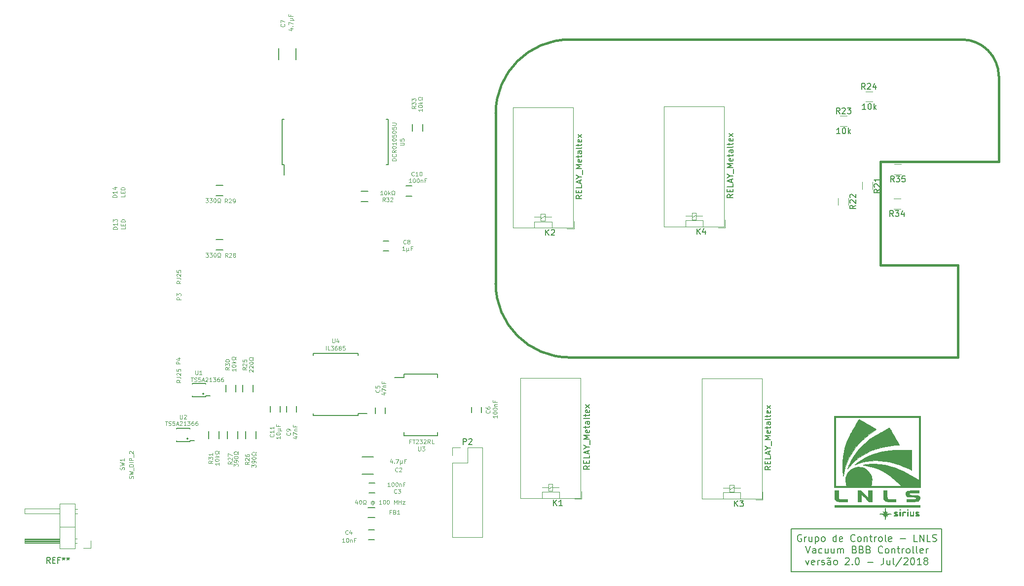
<source format=gbr>
G04 #@! TF.FileFunction,Legend,Top*
%FSLAX46Y46*%
G04 Gerber Fmt 4.6, Leading zero omitted, Abs format (unit mm)*
G04 Created by KiCad (PCBNEW 4.0.7-e2-6376~58~ubuntu16.04.1) date Wed Jul 18 13:35:48 2018*
%MOMM*%
%LPD*%
G01*
G04 APERTURE LIST*
%ADD10C,0.100000*%
%ADD11C,0.200000*%
%ADD12C,0.150000*%
%ADD13C,0.120000*%
%ADD14C,0.381000*%
%ADD15C,0.010000*%
G04 APERTURE END LIST*
D10*
D11*
X238050000Y-127560000D02*
X238340000Y-127560000D01*
X238050000Y-127570000D02*
X238050000Y-127560000D01*
X238050000Y-134880000D02*
X238050000Y-127570000D01*
X238890000Y-134880000D02*
X238050000Y-134880000D01*
X263810000Y-134880000D02*
X238890000Y-134880000D01*
X263810000Y-133820000D02*
X263810000Y-134880000D01*
X263810000Y-127560000D02*
X263810000Y-133820000D01*
X238160000Y-127560000D02*
X263810000Y-127560000D01*
X239775359Y-128592500D02*
X239661073Y-128535357D01*
X239489644Y-128535357D01*
X239318216Y-128592500D01*
X239203930Y-128706786D01*
X239146787Y-128821071D01*
X239089644Y-129049643D01*
X239089644Y-129221071D01*
X239146787Y-129449643D01*
X239203930Y-129563929D01*
X239318216Y-129678214D01*
X239489644Y-129735357D01*
X239603930Y-129735357D01*
X239775359Y-129678214D01*
X239832502Y-129621071D01*
X239832502Y-129221071D01*
X239603930Y-129221071D01*
X240346787Y-129735357D02*
X240346787Y-128935357D01*
X240346787Y-129163929D02*
X240403930Y-129049643D01*
X240461073Y-128992500D01*
X240575359Y-128935357D01*
X240689644Y-128935357D01*
X241603930Y-128935357D02*
X241603930Y-129735357D01*
X241089644Y-128935357D02*
X241089644Y-129563929D01*
X241146787Y-129678214D01*
X241261073Y-129735357D01*
X241432501Y-129735357D01*
X241546787Y-129678214D01*
X241603930Y-129621071D01*
X242175358Y-128935357D02*
X242175358Y-130135357D01*
X242175358Y-128992500D02*
X242289644Y-128935357D01*
X242518215Y-128935357D01*
X242632501Y-128992500D01*
X242689644Y-129049643D01*
X242746787Y-129163929D01*
X242746787Y-129506786D01*
X242689644Y-129621071D01*
X242632501Y-129678214D01*
X242518215Y-129735357D01*
X242289644Y-129735357D01*
X242175358Y-129678214D01*
X243432501Y-129735357D02*
X243318215Y-129678214D01*
X243261072Y-129621071D01*
X243203929Y-129506786D01*
X243203929Y-129163929D01*
X243261072Y-129049643D01*
X243318215Y-128992500D01*
X243432501Y-128935357D01*
X243603929Y-128935357D01*
X243718215Y-128992500D01*
X243775358Y-129049643D01*
X243832501Y-129163929D01*
X243832501Y-129506786D01*
X243775358Y-129621071D01*
X243718215Y-129678214D01*
X243603929Y-129735357D01*
X243432501Y-129735357D01*
X245775358Y-129735357D02*
X245775358Y-128535357D01*
X245775358Y-129678214D02*
X245661072Y-129735357D01*
X245432501Y-129735357D01*
X245318215Y-129678214D01*
X245261072Y-129621071D01*
X245203929Y-129506786D01*
X245203929Y-129163929D01*
X245261072Y-129049643D01*
X245318215Y-128992500D01*
X245432501Y-128935357D01*
X245661072Y-128935357D01*
X245775358Y-128992500D01*
X246803929Y-129678214D02*
X246689643Y-129735357D01*
X246461072Y-129735357D01*
X246346786Y-129678214D01*
X246289643Y-129563929D01*
X246289643Y-129106786D01*
X246346786Y-128992500D01*
X246461072Y-128935357D01*
X246689643Y-128935357D01*
X246803929Y-128992500D01*
X246861072Y-129106786D01*
X246861072Y-129221071D01*
X246289643Y-129335357D01*
X248975358Y-129621071D02*
X248918215Y-129678214D01*
X248746786Y-129735357D01*
X248632500Y-129735357D01*
X248461072Y-129678214D01*
X248346786Y-129563929D01*
X248289643Y-129449643D01*
X248232500Y-129221071D01*
X248232500Y-129049643D01*
X248289643Y-128821071D01*
X248346786Y-128706786D01*
X248461072Y-128592500D01*
X248632500Y-128535357D01*
X248746786Y-128535357D01*
X248918215Y-128592500D01*
X248975358Y-128649643D01*
X249661072Y-129735357D02*
X249546786Y-129678214D01*
X249489643Y-129621071D01*
X249432500Y-129506786D01*
X249432500Y-129163929D01*
X249489643Y-129049643D01*
X249546786Y-128992500D01*
X249661072Y-128935357D01*
X249832500Y-128935357D01*
X249946786Y-128992500D01*
X250003929Y-129049643D01*
X250061072Y-129163929D01*
X250061072Y-129506786D01*
X250003929Y-129621071D01*
X249946786Y-129678214D01*
X249832500Y-129735357D01*
X249661072Y-129735357D01*
X250575357Y-128935357D02*
X250575357Y-129735357D01*
X250575357Y-129049643D02*
X250632500Y-128992500D01*
X250746786Y-128935357D01*
X250918214Y-128935357D01*
X251032500Y-128992500D01*
X251089643Y-129106786D01*
X251089643Y-129735357D01*
X251489643Y-128935357D02*
X251946786Y-128935357D01*
X251661071Y-128535357D02*
X251661071Y-129563929D01*
X251718214Y-129678214D01*
X251832500Y-129735357D01*
X251946786Y-129735357D01*
X252346785Y-129735357D02*
X252346785Y-128935357D01*
X252346785Y-129163929D02*
X252403928Y-129049643D01*
X252461071Y-128992500D01*
X252575357Y-128935357D01*
X252689642Y-128935357D01*
X253261071Y-129735357D02*
X253146785Y-129678214D01*
X253089642Y-129621071D01*
X253032499Y-129506786D01*
X253032499Y-129163929D01*
X253089642Y-129049643D01*
X253146785Y-128992500D01*
X253261071Y-128935357D01*
X253432499Y-128935357D01*
X253546785Y-128992500D01*
X253603928Y-129049643D01*
X253661071Y-129163929D01*
X253661071Y-129506786D01*
X253603928Y-129621071D01*
X253546785Y-129678214D01*
X253432499Y-129735357D01*
X253261071Y-129735357D01*
X254346785Y-129735357D02*
X254232499Y-129678214D01*
X254175356Y-129563929D01*
X254175356Y-128535357D01*
X255261070Y-129678214D02*
X255146784Y-129735357D01*
X254918213Y-129735357D01*
X254803927Y-129678214D01*
X254746784Y-129563929D01*
X254746784Y-129106786D01*
X254803927Y-128992500D01*
X254918213Y-128935357D01*
X255146784Y-128935357D01*
X255261070Y-128992500D01*
X255318213Y-129106786D01*
X255318213Y-129221071D01*
X254746784Y-129335357D01*
X256746784Y-129278214D02*
X257661070Y-129278214D01*
X259718213Y-129735357D02*
X259146784Y-129735357D01*
X259146784Y-128535357D01*
X260118213Y-129735357D02*
X260118213Y-128535357D01*
X260803928Y-129735357D01*
X260803928Y-128535357D01*
X261946785Y-129735357D02*
X261375356Y-129735357D01*
X261375356Y-128535357D01*
X262289642Y-129678214D02*
X262461071Y-129735357D01*
X262746785Y-129735357D01*
X262861071Y-129678214D01*
X262918214Y-129621071D01*
X262975357Y-129506786D01*
X262975357Y-129392500D01*
X262918214Y-129278214D01*
X262861071Y-129221071D01*
X262746785Y-129163929D01*
X262518214Y-129106786D01*
X262403928Y-129049643D01*
X262346785Y-128992500D01*
X262289642Y-128878214D01*
X262289642Y-128763929D01*
X262346785Y-128649643D01*
X262403928Y-128592500D01*
X262518214Y-128535357D01*
X262803928Y-128535357D01*
X262975357Y-128592500D01*
X240518217Y-130535357D02*
X240918217Y-131735357D01*
X241318217Y-130535357D01*
X242232502Y-131735357D02*
X242232502Y-131106786D01*
X242175359Y-130992500D01*
X242061073Y-130935357D01*
X241832502Y-130935357D01*
X241718216Y-130992500D01*
X242232502Y-131678214D02*
X242118216Y-131735357D01*
X241832502Y-131735357D01*
X241718216Y-131678214D01*
X241661073Y-131563929D01*
X241661073Y-131449643D01*
X241718216Y-131335357D01*
X241832502Y-131278214D01*
X242118216Y-131278214D01*
X242232502Y-131221071D01*
X243318216Y-131678214D02*
X243203930Y-131735357D01*
X242975359Y-131735357D01*
X242861073Y-131678214D01*
X242803930Y-131621071D01*
X242746787Y-131506786D01*
X242746787Y-131163929D01*
X242803930Y-131049643D01*
X242861073Y-130992500D01*
X242975359Y-130935357D01*
X243203930Y-130935357D01*
X243318216Y-130992500D01*
X244346787Y-130935357D02*
X244346787Y-131735357D01*
X243832501Y-130935357D02*
X243832501Y-131563929D01*
X243889644Y-131678214D01*
X244003930Y-131735357D01*
X244175358Y-131735357D01*
X244289644Y-131678214D01*
X244346787Y-131621071D01*
X245432501Y-130935357D02*
X245432501Y-131735357D01*
X244918215Y-130935357D02*
X244918215Y-131563929D01*
X244975358Y-131678214D01*
X245089644Y-131735357D01*
X245261072Y-131735357D01*
X245375358Y-131678214D01*
X245432501Y-131621071D01*
X246003929Y-131735357D02*
X246003929Y-130935357D01*
X246003929Y-131049643D02*
X246061072Y-130992500D01*
X246175358Y-130935357D01*
X246346786Y-130935357D01*
X246461072Y-130992500D01*
X246518215Y-131106786D01*
X246518215Y-131735357D01*
X246518215Y-131106786D02*
X246575358Y-130992500D01*
X246689644Y-130935357D01*
X246861072Y-130935357D01*
X246975358Y-130992500D01*
X247032501Y-131106786D01*
X247032501Y-131735357D01*
X248918215Y-131106786D02*
X249089644Y-131163929D01*
X249146787Y-131221071D01*
X249203930Y-131335357D01*
X249203930Y-131506786D01*
X249146787Y-131621071D01*
X249089644Y-131678214D01*
X248975358Y-131735357D01*
X248518215Y-131735357D01*
X248518215Y-130535357D01*
X248918215Y-130535357D01*
X249032501Y-130592500D01*
X249089644Y-130649643D01*
X249146787Y-130763929D01*
X249146787Y-130878214D01*
X249089644Y-130992500D01*
X249032501Y-131049643D01*
X248918215Y-131106786D01*
X248518215Y-131106786D01*
X250118215Y-131106786D02*
X250289644Y-131163929D01*
X250346787Y-131221071D01*
X250403930Y-131335357D01*
X250403930Y-131506786D01*
X250346787Y-131621071D01*
X250289644Y-131678214D01*
X250175358Y-131735357D01*
X249718215Y-131735357D01*
X249718215Y-130535357D01*
X250118215Y-130535357D01*
X250232501Y-130592500D01*
X250289644Y-130649643D01*
X250346787Y-130763929D01*
X250346787Y-130878214D01*
X250289644Y-130992500D01*
X250232501Y-131049643D01*
X250118215Y-131106786D01*
X249718215Y-131106786D01*
X251318215Y-131106786D02*
X251489644Y-131163929D01*
X251546787Y-131221071D01*
X251603930Y-131335357D01*
X251603930Y-131506786D01*
X251546787Y-131621071D01*
X251489644Y-131678214D01*
X251375358Y-131735357D01*
X250918215Y-131735357D01*
X250918215Y-130535357D01*
X251318215Y-130535357D01*
X251432501Y-130592500D01*
X251489644Y-130649643D01*
X251546787Y-130763929D01*
X251546787Y-130878214D01*
X251489644Y-130992500D01*
X251432501Y-131049643D01*
X251318215Y-131106786D01*
X250918215Y-131106786D01*
X253718216Y-131621071D02*
X253661073Y-131678214D01*
X253489644Y-131735357D01*
X253375358Y-131735357D01*
X253203930Y-131678214D01*
X253089644Y-131563929D01*
X253032501Y-131449643D01*
X252975358Y-131221071D01*
X252975358Y-131049643D01*
X253032501Y-130821071D01*
X253089644Y-130706786D01*
X253203930Y-130592500D01*
X253375358Y-130535357D01*
X253489644Y-130535357D01*
X253661073Y-130592500D01*
X253718216Y-130649643D01*
X254403930Y-131735357D02*
X254289644Y-131678214D01*
X254232501Y-131621071D01*
X254175358Y-131506786D01*
X254175358Y-131163929D01*
X254232501Y-131049643D01*
X254289644Y-130992500D01*
X254403930Y-130935357D01*
X254575358Y-130935357D01*
X254689644Y-130992500D01*
X254746787Y-131049643D01*
X254803930Y-131163929D01*
X254803930Y-131506786D01*
X254746787Y-131621071D01*
X254689644Y-131678214D01*
X254575358Y-131735357D01*
X254403930Y-131735357D01*
X255318215Y-130935357D02*
X255318215Y-131735357D01*
X255318215Y-131049643D02*
X255375358Y-130992500D01*
X255489644Y-130935357D01*
X255661072Y-130935357D01*
X255775358Y-130992500D01*
X255832501Y-131106786D01*
X255832501Y-131735357D01*
X256232501Y-130935357D02*
X256689644Y-130935357D01*
X256403929Y-130535357D02*
X256403929Y-131563929D01*
X256461072Y-131678214D01*
X256575358Y-131735357D01*
X256689644Y-131735357D01*
X257089643Y-131735357D02*
X257089643Y-130935357D01*
X257089643Y-131163929D02*
X257146786Y-131049643D01*
X257203929Y-130992500D01*
X257318215Y-130935357D01*
X257432500Y-130935357D01*
X258003929Y-131735357D02*
X257889643Y-131678214D01*
X257832500Y-131621071D01*
X257775357Y-131506786D01*
X257775357Y-131163929D01*
X257832500Y-131049643D01*
X257889643Y-130992500D01*
X258003929Y-130935357D01*
X258175357Y-130935357D01*
X258289643Y-130992500D01*
X258346786Y-131049643D01*
X258403929Y-131163929D01*
X258403929Y-131506786D01*
X258346786Y-131621071D01*
X258289643Y-131678214D01*
X258175357Y-131735357D01*
X258003929Y-131735357D01*
X259089643Y-131735357D02*
X258975357Y-131678214D01*
X258918214Y-131563929D01*
X258918214Y-130535357D01*
X259718214Y-131735357D02*
X259603928Y-131678214D01*
X259546785Y-131563929D01*
X259546785Y-130535357D01*
X260632499Y-131678214D02*
X260518213Y-131735357D01*
X260289642Y-131735357D01*
X260175356Y-131678214D01*
X260118213Y-131563929D01*
X260118213Y-131106786D01*
X260175356Y-130992500D01*
X260289642Y-130935357D01*
X260518213Y-130935357D01*
X260632499Y-130992500D01*
X260689642Y-131106786D01*
X260689642Y-131221071D01*
X260118213Y-131335357D01*
X261203927Y-131735357D02*
X261203927Y-130935357D01*
X261203927Y-131163929D02*
X261261070Y-131049643D01*
X261318213Y-130992500D01*
X261432499Y-130935357D01*
X261546784Y-130935357D01*
X240518215Y-132935357D02*
X240803929Y-133735357D01*
X241089643Y-132935357D01*
X242003929Y-133678214D02*
X241889643Y-133735357D01*
X241661072Y-133735357D01*
X241546786Y-133678214D01*
X241489643Y-133563929D01*
X241489643Y-133106786D01*
X241546786Y-132992500D01*
X241661072Y-132935357D01*
X241889643Y-132935357D01*
X242003929Y-132992500D01*
X242061072Y-133106786D01*
X242061072Y-133221071D01*
X241489643Y-133335357D01*
X242575357Y-133735357D02*
X242575357Y-132935357D01*
X242575357Y-133163929D02*
X242632500Y-133049643D01*
X242689643Y-132992500D01*
X242803929Y-132935357D01*
X242918214Y-132935357D01*
X243261071Y-133678214D02*
X243375357Y-133735357D01*
X243603929Y-133735357D01*
X243718214Y-133678214D01*
X243775357Y-133563929D01*
X243775357Y-133506786D01*
X243718214Y-133392500D01*
X243603929Y-133335357D01*
X243432500Y-133335357D01*
X243318214Y-133278214D01*
X243261071Y-133163929D01*
X243261071Y-133106786D01*
X243318214Y-132992500D01*
X243432500Y-132935357D01*
X243603929Y-132935357D01*
X243718214Y-132992500D01*
X244803929Y-133735357D02*
X244803929Y-133106786D01*
X244746786Y-132992500D01*
X244632500Y-132935357D01*
X244403929Y-132935357D01*
X244289643Y-132992500D01*
X244803929Y-133678214D02*
X244689643Y-133735357D01*
X244403929Y-133735357D01*
X244289643Y-133678214D01*
X244232500Y-133563929D01*
X244232500Y-133449643D01*
X244289643Y-133335357D01*
X244403929Y-133278214D01*
X244689643Y-133278214D01*
X244803929Y-133221071D01*
X244232500Y-132649643D02*
X244289643Y-132592500D01*
X244403929Y-132535357D01*
X244632500Y-132649643D01*
X244746786Y-132592500D01*
X244803929Y-132535357D01*
X245546786Y-133735357D02*
X245432500Y-133678214D01*
X245375357Y-133621071D01*
X245318214Y-133506786D01*
X245318214Y-133163929D01*
X245375357Y-133049643D01*
X245432500Y-132992500D01*
X245546786Y-132935357D01*
X245718214Y-132935357D01*
X245832500Y-132992500D01*
X245889643Y-133049643D01*
X245946786Y-133163929D01*
X245946786Y-133506786D01*
X245889643Y-133621071D01*
X245832500Y-133678214D01*
X245718214Y-133735357D01*
X245546786Y-133735357D01*
X247318214Y-132649643D02*
X247375357Y-132592500D01*
X247489643Y-132535357D01*
X247775357Y-132535357D01*
X247889643Y-132592500D01*
X247946786Y-132649643D01*
X248003929Y-132763929D01*
X248003929Y-132878214D01*
X247946786Y-133049643D01*
X247261072Y-133735357D01*
X248003929Y-133735357D01*
X248518214Y-133621071D02*
X248575357Y-133678214D01*
X248518214Y-133735357D01*
X248461071Y-133678214D01*
X248518214Y-133621071D01*
X248518214Y-133735357D01*
X249318215Y-132535357D02*
X249432500Y-132535357D01*
X249546786Y-132592500D01*
X249603929Y-132649643D01*
X249661072Y-132763929D01*
X249718215Y-132992500D01*
X249718215Y-133278214D01*
X249661072Y-133506786D01*
X249603929Y-133621071D01*
X249546786Y-133678214D01*
X249432500Y-133735357D01*
X249318215Y-133735357D01*
X249203929Y-133678214D01*
X249146786Y-133621071D01*
X249089643Y-133506786D01*
X249032500Y-133278214D01*
X249032500Y-132992500D01*
X249089643Y-132763929D01*
X249146786Y-132649643D01*
X249203929Y-132592500D01*
X249318215Y-132535357D01*
X251146786Y-133278214D02*
X252061072Y-133278214D01*
X253889643Y-132535357D02*
X253889643Y-133392500D01*
X253832501Y-133563929D01*
X253718215Y-133678214D01*
X253546786Y-133735357D01*
X253432501Y-133735357D01*
X254975358Y-132935357D02*
X254975358Y-133735357D01*
X254461072Y-132935357D02*
X254461072Y-133563929D01*
X254518215Y-133678214D01*
X254632501Y-133735357D01*
X254803929Y-133735357D01*
X254918215Y-133678214D01*
X254975358Y-133621071D01*
X255718215Y-133735357D02*
X255603929Y-133678214D01*
X255546786Y-133563929D01*
X255546786Y-132535357D01*
X257032500Y-132478214D02*
X256003929Y-134021071D01*
X257375357Y-132649643D02*
X257432500Y-132592500D01*
X257546786Y-132535357D01*
X257832500Y-132535357D01*
X257946786Y-132592500D01*
X258003929Y-132649643D01*
X258061072Y-132763929D01*
X258061072Y-132878214D01*
X258003929Y-133049643D01*
X257318215Y-133735357D01*
X258061072Y-133735357D01*
X258803929Y-132535357D02*
X258918214Y-132535357D01*
X259032500Y-132592500D01*
X259089643Y-132649643D01*
X259146786Y-132763929D01*
X259203929Y-132992500D01*
X259203929Y-133278214D01*
X259146786Y-133506786D01*
X259089643Y-133621071D01*
X259032500Y-133678214D01*
X258918214Y-133735357D01*
X258803929Y-133735357D01*
X258689643Y-133678214D01*
X258632500Y-133621071D01*
X258575357Y-133506786D01*
X258518214Y-133278214D01*
X258518214Y-132992500D01*
X258575357Y-132763929D01*
X258632500Y-132649643D01*
X258689643Y-132592500D01*
X258803929Y-132535357D01*
X260346786Y-133735357D02*
X259661071Y-133735357D01*
X260003929Y-133735357D02*
X260003929Y-132535357D01*
X259889643Y-132706786D01*
X259775357Y-132821071D01*
X259661071Y-132878214D01*
X261032500Y-133049643D02*
X260918214Y-132992500D01*
X260861071Y-132935357D01*
X260803928Y-132821071D01*
X260803928Y-132763929D01*
X260861071Y-132649643D01*
X260918214Y-132592500D01*
X261032500Y-132535357D01*
X261261071Y-132535357D01*
X261375357Y-132592500D01*
X261432500Y-132649643D01*
X261489643Y-132763929D01*
X261489643Y-132821071D01*
X261432500Y-132935357D01*
X261375357Y-132992500D01*
X261261071Y-133049643D01*
X261032500Y-133049643D01*
X260918214Y-133106786D01*
X260861071Y-133163929D01*
X260803928Y-133278214D01*
X260803928Y-133506786D01*
X260861071Y-133621071D01*
X260918214Y-133678214D01*
X261032500Y-133735357D01*
X261261071Y-133735357D01*
X261375357Y-133678214D01*
X261432500Y-133621071D01*
X261489643Y-133506786D01*
X261489643Y-133278214D01*
X261432500Y-133163929D01*
X261375357Y-133106786D01*
X261261071Y-133049643D01*
D12*
X139300000Y-68545000D02*
X140500000Y-68545000D01*
X140500000Y-70295000D02*
X139300000Y-70295000D01*
D13*
X115130000Y-130920000D02*
X115130000Y-123210000D01*
X115130000Y-123210000D02*
X112470000Y-123210000D01*
X112470000Y-123210000D02*
X112470000Y-130920000D01*
X112470000Y-130920000D02*
X115130000Y-130920000D01*
X112470000Y-129970000D02*
X106470000Y-129970000D01*
X106470000Y-129970000D02*
X106470000Y-129210000D01*
X106470000Y-129210000D02*
X112470000Y-129210000D01*
X112470000Y-129910000D02*
X106470000Y-129910000D01*
X112470000Y-129790000D02*
X106470000Y-129790000D01*
X112470000Y-129670000D02*
X106470000Y-129670000D01*
X112470000Y-129550000D02*
X106470000Y-129550000D01*
X112470000Y-129430000D02*
X106470000Y-129430000D01*
X112470000Y-129310000D02*
X106470000Y-129310000D01*
X115460000Y-129970000D02*
X115130000Y-129970000D01*
X115460000Y-129210000D02*
X115130000Y-129210000D01*
X115130000Y-127190000D02*
X112470000Y-127190000D01*
X112470000Y-124910000D02*
X106470000Y-124910000D01*
X106470000Y-124910000D02*
X106470000Y-124110000D01*
X106470000Y-124110000D02*
X112470000Y-124110000D01*
X115527071Y-124890000D02*
X115130000Y-124890000D01*
X115527071Y-124130000D02*
X115130000Y-124130000D01*
X117840000Y-129590000D02*
X117840000Y-130860000D01*
X117840000Y-130860000D02*
X116570000Y-130860000D01*
X179850000Y-128980000D02*
X185050000Y-128980000D01*
X179850000Y-116220000D02*
X179850000Y-128980000D01*
X185050000Y-113620000D02*
X185050000Y-128980000D01*
X179850000Y-116220000D02*
X182450000Y-116220000D01*
X182450000Y-116220000D02*
X182450000Y-113620000D01*
X182450000Y-113620000D02*
X185050000Y-113620000D01*
X179850000Y-114950000D02*
X179850000Y-113620000D01*
X179850000Y-113620000D02*
X181180000Y-113620000D01*
D14*
X266682080Y-82614400D02*
X266682080Y-82233400D01*
X266682080Y-82233400D02*
X253347080Y-82233400D01*
X253347080Y-82233400D02*
X253347080Y-64453400D01*
X253347080Y-64453400D02*
X273667080Y-64453400D01*
X273667080Y-64453400D02*
X273667080Y-64072400D01*
X200007080Y-98108400D02*
X266682080Y-98108400D01*
X266682080Y-98108400D02*
X266682080Y-82614400D01*
X273667080Y-64072400D02*
X273667080Y-51118400D01*
X273667080Y-49848400D02*
X273667080Y-51118400D01*
X200007080Y-43498400D02*
X267317080Y-43498400D01*
X187307080Y-56198400D02*
X187307080Y-85408400D01*
X200007080Y-43498400D02*
G75*
G03X187307080Y-56198400I0J-12700000D01*
G01*
X187307080Y-85408400D02*
G75*
G03X200007080Y-98108400I12700000J0D01*
G01*
X273667080Y-49848400D02*
G75*
G03X267317080Y-43498400I-6350000J0D01*
G01*
D13*
X200734820Y-75983060D02*
X199524820Y-75983060D01*
X200734820Y-74683060D02*
X200734820Y-75983060D01*
X200574820Y-75833060D02*
X200574820Y-55163060D01*
X200574820Y-55163060D02*
X190254820Y-55163060D01*
X190254820Y-55163060D02*
X190254820Y-75833060D01*
X190254820Y-75833060D02*
X200574820Y-75833060D01*
X196924820Y-75833060D02*
X196924820Y-74793060D01*
X196924820Y-74773060D02*
X193924820Y-74773060D01*
X193924820Y-74773060D02*
X193924820Y-75833060D01*
X195754820Y-73993060D02*
X196854820Y-73993060D01*
X195054820Y-73993060D02*
X193954820Y-73993060D01*
X195754820Y-73823060D02*
X195054820Y-74223060D01*
X195754820Y-74623060D02*
X195754820Y-73423060D01*
X195754820Y-73423060D02*
X195054820Y-73423060D01*
X195054820Y-73423060D02*
X195054820Y-74623060D01*
X195054820Y-74623060D02*
X195754820Y-74623060D01*
D14*
X266682080Y-82614400D02*
X266682080Y-82233400D01*
X266682080Y-82233400D02*
X253347080Y-82233400D01*
X253347080Y-82233400D02*
X253347080Y-64453400D01*
X253347080Y-64453400D02*
X273667080Y-64453400D01*
X273667080Y-64453400D02*
X273667080Y-64072400D01*
X200007080Y-98108400D02*
X266682080Y-98108400D01*
X266682080Y-98108400D02*
X266682080Y-82614400D01*
X273667080Y-64072400D02*
X273667080Y-51118400D01*
X273667080Y-49848400D02*
X273667080Y-51118400D01*
X200007080Y-43498400D02*
X267317080Y-43498400D01*
X187307080Y-56198400D02*
X187307080Y-85408400D01*
X200007080Y-43498400D02*
G75*
G03X187307080Y-56198400I0J-12700000D01*
G01*
X187307080Y-85408400D02*
G75*
G03X200007080Y-98108400I12700000J0D01*
G01*
X273667080Y-49848400D02*
G75*
G03X267317080Y-43498400I-6350000J0D01*
G01*
D13*
X202068240Y-122429500D02*
X200858240Y-122429500D01*
X202068240Y-121129500D02*
X202068240Y-122429500D01*
X201908240Y-122279500D02*
X201908240Y-101609500D01*
X201908240Y-101609500D02*
X191588240Y-101609500D01*
X191588240Y-101609500D02*
X191588240Y-122279500D01*
X191588240Y-122279500D02*
X201908240Y-122279500D01*
X198258240Y-122279500D02*
X198258240Y-121239500D01*
X198258240Y-121219500D02*
X195258240Y-121219500D01*
X195258240Y-121219500D02*
X195258240Y-122279500D01*
X197088240Y-120439500D02*
X198188240Y-120439500D01*
X196388240Y-120439500D02*
X195288240Y-120439500D01*
X197088240Y-120269500D02*
X196388240Y-120669500D01*
X197088240Y-121069500D02*
X197088240Y-119869500D01*
X197088240Y-119869500D02*
X196388240Y-119869500D01*
X196388240Y-119869500D02*
X196388240Y-121069500D01*
X196388240Y-121069500D02*
X197088240Y-121069500D01*
X233155340Y-122541260D02*
X231945340Y-122541260D01*
X233155340Y-121241260D02*
X233155340Y-122541260D01*
X232995340Y-122391260D02*
X232995340Y-101721260D01*
X232995340Y-101721260D02*
X222675340Y-101721260D01*
X222675340Y-101721260D02*
X222675340Y-122391260D01*
X222675340Y-122391260D02*
X232995340Y-122391260D01*
X229345340Y-122391260D02*
X229345340Y-121351260D01*
X229345340Y-121331260D02*
X226345340Y-121331260D01*
X226345340Y-121331260D02*
X226345340Y-122391260D01*
X228175340Y-120551260D02*
X229275340Y-120551260D01*
X227475340Y-120551260D02*
X226375340Y-120551260D01*
X228175340Y-120381260D02*
X227475340Y-120781260D01*
X228175340Y-121181260D02*
X228175340Y-119981260D01*
X228175340Y-119981260D02*
X227475340Y-119981260D01*
X227475340Y-119981260D02*
X227475340Y-121181260D01*
X227475340Y-121181260D02*
X228175340Y-121181260D01*
X226691000Y-75807000D02*
X225481000Y-75807000D01*
X226691000Y-74507000D02*
X226691000Y-75807000D01*
X226531000Y-75657000D02*
X226531000Y-54987000D01*
X226531000Y-54987000D02*
X216211000Y-54987000D01*
X216211000Y-54987000D02*
X216211000Y-75657000D01*
X216211000Y-75657000D02*
X226531000Y-75657000D01*
X222881000Y-75657000D02*
X222881000Y-74617000D01*
X222881000Y-74597000D02*
X219881000Y-74597000D01*
X219881000Y-74597000D02*
X219881000Y-75657000D01*
X221711000Y-73817000D02*
X222811000Y-73817000D01*
X221011000Y-73817000D02*
X219911000Y-73817000D01*
X221711000Y-73647000D02*
X221011000Y-74047000D01*
X221711000Y-74447000D02*
X221711000Y-73247000D01*
X221711000Y-73247000D02*
X221011000Y-73247000D01*
X221011000Y-73247000D02*
X221011000Y-74447000D01*
X221011000Y-74447000D02*
X221711000Y-74447000D01*
X250230000Y-69180000D02*
X250230000Y-67980000D01*
X251990000Y-67980000D02*
X251990000Y-69180000D01*
X246050000Y-71930000D02*
X246050000Y-70730000D01*
X247810000Y-70730000D02*
X247810000Y-71930000D01*
X252025000Y-54180000D02*
X250825000Y-54180000D01*
X250825000Y-52420000D02*
X252025000Y-52420000D01*
X247625000Y-58355000D02*
X246425000Y-58355000D01*
X246425000Y-56595000D02*
X247625000Y-56595000D01*
D12*
X134541500Y-112057500D02*
G75*
G03X134541500Y-112057500I-127000J0D01*
G01*
X134795500Y-112438500D02*
X135557500Y-112438500D01*
X134795500Y-110279500D02*
X134795500Y-110406500D01*
X132509500Y-110279500D02*
X132509500Y-110406500D01*
X132509500Y-112565500D02*
X132509500Y-112438500D01*
X134795500Y-112565500D02*
X134795500Y-112438500D01*
X134795500Y-110279500D02*
X132509500Y-110279500D01*
X132509500Y-112565500D02*
X134795500Y-112565500D01*
X137241500Y-104337500D02*
G75*
G03X137241500Y-104337500I-127000J0D01*
G01*
X137495500Y-104718500D02*
X138257500Y-104718500D01*
X137495500Y-102559500D02*
X137495500Y-102686500D01*
X135209500Y-102559500D02*
X135209500Y-102686500D01*
X135209500Y-104845500D02*
X135209500Y-104718500D01*
X137495500Y-104845500D02*
X137495500Y-104718500D01*
X137495500Y-102559500D02*
X135209500Y-102559500D01*
X135209500Y-104845500D02*
X137495500Y-104845500D01*
X150645000Y-64965000D02*
X150990000Y-64965000D01*
X150645000Y-57215000D02*
X150990000Y-57215000D01*
X168895000Y-57215000D02*
X168550000Y-57215000D01*
X168895000Y-64965000D02*
X168550000Y-64965000D01*
X150645000Y-64965000D02*
X150645000Y-57215000D01*
X168895000Y-64965000D02*
X168895000Y-57215000D01*
X150990000Y-64965000D02*
X150990000Y-66790000D01*
X163727500Y-108087500D02*
X163727500Y-107732500D01*
X155977500Y-108087500D02*
X155977500Y-107732500D01*
X155977500Y-97437500D02*
X155977500Y-97792500D01*
X163727500Y-97437500D02*
X163727500Y-97792500D01*
X163727500Y-108087500D02*
X155977500Y-108087500D01*
X163727500Y-97437500D02*
X155977500Y-97437500D01*
X163727500Y-107732500D02*
X165252500Y-107732500D01*
X171577500Y-100937500D02*
X171577500Y-101587500D01*
X177327500Y-100937500D02*
X177327500Y-101587500D01*
X177327500Y-111587500D02*
X177327500Y-110937500D01*
X171577500Y-111587500D02*
X171577500Y-110937500D01*
X171577500Y-100937500D02*
X177327500Y-100937500D01*
X171577500Y-111587500D02*
X177327500Y-111587500D01*
X171577500Y-101587500D02*
X169977500Y-101587500D01*
X174765000Y-58070000D02*
X174765000Y-59270000D01*
X173015000Y-59270000D02*
X173015000Y-58070000D01*
X164170000Y-69575000D02*
X165370000Y-69575000D01*
X165370000Y-71325000D02*
X164170000Y-71325000D01*
X139320000Y-77855000D02*
X140520000Y-77855000D01*
X140520000Y-79605000D02*
X139320000Y-79605000D01*
X165360000Y-123875000D02*
X166560000Y-123875000D01*
X166560000Y-125625000D02*
X165360000Y-125625000D01*
X171880000Y-70370000D02*
X172880000Y-70370000D01*
X172880000Y-68670000D02*
X171880000Y-68670000D01*
X168970000Y-78090000D02*
X167970000Y-78090000D01*
X167970000Y-79790000D02*
X168970000Y-79790000D01*
X150045000Y-44990000D02*
X150045000Y-46990000D01*
X152995000Y-46990000D02*
X152995000Y-44990000D01*
X148602500Y-106462500D02*
X148602500Y-107462500D01*
X150302500Y-107462500D02*
X150302500Y-106462500D01*
X151402500Y-106462500D02*
X151402500Y-107462500D01*
X153102500Y-107462500D02*
X153102500Y-106462500D01*
X183150000Y-106610000D02*
X183150000Y-107610000D01*
X184850000Y-107610000D02*
X184850000Y-106610000D01*
X166652500Y-106712500D02*
X166652500Y-107712500D01*
X168352500Y-107712500D02*
X168352500Y-106712500D01*
X165510000Y-129450000D02*
X166510000Y-129450000D01*
X166510000Y-127750000D02*
X165510000Y-127750000D01*
X165570000Y-121340000D02*
X166570000Y-121340000D01*
X166570000Y-119640000D02*
X165570000Y-119640000D01*
X164350000Y-118135000D02*
X166350000Y-118135000D01*
X166350000Y-115185000D02*
X164350000Y-115185000D01*
X146127500Y-110822500D02*
X146127500Y-112022500D01*
X144377500Y-112022500D02*
X144377500Y-110822500D01*
X145627500Y-102802500D02*
X145627500Y-104002500D01*
X143877500Y-104002500D02*
X143877500Y-102802500D01*
X141277500Y-112022500D02*
X141277500Y-110822500D01*
X143027500Y-110822500D02*
X143027500Y-112022500D01*
X140977500Y-104002500D02*
X140977500Y-102802500D01*
X142727500Y-102802500D02*
X142727500Y-104002500D01*
X138077500Y-112022500D02*
X138077500Y-110822500D01*
X139827500Y-110822500D02*
X139827500Y-112022500D01*
D13*
X255610000Y-70840000D02*
X256810000Y-70840000D01*
X256810000Y-72600000D02*
X255610000Y-72600000D01*
X255740000Y-64920000D02*
X256940000Y-64920000D01*
X256940000Y-66680000D02*
X255740000Y-66680000D01*
D15*
G36*
X254174287Y-124024795D02*
X254179937Y-124045488D01*
X254197860Y-124136207D01*
X254217997Y-124275123D01*
X254236056Y-124432552D01*
X254236423Y-124436257D01*
X254252664Y-124580152D01*
X254269204Y-124693088D01*
X254282737Y-124752875D01*
X254283941Y-124755323D01*
X254321517Y-124753959D01*
X254387803Y-124707841D01*
X254396584Y-124699810D01*
X254477171Y-124641416D01*
X254516132Y-124643280D01*
X254503749Y-124694314D01*
X254451231Y-124762153D01*
X254396563Y-124833599D01*
X254382479Y-124881078D01*
X254384706Y-124884501D01*
X254432047Y-124898456D01*
X254539177Y-124915752D01*
X254687961Y-124933742D01*
X254791912Y-124943968D01*
X254999872Y-124963713D01*
X255133016Y-124979446D01*
X255194486Y-124992652D01*
X255187427Y-125004810D01*
X255114981Y-125017405D01*
X254980292Y-125031917D01*
X254978769Y-125032065D01*
X254805103Y-125049439D01*
X254631010Y-125067764D01*
X254516260Y-125080549D01*
X254327289Y-125102564D01*
X254435257Y-125215259D01*
X254502237Y-125301092D01*
X254515054Y-125350823D01*
X254479727Y-125353612D01*
X254402272Y-125298621D01*
X254393481Y-125290505D01*
X254340580Y-125244908D01*
X254304411Y-125232849D01*
X254280076Y-125264153D01*
X254262677Y-125348645D01*
X254247317Y-125496149D01*
X254238473Y-125601455D01*
X254216980Y-125786987D01*
X254189105Y-125902732D01*
X254155891Y-125945825D01*
X254122419Y-125920330D01*
X254107841Y-125864402D01*
X254091498Y-125752141D01*
X254076397Y-125605222D01*
X254073139Y-125565232D01*
X254057231Y-125396215D01*
X254038552Y-125296962D01*
X254012852Y-125259098D01*
X253975880Y-125274248D01*
X253943231Y-125309230D01*
X253886821Y-125358354D01*
X253860292Y-125367846D01*
X253826907Y-125342223D01*
X253838649Y-125280816D01*
X253889358Y-125206812D01*
X253907885Y-125188623D01*
X253989769Y-125114518D01*
X253898115Y-125088769D01*
X253804294Y-125072147D01*
X253672862Y-125059841D01*
X253611077Y-125056873D01*
X253456188Y-125046525D01*
X253302865Y-125027983D01*
X253259385Y-125020515D01*
X253182355Y-125004468D01*
X253158454Y-124993148D01*
X253194742Y-124983081D01*
X253298276Y-124970792D01*
X253376615Y-124962815D01*
X253545889Y-124945185D01*
X253711507Y-124926932D01*
X253820617Y-124914072D01*
X253991081Y-124892818D01*
X253882082Y-124779047D01*
X253815384Y-124693719D01*
X253801127Y-124642892D01*
X253833981Y-124637783D01*
X253908616Y-124689611D01*
X253919724Y-124699810D01*
X253987596Y-124750502D01*
X254029525Y-124757960D01*
X254031672Y-124755323D01*
X254044984Y-124702217D01*
X254061520Y-124595265D01*
X254076441Y-124469076D01*
X254094416Y-124310964D01*
X254113964Y-124162871D01*
X254127210Y-124078307D01*
X254144407Y-123990892D01*
X254157121Y-123974909D01*
X254174287Y-124024795D01*
X254174287Y-124024795D01*
G37*
X254174287Y-124024795D02*
X254179937Y-124045488D01*
X254197860Y-124136207D01*
X254217997Y-124275123D01*
X254236056Y-124432552D01*
X254236423Y-124436257D01*
X254252664Y-124580152D01*
X254269204Y-124693088D01*
X254282737Y-124752875D01*
X254283941Y-124755323D01*
X254321517Y-124753959D01*
X254387803Y-124707841D01*
X254396584Y-124699810D01*
X254477171Y-124641416D01*
X254516132Y-124643280D01*
X254503749Y-124694314D01*
X254451231Y-124762153D01*
X254396563Y-124833599D01*
X254382479Y-124881078D01*
X254384706Y-124884501D01*
X254432047Y-124898456D01*
X254539177Y-124915752D01*
X254687961Y-124933742D01*
X254791912Y-124943968D01*
X254999872Y-124963713D01*
X255133016Y-124979446D01*
X255194486Y-124992652D01*
X255187427Y-125004810D01*
X255114981Y-125017405D01*
X254980292Y-125031917D01*
X254978769Y-125032065D01*
X254805103Y-125049439D01*
X254631010Y-125067764D01*
X254516260Y-125080549D01*
X254327289Y-125102564D01*
X254435257Y-125215259D01*
X254502237Y-125301092D01*
X254515054Y-125350823D01*
X254479727Y-125353612D01*
X254402272Y-125298621D01*
X254393481Y-125290505D01*
X254340580Y-125244908D01*
X254304411Y-125232849D01*
X254280076Y-125264153D01*
X254262677Y-125348645D01*
X254247317Y-125496149D01*
X254238473Y-125601455D01*
X254216980Y-125786987D01*
X254189105Y-125902732D01*
X254155891Y-125945825D01*
X254122419Y-125920330D01*
X254107841Y-125864402D01*
X254091498Y-125752141D01*
X254076397Y-125605222D01*
X254073139Y-125565232D01*
X254057231Y-125396215D01*
X254038552Y-125296962D01*
X254012852Y-125259098D01*
X253975880Y-125274248D01*
X253943231Y-125309230D01*
X253886821Y-125358354D01*
X253860292Y-125367846D01*
X253826907Y-125342223D01*
X253838649Y-125280816D01*
X253889358Y-125206812D01*
X253907885Y-125188623D01*
X253989769Y-125114518D01*
X253898115Y-125088769D01*
X253804294Y-125072147D01*
X253672862Y-125059841D01*
X253611077Y-125056873D01*
X253456188Y-125046525D01*
X253302865Y-125027983D01*
X253259385Y-125020515D01*
X253182355Y-125004468D01*
X253158454Y-124993148D01*
X253194742Y-124983081D01*
X253298276Y-124970792D01*
X253376615Y-124962815D01*
X253545889Y-124945185D01*
X253711507Y-124926932D01*
X253820617Y-124914072D01*
X253991081Y-124892818D01*
X253882082Y-124779047D01*
X253815384Y-124693719D01*
X253801127Y-124642892D01*
X253833981Y-124637783D01*
X253908616Y-124689611D01*
X253919724Y-124699810D01*
X253987596Y-124750502D01*
X254029525Y-124757960D01*
X254031672Y-124755323D01*
X254044984Y-124702217D01*
X254061520Y-124595265D01*
X254076441Y-124469076D01*
X254094416Y-124310964D01*
X254113964Y-124162871D01*
X254127210Y-124078307D01*
X254144407Y-123990892D01*
X254157121Y-123974909D01*
X254174287Y-124024795D01*
G36*
X256137469Y-124627974D02*
X256211775Y-124639448D01*
X256243010Y-124665364D01*
X256248769Y-124703538D01*
X256239826Y-124747936D01*
X256200871Y-124771541D01*
X256113714Y-124780698D01*
X256024077Y-124781905D01*
X255799385Y-124782119D01*
X256063154Y-124940378D01*
X256206533Y-125032537D01*
X256289813Y-125103401D01*
X256324277Y-125163493D01*
X256326923Y-125186349D01*
X256312315Y-125272341D01*
X256260265Y-125327264D01*
X256158436Y-125357025D01*
X255994491Y-125367531D01*
X255947877Y-125367846D01*
X255800445Y-125365901D01*
X255714734Y-125357073D01*
X255674346Y-125336869D01*
X255662884Y-125300797D01*
X255662615Y-125289692D01*
X255670882Y-125246712D01*
X255707387Y-125223039D01*
X255789692Y-125213016D01*
X255906846Y-125211007D01*
X256151077Y-125210477D01*
X255906846Y-125065715D01*
X255774678Y-124982151D01*
X255699366Y-124918032D01*
X255667084Y-124859452D01*
X255662615Y-124820060D01*
X255678143Y-124723587D01*
X255733111Y-124663788D01*
X255840101Y-124633460D01*
X256002585Y-124625384D01*
X256137469Y-124627974D01*
X256137469Y-124627974D01*
G37*
X256137469Y-124627974D02*
X256211775Y-124639448D01*
X256243010Y-124665364D01*
X256248769Y-124703538D01*
X256239826Y-124747936D01*
X256200871Y-124771541D01*
X256113714Y-124780698D01*
X256024077Y-124781905D01*
X255799385Y-124782119D01*
X256063154Y-124940378D01*
X256206533Y-125032537D01*
X256289813Y-125103401D01*
X256324277Y-125163493D01*
X256326923Y-125186349D01*
X256312315Y-125272341D01*
X256260265Y-125327264D01*
X256158436Y-125357025D01*
X255994491Y-125367531D01*
X255947877Y-125367846D01*
X255800445Y-125365901D01*
X255714734Y-125357073D01*
X255674346Y-125336869D01*
X255662884Y-125300797D01*
X255662615Y-125289692D01*
X255670882Y-125246712D01*
X255707387Y-125223039D01*
X255789692Y-125213016D01*
X255906846Y-125211007D01*
X256151077Y-125210477D01*
X255906846Y-125065715D01*
X255774678Y-124982151D01*
X255699366Y-124918032D01*
X255667084Y-124859452D01*
X255662615Y-124820060D01*
X255678143Y-124723587D01*
X255733111Y-124663788D01*
X255840101Y-124633460D01*
X256002585Y-124625384D01*
X256137469Y-124627974D01*
G36*
X256743411Y-124627962D02*
X256771954Y-124645455D01*
X256787635Y-124692504D01*
X256794307Y-124783746D01*
X256795821Y-124933821D01*
X256795846Y-124996615D01*
X256795168Y-125168593D01*
X256790564Y-125277056D01*
X256778183Y-125336644D01*
X256754172Y-125361996D01*
X256714678Y-125367752D01*
X256698154Y-125367846D01*
X256652896Y-125365268D01*
X256624353Y-125347774D01*
X256608672Y-125300726D01*
X256602001Y-125209484D01*
X256600486Y-125059409D01*
X256600461Y-124996615D01*
X256601140Y-124824637D01*
X256605743Y-124716174D01*
X256618124Y-124656586D01*
X256642136Y-124631233D01*
X256681629Y-124625478D01*
X256698154Y-124625384D01*
X256743411Y-124627962D01*
X256743411Y-124627962D01*
G37*
X256743411Y-124627962D02*
X256771954Y-124645455D01*
X256787635Y-124692504D01*
X256794307Y-124783746D01*
X256795821Y-124933821D01*
X256795846Y-124996615D01*
X256795168Y-125168593D01*
X256790564Y-125277056D01*
X256778183Y-125336644D01*
X256754172Y-125361996D01*
X256714678Y-125367752D01*
X256698154Y-125367846D01*
X256652896Y-125365268D01*
X256624353Y-125347774D01*
X256608672Y-125300726D01*
X256602001Y-125209484D01*
X256600486Y-125059409D01*
X256600461Y-124996615D01*
X256601140Y-124824637D01*
X256605743Y-124716174D01*
X256618124Y-124656586D01*
X256642136Y-124631233D01*
X256681629Y-124625478D01*
X256698154Y-124625384D01*
X256743411Y-124627962D01*
G36*
X257544238Y-124627974D02*
X257618545Y-124639448D01*
X257649779Y-124665364D01*
X257655538Y-124703538D01*
X257646210Y-124748703D01*
X257605876Y-124772231D01*
X257516016Y-124780858D01*
X257440615Y-124781692D01*
X257225692Y-124781692D01*
X257225692Y-125074769D01*
X257223846Y-125224615D01*
X257215429Y-125312536D01*
X257196122Y-125354728D01*
X257161607Y-125367386D01*
X257147538Y-125367846D01*
X257109171Y-125361532D01*
X257085907Y-125332288D01*
X257074023Y-125264660D01*
X257069796Y-125143196D01*
X257069385Y-125043507D01*
X257075283Y-124862362D01*
X257091900Y-124733926D01*
X257116277Y-124672276D01*
X257179803Y-124646708D01*
X257296700Y-124629891D01*
X257409354Y-124625384D01*
X257544238Y-124627974D01*
X257544238Y-124627974D01*
G37*
X257544238Y-124627974D02*
X257618545Y-124639448D01*
X257649779Y-124665364D01*
X257655538Y-124703538D01*
X257646210Y-124748703D01*
X257605876Y-124772231D01*
X257516016Y-124780858D01*
X257440615Y-124781692D01*
X257225692Y-124781692D01*
X257225692Y-125074769D01*
X257223846Y-125224615D01*
X257215429Y-125312536D01*
X257196122Y-125354728D01*
X257161607Y-125367386D01*
X257147538Y-125367846D01*
X257109171Y-125361532D01*
X257085907Y-125332288D01*
X257074023Y-125264660D01*
X257069796Y-125143196D01*
X257069385Y-125043507D01*
X257075283Y-124862362D01*
X257091900Y-124733926D01*
X257116277Y-124672276D01*
X257179803Y-124646708D01*
X257296700Y-124629891D01*
X257409354Y-124625384D01*
X257544238Y-124627974D01*
G36*
X258072026Y-124627962D02*
X258100569Y-124645455D01*
X258116251Y-124692504D01*
X258122922Y-124783746D01*
X258124437Y-124933821D01*
X258124461Y-124996615D01*
X258123783Y-125168593D01*
X258119179Y-125277056D01*
X258106798Y-125336644D01*
X258082787Y-125361996D01*
X258043294Y-125367752D01*
X258026769Y-125367846D01*
X257981512Y-125365268D01*
X257952969Y-125347774D01*
X257937288Y-125300726D01*
X257930616Y-125209484D01*
X257929102Y-125059409D01*
X257929077Y-124996615D01*
X257929755Y-124824637D01*
X257934359Y-124716174D01*
X257946740Y-124656586D01*
X257970751Y-124631233D01*
X258010244Y-124625478D01*
X258026769Y-124625384D01*
X258072026Y-124627962D01*
X258072026Y-124627962D01*
G37*
X258072026Y-124627962D02*
X258100569Y-124645455D01*
X258116251Y-124692504D01*
X258122922Y-124783746D01*
X258124437Y-124933821D01*
X258124461Y-124996615D01*
X258123783Y-125168593D01*
X258119179Y-125277056D01*
X258106798Y-125336644D01*
X258082787Y-125361996D01*
X258043294Y-125367752D01*
X258026769Y-125367846D01*
X257981512Y-125365268D01*
X257952969Y-125347774D01*
X257937288Y-125300726D01*
X257930616Y-125209484D01*
X257929102Y-125059409D01*
X257929077Y-124996615D01*
X257929755Y-124824637D01*
X257934359Y-124716174D01*
X257946740Y-124656586D01*
X257970751Y-124631233D01*
X258010244Y-124625478D01*
X258026769Y-124625384D01*
X258072026Y-124627962D01*
G36*
X259022521Y-124631698D02*
X259045785Y-124660942D01*
X259057669Y-124728570D01*
X259061896Y-124850033D01*
X259062308Y-124949723D01*
X259056409Y-125130868D01*
X259039792Y-125259304D01*
X259015415Y-125320953D01*
X258956323Y-125343101D01*
X258846520Y-125358859D01*
X258712108Y-125367308D01*
X258579189Y-125367526D01*
X258473863Y-125358596D01*
X258424051Y-125341794D01*
X258412392Y-125293406D01*
X258403429Y-125186289D01*
X258398523Y-125039856D01*
X258398000Y-124970564D01*
X258399352Y-124805317D01*
X258405676Y-124703202D01*
X258420367Y-124649211D01*
X258446824Y-124628336D01*
X258476154Y-124625384D01*
X258516113Y-124632306D01*
X258539558Y-124663870D01*
X258550810Y-124736271D01*
X258554185Y-124865705D01*
X258554308Y-124918461D01*
X258554308Y-125211538D01*
X258906000Y-125211538D01*
X258906000Y-124918461D01*
X258907846Y-124768614D01*
X258916263Y-124680693D01*
X258935570Y-124638502D01*
X258970086Y-124625844D01*
X258984154Y-124625384D01*
X259022521Y-124631698D01*
X259022521Y-124631698D01*
G37*
X259022521Y-124631698D02*
X259045785Y-124660942D01*
X259057669Y-124728570D01*
X259061896Y-124850033D01*
X259062308Y-124949723D01*
X259056409Y-125130868D01*
X259039792Y-125259304D01*
X259015415Y-125320953D01*
X258956323Y-125343101D01*
X258846520Y-125358859D01*
X258712108Y-125367308D01*
X258579189Y-125367526D01*
X258473863Y-125358596D01*
X258424051Y-125341794D01*
X258412392Y-125293406D01*
X258403429Y-125186289D01*
X258398523Y-125039856D01*
X258398000Y-124970564D01*
X258399352Y-124805317D01*
X258405676Y-124703202D01*
X258420367Y-124649211D01*
X258446824Y-124628336D01*
X258476154Y-124625384D01*
X258516113Y-124632306D01*
X258539558Y-124663870D01*
X258550810Y-124736271D01*
X258554185Y-124865705D01*
X258554308Y-124918461D01*
X258554308Y-125211538D01*
X258906000Y-125211538D01*
X258906000Y-124918461D01*
X258907846Y-124768614D01*
X258916263Y-124680693D01*
X258935570Y-124638502D01*
X258970086Y-124625844D01*
X258984154Y-124625384D01*
X259022521Y-124631698D01*
G36*
X259810700Y-124627974D02*
X259885006Y-124639448D01*
X259916240Y-124665364D01*
X259922000Y-124703538D01*
X259913057Y-124747936D01*
X259874102Y-124771541D01*
X259786945Y-124780698D01*
X259697308Y-124781905D01*
X259472615Y-124782119D01*
X259736385Y-124940378D01*
X259879764Y-125032537D01*
X259963044Y-125103401D01*
X259997508Y-125163493D01*
X260000154Y-125186349D01*
X259985545Y-125272341D01*
X259933495Y-125327264D01*
X259831667Y-125357025D01*
X259667722Y-125367531D01*
X259621108Y-125367846D01*
X259473676Y-125365901D01*
X259387964Y-125357073D01*
X259347576Y-125336869D01*
X259336115Y-125300797D01*
X259335846Y-125289692D01*
X259344112Y-125246712D01*
X259380618Y-125223039D01*
X259462923Y-125213016D01*
X259580077Y-125211007D01*
X259824308Y-125210477D01*
X259580077Y-125065715D01*
X259447909Y-124982151D01*
X259372597Y-124918032D01*
X259340315Y-124859452D01*
X259335846Y-124820060D01*
X259351373Y-124723587D01*
X259406342Y-124663788D01*
X259513332Y-124633460D01*
X259675815Y-124625384D01*
X259810700Y-124627974D01*
X259810700Y-124627974D01*
G37*
X259810700Y-124627974D02*
X259885006Y-124639448D01*
X259916240Y-124665364D01*
X259922000Y-124703538D01*
X259913057Y-124747936D01*
X259874102Y-124771541D01*
X259786945Y-124780698D01*
X259697308Y-124781905D01*
X259472615Y-124782119D01*
X259736385Y-124940378D01*
X259879764Y-125032537D01*
X259963044Y-125103401D01*
X259997508Y-125163493D01*
X260000154Y-125186349D01*
X259985545Y-125272341D01*
X259933495Y-125327264D01*
X259831667Y-125357025D01*
X259667722Y-125367531D01*
X259621108Y-125367846D01*
X259473676Y-125365901D01*
X259387964Y-125357073D01*
X259347576Y-125336869D01*
X259336115Y-125300797D01*
X259335846Y-125289692D01*
X259344112Y-125246712D01*
X259380618Y-125223039D01*
X259462923Y-125213016D01*
X259580077Y-125211007D01*
X259824308Y-125210477D01*
X259580077Y-125065715D01*
X259447909Y-124982151D01*
X259372597Y-124918032D01*
X259340315Y-124859452D01*
X259335846Y-124820060D01*
X259351373Y-124723587D01*
X259406342Y-124663788D01*
X259513332Y-124633460D01*
X259675815Y-124625384D01*
X259810700Y-124627974D01*
G36*
X253786923Y-124566769D02*
X253767385Y-124586307D01*
X253747846Y-124566769D01*
X253767385Y-124547230D01*
X253786923Y-124566769D01*
X253786923Y-124566769D01*
G37*
X253786923Y-124566769D02*
X253767385Y-124586307D01*
X253747846Y-124566769D01*
X253767385Y-124547230D01*
X253786923Y-124566769D01*
G36*
X256774760Y-124213855D02*
X256795846Y-124273692D01*
X256772950Y-124334977D01*
X256698154Y-124351846D01*
X256621547Y-124333529D01*
X256600461Y-124273692D01*
X256623358Y-124212406D01*
X256698154Y-124195538D01*
X256774760Y-124213855D01*
X256774760Y-124213855D01*
G37*
X256774760Y-124213855D02*
X256795846Y-124273692D01*
X256772950Y-124334977D01*
X256698154Y-124351846D01*
X256621547Y-124333529D01*
X256600461Y-124273692D01*
X256623358Y-124212406D01*
X256698154Y-124195538D01*
X256774760Y-124213855D01*
G36*
X258103376Y-124213855D02*
X258124461Y-124273692D01*
X258101565Y-124334977D01*
X258026769Y-124351846D01*
X257950162Y-124333529D01*
X257929077Y-124273692D01*
X257951973Y-124212406D01*
X258026769Y-124195538D01*
X258103376Y-124213855D01*
X258103376Y-124213855D01*
G37*
X258103376Y-124213855D02*
X258124461Y-124273692D01*
X258101565Y-124334977D01*
X258026769Y-124351846D01*
X257950162Y-124333529D01*
X257929077Y-124273692D01*
X257951973Y-124212406D01*
X258026769Y-124195538D01*
X258103376Y-124213855D01*
G36*
X260117385Y-123804769D02*
X245463538Y-123804769D01*
X245463538Y-123492153D01*
X260117385Y-123492153D01*
X260117385Y-123804769D01*
X260117385Y-123804769D01*
G37*
X260117385Y-123804769D02*
X245463538Y-123804769D01*
X245463538Y-123492153D01*
X260117385Y-123492153D01*
X260117385Y-123804769D01*
G36*
X246127846Y-121657314D02*
X246127575Y-121937233D01*
X246133148Y-122148666D01*
X246154144Y-122301193D01*
X246200142Y-122404394D01*
X246280723Y-122467848D01*
X246405465Y-122501135D01*
X246583948Y-122513833D01*
X246825752Y-122515523D01*
X246985762Y-122515230D01*
X247651846Y-122515230D01*
X247651846Y-122866923D01*
X246819972Y-122866923D01*
X246542105Y-122866482D01*
X246330390Y-122864461D01*
X246172830Y-122859811D01*
X246057424Y-122851483D01*
X245972174Y-122838430D01*
X245905081Y-122819602D01*
X245844145Y-122793952D01*
X245813741Y-122779000D01*
X245664519Y-122677041D01*
X245560068Y-122533370D01*
X245551461Y-122516720D01*
X245519227Y-122447245D01*
X245495966Y-122377052D01*
X245480230Y-122292154D01*
X245470574Y-122178570D01*
X245465551Y-122022315D01*
X245463715Y-121809405D01*
X245463538Y-121666796D01*
X245463538Y-120991230D01*
X246127846Y-120991230D01*
X246127846Y-121657314D01*
X246127846Y-121657314D01*
G37*
X246127846Y-121657314D02*
X246127575Y-121937233D01*
X246133148Y-122148666D01*
X246154144Y-122301193D01*
X246200142Y-122404394D01*
X246280723Y-122467848D01*
X246405465Y-122501135D01*
X246583948Y-122513833D01*
X246825752Y-122515523D01*
X246985762Y-122515230D01*
X247651846Y-122515230D01*
X247651846Y-122866923D01*
X246819972Y-122866923D01*
X246542105Y-122866482D01*
X246330390Y-122864461D01*
X246172830Y-122859811D01*
X246057424Y-122851483D01*
X245972174Y-122838430D01*
X245905081Y-122819602D01*
X245844145Y-122793952D01*
X245813741Y-122779000D01*
X245664519Y-122677041D01*
X245560068Y-122533370D01*
X245551461Y-122516720D01*
X245519227Y-122447245D01*
X245495966Y-122377052D01*
X245480230Y-122292154D01*
X245470574Y-122178570D01*
X245465551Y-122022315D01*
X245463715Y-121809405D01*
X245463538Y-121666796D01*
X245463538Y-120991230D01*
X246127846Y-120991230D01*
X246127846Y-121657314D01*
G36*
X251911231Y-122866923D02*
X251345478Y-122866923D01*
X250710047Y-122232367D01*
X250074615Y-121597811D01*
X250074615Y-122866923D01*
X249449385Y-122866923D01*
X249449385Y-120991230D01*
X249713154Y-120992116D01*
X249976923Y-120993003D01*
X251246923Y-122209827D01*
X251246923Y-120991230D01*
X251911231Y-120991230D01*
X251911231Y-122866923D01*
X251911231Y-122866923D01*
G37*
X251911231Y-122866923D02*
X251345478Y-122866923D01*
X250710047Y-122232367D01*
X250074615Y-121597811D01*
X250074615Y-122866923D01*
X249449385Y-122866923D01*
X249449385Y-120991230D01*
X249713154Y-120992116D01*
X249976923Y-120993003D01*
X251246923Y-122209827D01*
X251246923Y-120991230D01*
X251911231Y-120991230D01*
X251911231Y-122866923D01*
G36*
X254490308Y-121657314D02*
X254490667Y-121900149D01*
X254492798Y-122077373D01*
X254498279Y-122201531D01*
X254508689Y-122285167D01*
X254525607Y-122340823D01*
X254550612Y-122381044D01*
X254585284Y-122418374D01*
X254586224Y-122419314D01*
X254623636Y-122454231D01*
X254663646Y-122479444D01*
X254718798Y-122496534D01*
X254801635Y-122507078D01*
X254924702Y-122512656D01*
X255100541Y-122514847D01*
X255341696Y-122515230D01*
X256014308Y-122515230D01*
X256014308Y-122866923D01*
X255182434Y-122866923D01*
X254904566Y-122866482D01*
X254692852Y-122864461D01*
X254535291Y-122859811D01*
X254419886Y-122851483D01*
X254334636Y-122838430D01*
X254267542Y-122819602D01*
X254206607Y-122793952D01*
X254176203Y-122779000D01*
X254026981Y-122677041D01*
X253922529Y-122533370D01*
X253913923Y-122516720D01*
X253881689Y-122447245D01*
X253858427Y-122377052D01*
X253842692Y-122292154D01*
X253833036Y-122178570D01*
X253828013Y-122022315D01*
X253826176Y-121809405D01*
X253826000Y-121666796D01*
X253826000Y-120991230D01*
X254490308Y-120991230D01*
X254490308Y-121657314D01*
X254490308Y-121657314D01*
G37*
X254490308Y-121657314D02*
X254490667Y-121900149D01*
X254492798Y-122077373D01*
X254498279Y-122201531D01*
X254508689Y-122285167D01*
X254525607Y-122340823D01*
X254550612Y-122381044D01*
X254585284Y-122418374D01*
X254586224Y-122419314D01*
X254623636Y-122454231D01*
X254663646Y-122479444D01*
X254718798Y-122496534D01*
X254801635Y-122507078D01*
X254924702Y-122512656D01*
X255100541Y-122514847D01*
X255341696Y-122515230D01*
X256014308Y-122515230D01*
X256014308Y-122866923D01*
X255182434Y-122866923D01*
X254904566Y-122866482D01*
X254692852Y-122864461D01*
X254535291Y-122859811D01*
X254419886Y-122851483D01*
X254334636Y-122838430D01*
X254267542Y-122819602D01*
X254206607Y-122793952D01*
X254176203Y-122779000D01*
X254026981Y-122677041D01*
X253922529Y-122533370D01*
X253913923Y-122516720D01*
X253881689Y-122447245D01*
X253858427Y-122377052D01*
X253842692Y-122292154D01*
X253833036Y-122178570D01*
X253828013Y-122022315D01*
X253826176Y-121809405D01*
X253826000Y-121666796D01*
X253826000Y-120991230D01*
X254490308Y-120991230D01*
X254490308Y-121657314D01*
G36*
X259961077Y-121342923D02*
X258399802Y-121342923D01*
X258337508Y-121437994D01*
X258302442Y-121549362D01*
X258339325Y-121650732D01*
X258442087Y-121727541D01*
X258461535Y-121735562D01*
X258534185Y-121748672D01*
X258668443Y-121759778D01*
X258847770Y-121767986D01*
X259055629Y-121772403D01*
X259152775Y-121772915D01*
X259386338Y-121774018D01*
X259556130Y-121778241D01*
X259676517Y-121787154D01*
X259761864Y-121802329D01*
X259826540Y-121825335D01*
X259875505Y-121851924D01*
X260007880Y-121975042D01*
X260088549Y-122138998D01*
X260113122Y-122322428D01*
X260077208Y-122503967D01*
X260028682Y-122597375D01*
X259971585Y-122676431D01*
X259911662Y-122738354D01*
X259838969Y-122785224D01*
X259743561Y-122819121D01*
X259615493Y-122842122D01*
X259444823Y-122856309D01*
X259221604Y-122863760D01*
X258935893Y-122866555D01*
X258739923Y-122866862D01*
X257811846Y-122866923D01*
X257811846Y-122515230D01*
X258567790Y-122515230D01*
X258831521Y-122514621D01*
X259028186Y-122512150D01*
X259168866Y-122506852D01*
X259264643Y-122497762D01*
X259326599Y-122483915D01*
X259365816Y-122464347D01*
X259388405Y-122443769D01*
X259446508Y-122333833D01*
X259434101Y-122224954D01*
X259366228Y-122146215D01*
X259316730Y-122122108D01*
X259240062Y-122105015D01*
X259124211Y-122093901D01*
X258957161Y-122087728D01*
X258726899Y-122085462D01*
X258660903Y-122085384D01*
X258389027Y-122082982D01*
X258183023Y-122073620D01*
X258030699Y-122054069D01*
X257919862Y-122021097D01*
X257838318Y-121971473D01*
X257773876Y-121901966D01*
X257732110Y-121839256D01*
X257670707Y-121674272D01*
X257659104Y-121485259D01*
X257697466Y-121306776D01*
X257729225Y-121242103D01*
X257778871Y-121169156D01*
X257834941Y-121111815D01*
X257906981Y-121068221D01*
X258004540Y-121036518D01*
X258137166Y-121014850D01*
X258314406Y-121001360D01*
X258545808Y-120994192D01*
X258840921Y-120991488D01*
X259019367Y-120991230D01*
X259961077Y-120991230D01*
X259961077Y-121342923D01*
X259961077Y-121342923D01*
G37*
X259961077Y-121342923D02*
X258399802Y-121342923D01*
X258337508Y-121437994D01*
X258302442Y-121549362D01*
X258339325Y-121650732D01*
X258442087Y-121727541D01*
X258461535Y-121735562D01*
X258534185Y-121748672D01*
X258668443Y-121759778D01*
X258847770Y-121767986D01*
X259055629Y-121772403D01*
X259152775Y-121772915D01*
X259386338Y-121774018D01*
X259556130Y-121778241D01*
X259676517Y-121787154D01*
X259761864Y-121802329D01*
X259826540Y-121825335D01*
X259875505Y-121851924D01*
X260007880Y-121975042D01*
X260088549Y-122138998D01*
X260113122Y-122322428D01*
X260077208Y-122503967D01*
X260028682Y-122597375D01*
X259971585Y-122676431D01*
X259911662Y-122738354D01*
X259838969Y-122785224D01*
X259743561Y-122819121D01*
X259615493Y-122842122D01*
X259444823Y-122856309D01*
X259221604Y-122863760D01*
X258935893Y-122866555D01*
X258739923Y-122866862D01*
X257811846Y-122866923D01*
X257811846Y-122515230D01*
X258567790Y-122515230D01*
X258831521Y-122514621D01*
X259028186Y-122512150D01*
X259168866Y-122506852D01*
X259264643Y-122497762D01*
X259326599Y-122483915D01*
X259365816Y-122464347D01*
X259388405Y-122443769D01*
X259446508Y-122333833D01*
X259434101Y-122224954D01*
X259366228Y-122146215D01*
X259316730Y-122122108D01*
X259240062Y-122105015D01*
X259124211Y-122093901D01*
X258957161Y-122087728D01*
X258726899Y-122085462D01*
X258660903Y-122085384D01*
X258389027Y-122082982D01*
X258183023Y-122073620D01*
X258030699Y-122054069D01*
X257919862Y-122021097D01*
X257838318Y-121971473D01*
X257773876Y-121901966D01*
X257732110Y-121839256D01*
X257670707Y-121674272D01*
X257659104Y-121485259D01*
X257697466Y-121306776D01*
X257729225Y-121242103D01*
X257778871Y-121169156D01*
X257834941Y-121111815D01*
X257906981Y-121068221D01*
X258004540Y-121036518D01*
X258137166Y-121014850D01*
X258314406Y-121001360D01*
X258545808Y-120994192D01*
X258840921Y-120991488D01*
X259019367Y-120991230D01*
X259961077Y-120991230D01*
X259961077Y-121342923D01*
G36*
X260215077Y-120463692D02*
X252799043Y-120473562D01*
X251873127Y-120474703D01*
X251022554Y-120475549D01*
X250244515Y-120476086D01*
X249536201Y-120476298D01*
X248894800Y-120476170D01*
X248317504Y-120475689D01*
X247801504Y-120474839D01*
X247343988Y-120473605D01*
X246942147Y-120471973D01*
X246593173Y-120469928D01*
X246294254Y-120467455D01*
X246042581Y-120464539D01*
X245835345Y-120461166D01*
X245669735Y-120457320D01*
X245542942Y-120452988D01*
X245452157Y-120448154D01*
X245394569Y-120442803D01*
X245367368Y-120436921D01*
X245364392Y-120434485D01*
X245362368Y-120390551D01*
X245360532Y-120272691D01*
X245358889Y-120085130D01*
X245357445Y-119832096D01*
X245356206Y-119517815D01*
X245355178Y-119146513D01*
X245354367Y-118722419D01*
X245353778Y-118249757D01*
X245353418Y-117732756D01*
X245353292Y-117175642D01*
X245353407Y-116582640D01*
X245353767Y-115957979D01*
X245354380Y-115305885D01*
X245355251Y-114630584D01*
X245355810Y-114270000D01*
X245365429Y-108408461D01*
X245619846Y-108408461D01*
X245619846Y-120209692D01*
X246577231Y-120209692D01*
X246841461Y-120209258D01*
X247077754Y-120208039D01*
X247275541Y-120206158D01*
X247424251Y-120203737D01*
X247513317Y-120200900D01*
X247534615Y-120198568D01*
X247522289Y-120159064D01*
X247490126Y-120066961D01*
X247449499Y-119954337D01*
X247385734Y-119710854D01*
X247349409Y-119422609D01*
X247341255Y-119118288D01*
X247362003Y-118826577D01*
X247412384Y-118576163D01*
X247414221Y-118570049D01*
X247570515Y-118182098D01*
X247787180Y-117835841D01*
X248056667Y-117536974D01*
X248371426Y-117291195D01*
X248723908Y-117104200D01*
X249106563Y-116981685D01*
X249511842Y-116929348D01*
X249590589Y-116927808D01*
X249905178Y-116942754D01*
X250181321Y-116994244D01*
X250453257Y-117090103D01*
X250602154Y-117158989D01*
X250965615Y-117379215D01*
X251274293Y-117651101D01*
X251524322Y-117967526D01*
X251711841Y-118321370D01*
X251832984Y-118705511D01*
X251883888Y-119112829D01*
X251866882Y-119489916D01*
X251837279Y-119669882D01*
X251795782Y-119851174D01*
X251753394Y-119988657D01*
X251711317Y-120100969D01*
X251683492Y-120178325D01*
X251676789Y-120199923D01*
X251714794Y-120201585D01*
X251824546Y-120203159D01*
X251999637Y-120204619D01*
X252233659Y-120205942D01*
X252520205Y-120207104D01*
X252852867Y-120208080D01*
X253225237Y-120208847D01*
X253630909Y-120209381D01*
X254063475Y-120209658D01*
X254281783Y-120209692D01*
X256886797Y-120209692D01*
X256401706Y-119717758D01*
X255721478Y-119073027D01*
X255026749Y-118504352D01*
X254315605Y-118010657D01*
X253586132Y-117590864D01*
X252836417Y-117243897D01*
X252064545Y-116968677D01*
X251268603Y-116764128D01*
X251090615Y-116728606D01*
X250872315Y-116686616D01*
X250678437Y-116648159D01*
X250523103Y-116616128D01*
X250420437Y-116593418D01*
X250387231Y-116584526D01*
X250385018Y-116567226D01*
X250452047Y-116545830D01*
X250579587Y-116521575D01*
X250758909Y-116495696D01*
X250981281Y-116469431D01*
X251237974Y-116444016D01*
X251520257Y-116420686D01*
X251570044Y-116417025D01*
X252417564Y-116394111D01*
X253276554Y-116445525D01*
X254139990Y-116569656D01*
X255000850Y-116764898D01*
X255852110Y-117029643D01*
X256686748Y-117362281D01*
X257497740Y-117761206D01*
X257539365Y-117783860D01*
X257710041Y-117878571D01*
X257932508Y-118004084D01*
X258191228Y-118151517D01*
X258470662Y-118311986D01*
X258755274Y-118476609D01*
X258972432Y-118603099D01*
X259218117Y-118746252D01*
X259441571Y-118875584D01*
X259633997Y-118986074D01*
X259786598Y-119072699D01*
X259890576Y-119130438D01*
X259937136Y-119154269D01*
X259938528Y-119154615D01*
X259941220Y-119116282D01*
X259943819Y-119004256D01*
X259946308Y-118823000D01*
X259948669Y-118576974D01*
X259950881Y-118270642D01*
X259952927Y-117908463D01*
X259954788Y-117494899D01*
X259956444Y-117034413D01*
X259957878Y-116531466D01*
X259959071Y-115990519D01*
X259960004Y-115416033D01*
X259960657Y-114812472D01*
X259961014Y-114184295D01*
X259961077Y-113781538D01*
X259961077Y-108408461D01*
X245619846Y-108408461D01*
X245365429Y-108408461D01*
X245365846Y-108154461D01*
X260215077Y-108154461D01*
X260215077Y-120463692D01*
X260215077Y-120463692D01*
G37*
X260215077Y-120463692D02*
X252799043Y-120473562D01*
X251873127Y-120474703D01*
X251022554Y-120475549D01*
X250244515Y-120476086D01*
X249536201Y-120476298D01*
X248894800Y-120476170D01*
X248317504Y-120475689D01*
X247801504Y-120474839D01*
X247343988Y-120473605D01*
X246942147Y-120471973D01*
X246593173Y-120469928D01*
X246294254Y-120467455D01*
X246042581Y-120464539D01*
X245835345Y-120461166D01*
X245669735Y-120457320D01*
X245542942Y-120452988D01*
X245452157Y-120448154D01*
X245394569Y-120442803D01*
X245367368Y-120436921D01*
X245364392Y-120434485D01*
X245362368Y-120390551D01*
X245360532Y-120272691D01*
X245358889Y-120085130D01*
X245357445Y-119832096D01*
X245356206Y-119517815D01*
X245355178Y-119146513D01*
X245354367Y-118722419D01*
X245353778Y-118249757D01*
X245353418Y-117732756D01*
X245353292Y-117175642D01*
X245353407Y-116582640D01*
X245353767Y-115957979D01*
X245354380Y-115305885D01*
X245355251Y-114630584D01*
X245355810Y-114270000D01*
X245365429Y-108408461D01*
X245619846Y-108408461D01*
X245619846Y-120209692D01*
X246577231Y-120209692D01*
X246841461Y-120209258D01*
X247077754Y-120208039D01*
X247275541Y-120206158D01*
X247424251Y-120203737D01*
X247513317Y-120200900D01*
X247534615Y-120198568D01*
X247522289Y-120159064D01*
X247490126Y-120066961D01*
X247449499Y-119954337D01*
X247385734Y-119710854D01*
X247349409Y-119422609D01*
X247341255Y-119118288D01*
X247362003Y-118826577D01*
X247412384Y-118576163D01*
X247414221Y-118570049D01*
X247570515Y-118182098D01*
X247787180Y-117835841D01*
X248056667Y-117536974D01*
X248371426Y-117291195D01*
X248723908Y-117104200D01*
X249106563Y-116981685D01*
X249511842Y-116929348D01*
X249590589Y-116927808D01*
X249905178Y-116942754D01*
X250181321Y-116994244D01*
X250453257Y-117090103D01*
X250602154Y-117158989D01*
X250965615Y-117379215D01*
X251274293Y-117651101D01*
X251524322Y-117967526D01*
X251711841Y-118321370D01*
X251832984Y-118705511D01*
X251883888Y-119112829D01*
X251866882Y-119489916D01*
X251837279Y-119669882D01*
X251795782Y-119851174D01*
X251753394Y-119988657D01*
X251711317Y-120100969D01*
X251683492Y-120178325D01*
X251676789Y-120199923D01*
X251714794Y-120201585D01*
X251824546Y-120203159D01*
X251999637Y-120204619D01*
X252233659Y-120205942D01*
X252520205Y-120207104D01*
X252852867Y-120208080D01*
X253225237Y-120208847D01*
X253630909Y-120209381D01*
X254063475Y-120209658D01*
X254281783Y-120209692D01*
X256886797Y-120209692D01*
X256401706Y-119717758D01*
X255721478Y-119073027D01*
X255026749Y-118504352D01*
X254315605Y-118010657D01*
X253586132Y-117590864D01*
X252836417Y-117243897D01*
X252064545Y-116968677D01*
X251268603Y-116764128D01*
X251090615Y-116728606D01*
X250872315Y-116686616D01*
X250678437Y-116648159D01*
X250523103Y-116616128D01*
X250420437Y-116593418D01*
X250387231Y-116584526D01*
X250385018Y-116567226D01*
X250452047Y-116545830D01*
X250579587Y-116521575D01*
X250758909Y-116495696D01*
X250981281Y-116469431D01*
X251237974Y-116444016D01*
X251520257Y-116420686D01*
X251570044Y-116417025D01*
X252417564Y-116394111D01*
X253276554Y-116445525D01*
X254139990Y-116569656D01*
X255000850Y-116764898D01*
X255852110Y-117029643D01*
X256686748Y-117362281D01*
X257497740Y-117761206D01*
X257539365Y-117783860D01*
X257710041Y-117878571D01*
X257932508Y-118004084D01*
X258191228Y-118151517D01*
X258470662Y-118311986D01*
X258755274Y-118476609D01*
X258972432Y-118603099D01*
X259218117Y-118746252D01*
X259441571Y-118875584D01*
X259633997Y-118986074D01*
X259786598Y-119072699D01*
X259890576Y-119130438D01*
X259937136Y-119154269D01*
X259938528Y-119154615D01*
X259941220Y-119116282D01*
X259943819Y-119004256D01*
X259946308Y-118823000D01*
X259948669Y-118576974D01*
X259950881Y-118270642D01*
X259952927Y-117908463D01*
X259954788Y-117494899D01*
X259956444Y-117034413D01*
X259957878Y-116531466D01*
X259959071Y-115990519D01*
X259960004Y-115416033D01*
X259960657Y-114812472D01*
X259961014Y-114184295D01*
X259961077Y-113781538D01*
X259961077Y-108408461D01*
X245619846Y-108408461D01*
X245365429Y-108408461D01*
X245365846Y-108154461D01*
X260215077Y-108154461D01*
X260215077Y-120463692D01*
G36*
X249780153Y-108796797D02*
X249851733Y-108839002D01*
X249981063Y-108914168D01*
X250158034Y-109016491D01*
X250372535Y-109140164D01*
X250614457Y-109279380D01*
X250873689Y-109428335D01*
X251140122Y-109581221D01*
X251403646Y-109732233D01*
X251654150Y-109875565D01*
X251881525Y-110005409D01*
X252075661Y-110115960D01*
X252194472Y-110183344D01*
X252354897Y-110275922D01*
X252487066Y-110355684D01*
X252577913Y-110414493D01*
X252614371Y-110444208D01*
X252614549Y-110445006D01*
X252584102Y-110474742D01*
X252500771Y-110538973D01*
X252376650Y-110628768D01*
X252223833Y-110735194D01*
X252194538Y-110755204D01*
X251423531Y-111307227D01*
X250725878Y-111864317D01*
X250096779Y-112431616D01*
X249531435Y-113014268D01*
X249025046Y-113617417D01*
X248572812Y-114246204D01*
X248169934Y-114905775D01*
X247966386Y-115286000D01*
X247751126Y-115728850D01*
X247571790Y-116148258D01*
X247420940Y-116566124D01*
X247291139Y-117004347D01*
X247174948Y-117484826D01*
X247104444Y-117823868D01*
X247050140Y-118092454D01*
X247007947Y-118286242D01*
X246977263Y-118407545D01*
X246957487Y-118458677D01*
X246948017Y-118441952D01*
X246947222Y-118428435D01*
X246941327Y-118376675D01*
X246926434Y-118265936D01*
X246905057Y-118114541D01*
X246888705Y-118001846D01*
X246867064Y-117822580D01*
X246845743Y-117590034D01*
X246826670Y-117329065D01*
X246811776Y-117064530D01*
X246806796Y-116946769D01*
X246812475Y-116048929D01*
X246895959Y-115154195D01*
X247056918Y-114263859D01*
X247295024Y-113379216D01*
X247609947Y-112501559D01*
X248001360Y-111632181D01*
X248302765Y-111061171D01*
X248400807Y-110887716D01*
X248529410Y-110662957D01*
X248679353Y-110402859D01*
X248841410Y-110123387D01*
X249006360Y-109840506D01*
X249120006Y-109646627D01*
X249661537Y-108725065D01*
X249780153Y-108796797D01*
X249780153Y-108796797D01*
G37*
X249780153Y-108796797D02*
X249851733Y-108839002D01*
X249981063Y-108914168D01*
X250158034Y-109016491D01*
X250372535Y-109140164D01*
X250614457Y-109279380D01*
X250873689Y-109428335D01*
X251140122Y-109581221D01*
X251403646Y-109732233D01*
X251654150Y-109875565D01*
X251881525Y-110005409D01*
X252075661Y-110115960D01*
X252194472Y-110183344D01*
X252354897Y-110275922D01*
X252487066Y-110355684D01*
X252577913Y-110414493D01*
X252614371Y-110444208D01*
X252614549Y-110445006D01*
X252584102Y-110474742D01*
X252500771Y-110538973D01*
X252376650Y-110628768D01*
X252223833Y-110735194D01*
X252194538Y-110755204D01*
X251423531Y-111307227D01*
X250725878Y-111864317D01*
X250096779Y-112431616D01*
X249531435Y-113014268D01*
X249025046Y-113617417D01*
X248572812Y-114246204D01*
X248169934Y-114905775D01*
X247966386Y-115286000D01*
X247751126Y-115728850D01*
X247571790Y-116148258D01*
X247420940Y-116566124D01*
X247291139Y-117004347D01*
X247174948Y-117484826D01*
X247104444Y-117823868D01*
X247050140Y-118092454D01*
X247007947Y-118286242D01*
X246977263Y-118407545D01*
X246957487Y-118458677D01*
X246948017Y-118441952D01*
X246947222Y-118428435D01*
X246941327Y-118376675D01*
X246926434Y-118265936D01*
X246905057Y-118114541D01*
X246888705Y-118001846D01*
X246867064Y-117822580D01*
X246845743Y-117590034D01*
X246826670Y-117329065D01*
X246811776Y-117064530D01*
X246806796Y-116946769D01*
X246812475Y-116048929D01*
X246895959Y-115154195D01*
X247056918Y-114263859D01*
X247295024Y-113379216D01*
X247609947Y-112501559D01*
X248001360Y-111632181D01*
X248302765Y-111061171D01*
X248400807Y-110887716D01*
X248529410Y-110662957D01*
X248679353Y-110402859D01*
X248841410Y-110123387D01*
X249006360Y-109840506D01*
X249120006Y-109646627D01*
X249661537Y-108725065D01*
X249780153Y-108796797D01*
G36*
X257314447Y-114011334D02*
X257523065Y-114015786D01*
X258710615Y-114044515D01*
X258710615Y-115759411D01*
X258709970Y-116116879D01*
X258708125Y-116448957D01*
X258705214Y-116747769D01*
X258701373Y-117005439D01*
X258696737Y-117214090D01*
X258691440Y-117365845D01*
X258685617Y-117452827D01*
X258681308Y-117470958D01*
X258636968Y-117453015D01*
X258537489Y-117406540D01*
X258397371Y-117338471D01*
X258231116Y-117255749D01*
X258222154Y-117251240D01*
X257372649Y-116851877D01*
X256544848Y-116521333D01*
X255729088Y-116256841D01*
X254915708Y-116055636D01*
X254095044Y-115914953D01*
X253265981Y-115832580D01*
X252467547Y-115812883D01*
X251684176Y-115860702D01*
X250905285Y-115977586D01*
X250120288Y-116165082D01*
X249388679Y-116399456D01*
X249225248Y-116455373D01*
X249087975Y-116497715D01*
X248994102Y-116521434D01*
X248962900Y-116524094D01*
X248967091Y-116495636D01*
X249029555Y-116432746D01*
X249141617Y-116341313D01*
X249294601Y-116227225D01*
X249479830Y-116096371D01*
X249688629Y-115954640D01*
X249912322Y-115807920D01*
X250142231Y-115662100D01*
X250369683Y-115523070D01*
X250586000Y-115396716D01*
X250782506Y-115288929D01*
X250783502Y-115288405D01*
X251346536Y-115010016D01*
X251907407Y-114769299D01*
X252474431Y-114564685D01*
X253055923Y-114394602D01*
X253660202Y-114257481D01*
X254295582Y-114151751D01*
X254970380Y-114075842D01*
X255692913Y-114028183D01*
X256471497Y-114007204D01*
X257314447Y-114011334D01*
X257314447Y-114011334D01*
G37*
X257314447Y-114011334D02*
X257523065Y-114015786D01*
X258710615Y-114044515D01*
X258710615Y-115759411D01*
X258709970Y-116116879D01*
X258708125Y-116448957D01*
X258705214Y-116747769D01*
X258701373Y-117005439D01*
X258696737Y-117214090D01*
X258691440Y-117365845D01*
X258685617Y-117452827D01*
X258681308Y-117470958D01*
X258636968Y-117453015D01*
X258537489Y-117406540D01*
X258397371Y-117338471D01*
X258231116Y-117255749D01*
X258222154Y-117251240D01*
X257372649Y-116851877D01*
X256544848Y-116521333D01*
X255729088Y-116256841D01*
X254915708Y-116055636D01*
X254095044Y-115914953D01*
X253265981Y-115832580D01*
X252467547Y-115812883D01*
X251684176Y-115860702D01*
X250905285Y-115977586D01*
X250120288Y-116165082D01*
X249388679Y-116399456D01*
X249225248Y-116455373D01*
X249087975Y-116497715D01*
X248994102Y-116521434D01*
X248962900Y-116524094D01*
X248967091Y-116495636D01*
X249029555Y-116432746D01*
X249141617Y-116341313D01*
X249294601Y-116227225D01*
X249479830Y-116096371D01*
X249688629Y-115954640D01*
X249912322Y-115807920D01*
X250142231Y-115662100D01*
X250369683Y-115523070D01*
X250586000Y-115396716D01*
X250782506Y-115288929D01*
X250783502Y-115288405D01*
X251346536Y-115010016D01*
X251907407Y-114769299D01*
X252474431Y-114564685D01*
X253055923Y-114394602D01*
X253660202Y-114257481D01*
X254295582Y-114151751D01*
X254970380Y-114075842D01*
X255692913Y-114028183D01*
X256471497Y-114007204D01*
X257314447Y-114011334D01*
G36*
X254977159Y-110333641D02*
X255026689Y-110415866D01*
X255105921Y-110550141D01*
X255209903Y-110727877D01*
X255333683Y-110940485D01*
X255472311Y-111179377D01*
X255620833Y-111435962D01*
X255774299Y-111701652D01*
X255927756Y-111967858D01*
X256076254Y-112225991D01*
X256214841Y-112467461D01*
X256338564Y-112683679D01*
X256442472Y-112866057D01*
X256521614Y-113006005D01*
X256571038Y-113094934D01*
X256585995Y-113124319D01*
X256547043Y-113129750D01*
X256442456Y-113140583D01*
X256284479Y-113155651D01*
X256085353Y-113173787D01*
X255857424Y-113193813D01*
X255279228Y-113249748D01*
X254764120Y-113312884D01*
X254297184Y-113385535D01*
X253863506Y-113470014D01*
X253458485Y-113565971D01*
X252574322Y-113825423D01*
X251748974Y-114133571D01*
X250978129Y-114493036D01*
X250257476Y-114906437D01*
X249582705Y-115376395D01*
X248949502Y-115905528D01*
X248353558Y-116496457D01*
X248023222Y-116868615D01*
X247888032Y-117027940D01*
X247795510Y-117136112D01*
X247737592Y-117201427D01*
X247706209Y-117232178D01*
X247693297Y-117236661D01*
X247690789Y-117223170D01*
X247690923Y-117210331D01*
X247706611Y-117151419D01*
X247749499Y-117036350D01*
X247813326Y-116879598D01*
X247891830Y-116695633D01*
X247978747Y-116498927D01*
X248067815Y-116303952D01*
X248152773Y-116125180D01*
X248210806Y-116008923D01*
X248597884Y-115314164D01*
X249018847Y-114675008D01*
X249488014Y-114071391D01*
X249995838Y-113508000D01*
X250311642Y-113188650D01*
X250621897Y-112894998D01*
X250936283Y-112619895D01*
X251264479Y-112356191D01*
X251616165Y-112096737D01*
X252001019Y-111834385D01*
X252428722Y-111561984D01*
X252908952Y-111272386D01*
X253435231Y-110967648D01*
X253655810Y-110842363D01*
X253887545Y-110711517D01*
X254117337Y-110582431D01*
X254332088Y-110462424D01*
X254518696Y-110358814D01*
X254664063Y-110278923D01*
X254755089Y-110230069D01*
X254757297Y-110228925D01*
X254874713Y-110168207D01*
X254977159Y-110333641D01*
X254977159Y-110333641D01*
G37*
X254977159Y-110333641D02*
X255026689Y-110415866D01*
X255105921Y-110550141D01*
X255209903Y-110727877D01*
X255333683Y-110940485D01*
X255472311Y-111179377D01*
X255620833Y-111435962D01*
X255774299Y-111701652D01*
X255927756Y-111967858D01*
X256076254Y-112225991D01*
X256214841Y-112467461D01*
X256338564Y-112683679D01*
X256442472Y-112866057D01*
X256521614Y-113006005D01*
X256571038Y-113094934D01*
X256585995Y-113124319D01*
X256547043Y-113129750D01*
X256442456Y-113140583D01*
X256284479Y-113155651D01*
X256085353Y-113173787D01*
X255857424Y-113193813D01*
X255279228Y-113249748D01*
X254764120Y-113312884D01*
X254297184Y-113385535D01*
X253863506Y-113470014D01*
X253458485Y-113565971D01*
X252574322Y-113825423D01*
X251748974Y-114133571D01*
X250978129Y-114493036D01*
X250257476Y-114906437D01*
X249582705Y-115376395D01*
X248949502Y-115905528D01*
X248353558Y-116496457D01*
X248023222Y-116868615D01*
X247888032Y-117027940D01*
X247795510Y-117136112D01*
X247737592Y-117201427D01*
X247706209Y-117232178D01*
X247693297Y-117236661D01*
X247690789Y-117223170D01*
X247690923Y-117210331D01*
X247706611Y-117151419D01*
X247749499Y-117036350D01*
X247813326Y-116879598D01*
X247891830Y-116695633D01*
X247978747Y-116498927D01*
X248067815Y-116303952D01*
X248152773Y-116125180D01*
X248210806Y-116008923D01*
X248597884Y-115314164D01*
X249018847Y-114675008D01*
X249488014Y-114071391D01*
X249995838Y-113508000D01*
X250311642Y-113188650D01*
X250621897Y-112894998D01*
X250936283Y-112619895D01*
X251264479Y-112356191D01*
X251616165Y-112096737D01*
X252001019Y-111834385D01*
X252428722Y-111561984D01*
X252908952Y-111272386D01*
X253435231Y-110967648D01*
X253655810Y-110842363D01*
X253887545Y-110711517D01*
X254117337Y-110582431D01*
X254332088Y-110462424D01*
X254518696Y-110358814D01*
X254664063Y-110278923D01*
X254755089Y-110230069D01*
X254757297Y-110228925D01*
X254874713Y-110168207D01*
X254977159Y-110333641D01*
D10*
X133166667Y-99226666D02*
X132466667Y-99226666D01*
X132466667Y-98960000D01*
X132500000Y-98893333D01*
X132533333Y-98860000D01*
X132600000Y-98826666D01*
X132700000Y-98826666D01*
X132766667Y-98860000D01*
X132800000Y-98893333D01*
X132833333Y-98960000D01*
X132833333Y-99226666D01*
X132700000Y-98226666D02*
X133166667Y-98226666D01*
X132433333Y-98393333D02*
X132933333Y-98560000D01*
X132933333Y-98126666D01*
X133249167Y-101969166D02*
X132915833Y-102202500D01*
X133249167Y-102369166D02*
X132549167Y-102369166D01*
X132549167Y-102102500D01*
X132582500Y-102035833D01*
X132615833Y-102002500D01*
X132682500Y-101969166D01*
X132782500Y-101969166D01*
X132849167Y-102002500D01*
X132882500Y-102035833D01*
X132915833Y-102102500D01*
X132915833Y-102369166D01*
X132549167Y-101469166D02*
X133049167Y-101469166D01*
X133149167Y-101502500D01*
X133215833Y-101569166D01*
X133249167Y-101669166D01*
X133249167Y-101735833D01*
X132615833Y-101169167D02*
X132582500Y-101135833D01*
X132549167Y-101069167D01*
X132549167Y-100902500D01*
X132582500Y-100835833D01*
X132615833Y-100802500D01*
X132682500Y-100769167D01*
X132749167Y-100769167D01*
X132849167Y-100802500D01*
X133249167Y-101202500D01*
X133249167Y-100769167D01*
X132549167Y-100135833D02*
X132549167Y-100469166D01*
X132882500Y-100502500D01*
X132849167Y-100469166D01*
X132815833Y-100402500D01*
X132815833Y-100235833D01*
X132849167Y-100169166D01*
X132882500Y-100135833D01*
X132949167Y-100102500D01*
X133115833Y-100102500D01*
X133182500Y-100135833D01*
X133215833Y-100169166D01*
X133249167Y-100235833D01*
X133249167Y-100402500D01*
X133215833Y-100469166D01*
X133182500Y-100502500D01*
X141250000Y-71546667D02*
X141016666Y-71213333D01*
X140850000Y-71546667D02*
X140850000Y-70846667D01*
X141116666Y-70846667D01*
X141183333Y-70880000D01*
X141216666Y-70913333D01*
X141250000Y-70980000D01*
X141250000Y-71080000D01*
X141216666Y-71146667D01*
X141183333Y-71180000D01*
X141116666Y-71213333D01*
X140850000Y-71213333D01*
X141516666Y-70913333D02*
X141550000Y-70880000D01*
X141616666Y-70846667D01*
X141783333Y-70846667D01*
X141850000Y-70880000D01*
X141883333Y-70913333D01*
X141916666Y-70980000D01*
X141916666Y-71046667D01*
X141883333Y-71146667D01*
X141483333Y-71546667D01*
X141916666Y-71546667D01*
X142250000Y-71546667D02*
X142383333Y-71546667D01*
X142450000Y-71513333D01*
X142483333Y-71480000D01*
X142550000Y-71380000D01*
X142583333Y-71246667D01*
X142583333Y-70980000D01*
X142550000Y-70913333D01*
X142516667Y-70880000D01*
X142450000Y-70846667D01*
X142316667Y-70846667D01*
X142250000Y-70880000D01*
X142216667Y-70913333D01*
X142183333Y-70980000D01*
X142183333Y-71146667D01*
X142216667Y-71213333D01*
X142250000Y-71246667D01*
X142316667Y-71280000D01*
X142450000Y-71280000D01*
X142516667Y-71246667D01*
X142550000Y-71213333D01*
X142583333Y-71146667D01*
X137510000Y-70776667D02*
X137943333Y-70776667D01*
X137710000Y-71043333D01*
X137810000Y-71043333D01*
X137876667Y-71076667D01*
X137910000Y-71110000D01*
X137943333Y-71176667D01*
X137943333Y-71343333D01*
X137910000Y-71410000D01*
X137876667Y-71443333D01*
X137810000Y-71476667D01*
X137610000Y-71476667D01*
X137543333Y-71443333D01*
X137510000Y-71410000D01*
X138176667Y-70776667D02*
X138610000Y-70776667D01*
X138376667Y-71043333D01*
X138476667Y-71043333D01*
X138543334Y-71076667D01*
X138576667Y-71110000D01*
X138610000Y-71176667D01*
X138610000Y-71343333D01*
X138576667Y-71410000D01*
X138543334Y-71443333D01*
X138476667Y-71476667D01*
X138276667Y-71476667D01*
X138210000Y-71443333D01*
X138176667Y-71410000D01*
X139043334Y-70776667D02*
X139110001Y-70776667D01*
X139176667Y-70810000D01*
X139210001Y-70843333D01*
X139243334Y-70910000D01*
X139276667Y-71043333D01*
X139276667Y-71210000D01*
X139243334Y-71343333D01*
X139210001Y-71410000D01*
X139176667Y-71443333D01*
X139110001Y-71476667D01*
X139043334Y-71476667D01*
X138976667Y-71443333D01*
X138943334Y-71410000D01*
X138910001Y-71343333D01*
X138876667Y-71210000D01*
X138876667Y-71043333D01*
X138910001Y-70910000D01*
X138943334Y-70843333D01*
X138976667Y-70810000D01*
X139043334Y-70776667D01*
X139543334Y-71476667D02*
X139710001Y-71476667D01*
X139710001Y-71343333D01*
X139643334Y-71310000D01*
X139576668Y-71243333D01*
X139543334Y-71143333D01*
X139543334Y-70976667D01*
X139576668Y-70876667D01*
X139643334Y-70810000D01*
X139743334Y-70776667D01*
X139876668Y-70776667D01*
X139976668Y-70810000D01*
X140043334Y-70876667D01*
X140076668Y-70976667D01*
X140076668Y-71143333D01*
X140043334Y-71243333D01*
X139976668Y-71310000D01*
X139910001Y-71343333D01*
X139910001Y-71476667D01*
X140076668Y-71476667D01*
D12*
X110817067Y-133445981D02*
X110483733Y-132969790D01*
X110245638Y-133445981D02*
X110245638Y-132445981D01*
X110626591Y-132445981D01*
X110721829Y-132493600D01*
X110769448Y-132541219D01*
X110817067Y-132636457D01*
X110817067Y-132779314D01*
X110769448Y-132874552D01*
X110721829Y-132922171D01*
X110626591Y-132969790D01*
X110245638Y-132969790D01*
X111245638Y-132922171D02*
X111578972Y-132922171D01*
X111721829Y-133445981D02*
X111245638Y-133445981D01*
X111245638Y-132445981D01*
X111721829Y-132445981D01*
X112483734Y-132922171D02*
X112150400Y-132922171D01*
X112150400Y-133445981D02*
X112150400Y-132445981D01*
X112626591Y-132445981D01*
X113150400Y-132445981D02*
X113150400Y-132684076D01*
X112912305Y-132588838D02*
X113150400Y-132684076D01*
X113388496Y-132588838D01*
X113007543Y-132874552D02*
X113150400Y-132684076D01*
X113293258Y-132874552D01*
X113912305Y-132445981D02*
X113912305Y-132684076D01*
X113674210Y-132588838D02*
X113912305Y-132684076D01*
X114150401Y-132588838D01*
X113769448Y-132874552D02*
X113912305Y-132684076D01*
X114055163Y-132874552D01*
X181711905Y-113072381D02*
X181711905Y-112072381D01*
X182092858Y-112072381D01*
X182188096Y-112120000D01*
X182235715Y-112167619D01*
X182283334Y-112262857D01*
X182283334Y-112405714D01*
X182235715Y-112500952D01*
X182188096Y-112548571D01*
X182092858Y-112596190D01*
X181711905Y-112596190D01*
X182664286Y-112167619D02*
X182711905Y-112120000D01*
X182807143Y-112072381D01*
X183045239Y-112072381D01*
X183140477Y-112120000D01*
X183188096Y-112167619D01*
X183235715Y-112262857D01*
X183235715Y-112358095D01*
X183188096Y-112500952D01*
X182616667Y-113072381D01*
X183235715Y-113072381D01*
X195886725Y-77135441D02*
X195886725Y-76135441D01*
X196458154Y-77135441D02*
X196029582Y-76564012D01*
X196458154Y-76135441D02*
X195886725Y-76706870D01*
X196839106Y-76230679D02*
X196886725Y-76183060D01*
X196981963Y-76135441D01*
X197220059Y-76135441D01*
X197315297Y-76183060D01*
X197362916Y-76230679D01*
X197410535Y-76325917D01*
X197410535Y-76421155D01*
X197362916Y-76564012D01*
X196791487Y-77135441D01*
X197410535Y-77135441D01*
X202087201Y-70277823D02*
X201611010Y-70611157D01*
X202087201Y-70849252D02*
X201087201Y-70849252D01*
X201087201Y-70468299D01*
X201134820Y-70373061D01*
X201182439Y-70325442D01*
X201277677Y-70277823D01*
X201420534Y-70277823D01*
X201515772Y-70325442D01*
X201563391Y-70373061D01*
X201611010Y-70468299D01*
X201611010Y-70849252D01*
X201563391Y-69849252D02*
X201563391Y-69515918D01*
X202087201Y-69373061D02*
X202087201Y-69849252D01*
X201087201Y-69849252D01*
X201087201Y-69373061D01*
X202087201Y-68468299D02*
X202087201Y-68944490D01*
X201087201Y-68944490D01*
X201801487Y-68182585D02*
X201801487Y-67706394D01*
X202087201Y-68277823D02*
X201087201Y-67944490D01*
X202087201Y-67611156D01*
X201611010Y-67087347D02*
X202087201Y-67087347D01*
X201087201Y-67420680D02*
X201611010Y-67087347D01*
X201087201Y-66754013D01*
X202182439Y-66658775D02*
X202182439Y-65896870D01*
X202087201Y-65658775D02*
X201087201Y-65658775D01*
X201801487Y-65325441D01*
X201087201Y-64992108D01*
X202087201Y-64992108D01*
X202039582Y-64134965D02*
X202087201Y-64230203D01*
X202087201Y-64420680D01*
X202039582Y-64515918D01*
X201944344Y-64563537D01*
X201563391Y-64563537D01*
X201468153Y-64515918D01*
X201420534Y-64420680D01*
X201420534Y-64230203D01*
X201468153Y-64134965D01*
X201563391Y-64087346D01*
X201658630Y-64087346D01*
X201753868Y-64563537D01*
X201420534Y-63801632D02*
X201420534Y-63420680D01*
X201087201Y-63658775D02*
X201944344Y-63658775D01*
X202039582Y-63611156D01*
X202087201Y-63515918D01*
X202087201Y-63420680D01*
X202087201Y-62658774D02*
X201563391Y-62658774D01*
X201468153Y-62706393D01*
X201420534Y-62801631D01*
X201420534Y-62992108D01*
X201468153Y-63087346D01*
X202039582Y-62658774D02*
X202087201Y-62754012D01*
X202087201Y-62992108D01*
X202039582Y-63087346D01*
X201944344Y-63134965D01*
X201849106Y-63134965D01*
X201753868Y-63087346D01*
X201706249Y-62992108D01*
X201706249Y-62754012D01*
X201658630Y-62658774D01*
X202087201Y-62039727D02*
X202039582Y-62134965D01*
X201944344Y-62182584D01*
X201087201Y-62182584D01*
X201420534Y-61801631D02*
X201420534Y-61420679D01*
X201087201Y-61658774D02*
X201944344Y-61658774D01*
X202039582Y-61611155D01*
X202087201Y-61515917D01*
X202087201Y-61420679D01*
X202039582Y-60706392D02*
X202087201Y-60801630D01*
X202087201Y-60992107D01*
X202039582Y-61087345D01*
X201944344Y-61134964D01*
X201563391Y-61134964D01*
X201468153Y-61087345D01*
X201420534Y-60992107D01*
X201420534Y-60801630D01*
X201468153Y-60706392D01*
X201563391Y-60658773D01*
X201658630Y-60658773D01*
X201753868Y-61134964D01*
X202087201Y-60325440D02*
X201420534Y-59801630D01*
X201420534Y-60325440D02*
X202087201Y-59801630D01*
X197220145Y-123581881D02*
X197220145Y-122581881D01*
X197791574Y-123581881D02*
X197363002Y-123010452D01*
X197791574Y-122581881D02*
X197220145Y-123153310D01*
X198743955Y-123581881D02*
X198172526Y-123581881D01*
X198458240Y-123581881D02*
X198458240Y-122581881D01*
X198363002Y-122724738D01*
X198267764Y-122819976D01*
X198172526Y-122867595D01*
X203420621Y-116724263D02*
X202944430Y-117057597D01*
X203420621Y-117295692D02*
X202420621Y-117295692D01*
X202420621Y-116914739D01*
X202468240Y-116819501D01*
X202515859Y-116771882D01*
X202611097Y-116724263D01*
X202753954Y-116724263D01*
X202849192Y-116771882D01*
X202896811Y-116819501D01*
X202944430Y-116914739D01*
X202944430Y-117295692D01*
X202896811Y-116295692D02*
X202896811Y-115962358D01*
X203420621Y-115819501D02*
X203420621Y-116295692D01*
X202420621Y-116295692D01*
X202420621Y-115819501D01*
X203420621Y-114914739D02*
X203420621Y-115390930D01*
X202420621Y-115390930D01*
X203134907Y-114629025D02*
X203134907Y-114152834D01*
X203420621Y-114724263D02*
X202420621Y-114390930D01*
X203420621Y-114057596D01*
X202944430Y-113533787D02*
X203420621Y-113533787D01*
X202420621Y-113867120D02*
X202944430Y-113533787D01*
X202420621Y-113200453D01*
X203515859Y-113105215D02*
X203515859Y-112343310D01*
X203420621Y-112105215D02*
X202420621Y-112105215D01*
X203134907Y-111771881D01*
X202420621Y-111438548D01*
X203420621Y-111438548D01*
X203373002Y-110581405D02*
X203420621Y-110676643D01*
X203420621Y-110867120D01*
X203373002Y-110962358D01*
X203277764Y-111009977D01*
X202896811Y-111009977D01*
X202801573Y-110962358D01*
X202753954Y-110867120D01*
X202753954Y-110676643D01*
X202801573Y-110581405D01*
X202896811Y-110533786D01*
X202992050Y-110533786D01*
X203087288Y-111009977D01*
X202753954Y-110248072D02*
X202753954Y-109867120D01*
X202420621Y-110105215D02*
X203277764Y-110105215D01*
X203373002Y-110057596D01*
X203420621Y-109962358D01*
X203420621Y-109867120D01*
X203420621Y-109105214D02*
X202896811Y-109105214D01*
X202801573Y-109152833D01*
X202753954Y-109248071D01*
X202753954Y-109438548D01*
X202801573Y-109533786D01*
X203373002Y-109105214D02*
X203420621Y-109200452D01*
X203420621Y-109438548D01*
X203373002Y-109533786D01*
X203277764Y-109581405D01*
X203182526Y-109581405D01*
X203087288Y-109533786D01*
X203039669Y-109438548D01*
X203039669Y-109200452D01*
X202992050Y-109105214D01*
X203420621Y-108486167D02*
X203373002Y-108581405D01*
X203277764Y-108629024D01*
X202420621Y-108629024D01*
X202753954Y-108248071D02*
X202753954Y-107867119D01*
X202420621Y-108105214D02*
X203277764Y-108105214D01*
X203373002Y-108057595D01*
X203420621Y-107962357D01*
X203420621Y-107867119D01*
X203373002Y-107152832D02*
X203420621Y-107248070D01*
X203420621Y-107438547D01*
X203373002Y-107533785D01*
X203277764Y-107581404D01*
X202896811Y-107581404D01*
X202801573Y-107533785D01*
X202753954Y-107438547D01*
X202753954Y-107248070D01*
X202801573Y-107152832D01*
X202896811Y-107105213D01*
X202992050Y-107105213D01*
X203087288Y-107581404D01*
X203420621Y-106771880D02*
X202753954Y-106248070D01*
X202753954Y-106771880D02*
X203420621Y-106248070D01*
X228307245Y-123693641D02*
X228307245Y-122693641D01*
X228878674Y-123693641D02*
X228450102Y-123122212D01*
X228878674Y-122693641D02*
X228307245Y-123265070D01*
X229212007Y-122693641D02*
X229831055Y-122693641D01*
X229497721Y-123074593D01*
X229640579Y-123074593D01*
X229735817Y-123122212D01*
X229783436Y-123169831D01*
X229831055Y-123265070D01*
X229831055Y-123503165D01*
X229783436Y-123598403D01*
X229735817Y-123646022D01*
X229640579Y-123693641D01*
X229354864Y-123693641D01*
X229259626Y-123646022D01*
X229212007Y-123598403D01*
X234507721Y-116836023D02*
X234031530Y-117169357D01*
X234507721Y-117407452D02*
X233507721Y-117407452D01*
X233507721Y-117026499D01*
X233555340Y-116931261D01*
X233602959Y-116883642D01*
X233698197Y-116836023D01*
X233841054Y-116836023D01*
X233936292Y-116883642D01*
X233983911Y-116931261D01*
X234031530Y-117026499D01*
X234031530Y-117407452D01*
X233983911Y-116407452D02*
X233983911Y-116074118D01*
X234507721Y-115931261D02*
X234507721Y-116407452D01*
X233507721Y-116407452D01*
X233507721Y-115931261D01*
X234507721Y-115026499D02*
X234507721Y-115502690D01*
X233507721Y-115502690D01*
X234222007Y-114740785D02*
X234222007Y-114264594D01*
X234507721Y-114836023D02*
X233507721Y-114502690D01*
X234507721Y-114169356D01*
X234031530Y-113645547D02*
X234507721Y-113645547D01*
X233507721Y-113978880D02*
X234031530Y-113645547D01*
X233507721Y-113312213D01*
X234602959Y-113216975D02*
X234602959Y-112455070D01*
X234507721Y-112216975D02*
X233507721Y-112216975D01*
X234222007Y-111883641D01*
X233507721Y-111550308D01*
X234507721Y-111550308D01*
X234460102Y-110693165D02*
X234507721Y-110788403D01*
X234507721Y-110978880D01*
X234460102Y-111074118D01*
X234364864Y-111121737D01*
X233983911Y-111121737D01*
X233888673Y-111074118D01*
X233841054Y-110978880D01*
X233841054Y-110788403D01*
X233888673Y-110693165D01*
X233983911Y-110645546D01*
X234079150Y-110645546D01*
X234174388Y-111121737D01*
X233841054Y-110359832D02*
X233841054Y-109978880D01*
X233507721Y-110216975D02*
X234364864Y-110216975D01*
X234460102Y-110169356D01*
X234507721Y-110074118D01*
X234507721Y-109978880D01*
X234507721Y-109216974D02*
X233983911Y-109216974D01*
X233888673Y-109264593D01*
X233841054Y-109359831D01*
X233841054Y-109550308D01*
X233888673Y-109645546D01*
X234460102Y-109216974D02*
X234507721Y-109312212D01*
X234507721Y-109550308D01*
X234460102Y-109645546D01*
X234364864Y-109693165D01*
X234269626Y-109693165D01*
X234174388Y-109645546D01*
X234126769Y-109550308D01*
X234126769Y-109312212D01*
X234079150Y-109216974D01*
X234507721Y-108597927D02*
X234460102Y-108693165D01*
X234364864Y-108740784D01*
X233507721Y-108740784D01*
X233841054Y-108359831D02*
X233841054Y-107978879D01*
X233507721Y-108216974D02*
X234364864Y-108216974D01*
X234460102Y-108169355D01*
X234507721Y-108074117D01*
X234507721Y-107978879D01*
X234460102Y-107264592D02*
X234507721Y-107359830D01*
X234507721Y-107550307D01*
X234460102Y-107645545D01*
X234364864Y-107693164D01*
X233983911Y-107693164D01*
X233888673Y-107645545D01*
X233841054Y-107550307D01*
X233841054Y-107359830D01*
X233888673Y-107264592D01*
X233983911Y-107216973D01*
X234079150Y-107216973D01*
X234174388Y-107693164D01*
X234507721Y-106883640D02*
X233841054Y-106359830D01*
X233841054Y-106883640D02*
X234507721Y-106359830D01*
X221842905Y-76959381D02*
X221842905Y-75959381D01*
X222414334Y-76959381D02*
X221985762Y-76387952D01*
X222414334Y-75959381D02*
X221842905Y-76530810D01*
X223271477Y-76292714D02*
X223271477Y-76959381D01*
X223033381Y-75911762D02*
X222795286Y-76626048D01*
X223414334Y-76626048D01*
X228043381Y-70101763D02*
X227567190Y-70435097D01*
X228043381Y-70673192D02*
X227043381Y-70673192D01*
X227043381Y-70292239D01*
X227091000Y-70197001D01*
X227138619Y-70149382D01*
X227233857Y-70101763D01*
X227376714Y-70101763D01*
X227471952Y-70149382D01*
X227519571Y-70197001D01*
X227567190Y-70292239D01*
X227567190Y-70673192D01*
X227519571Y-69673192D02*
X227519571Y-69339858D01*
X228043381Y-69197001D02*
X228043381Y-69673192D01*
X227043381Y-69673192D01*
X227043381Y-69197001D01*
X228043381Y-68292239D02*
X228043381Y-68768430D01*
X227043381Y-68768430D01*
X227757667Y-68006525D02*
X227757667Y-67530334D01*
X228043381Y-68101763D02*
X227043381Y-67768430D01*
X228043381Y-67435096D01*
X227567190Y-66911287D02*
X228043381Y-66911287D01*
X227043381Y-67244620D02*
X227567190Y-66911287D01*
X227043381Y-66577953D01*
X228138619Y-66482715D02*
X228138619Y-65720810D01*
X228043381Y-65482715D02*
X227043381Y-65482715D01*
X227757667Y-65149381D01*
X227043381Y-64816048D01*
X228043381Y-64816048D01*
X227995762Y-63958905D02*
X228043381Y-64054143D01*
X228043381Y-64244620D01*
X227995762Y-64339858D01*
X227900524Y-64387477D01*
X227519571Y-64387477D01*
X227424333Y-64339858D01*
X227376714Y-64244620D01*
X227376714Y-64054143D01*
X227424333Y-63958905D01*
X227519571Y-63911286D01*
X227614810Y-63911286D01*
X227710048Y-64387477D01*
X227376714Y-63625572D02*
X227376714Y-63244620D01*
X227043381Y-63482715D02*
X227900524Y-63482715D01*
X227995762Y-63435096D01*
X228043381Y-63339858D01*
X228043381Y-63244620D01*
X228043381Y-62482714D02*
X227519571Y-62482714D01*
X227424333Y-62530333D01*
X227376714Y-62625571D01*
X227376714Y-62816048D01*
X227424333Y-62911286D01*
X227995762Y-62482714D02*
X228043381Y-62577952D01*
X228043381Y-62816048D01*
X227995762Y-62911286D01*
X227900524Y-62958905D01*
X227805286Y-62958905D01*
X227710048Y-62911286D01*
X227662429Y-62816048D01*
X227662429Y-62577952D01*
X227614810Y-62482714D01*
X228043381Y-61863667D02*
X227995762Y-61958905D01*
X227900524Y-62006524D01*
X227043381Y-62006524D01*
X227376714Y-61625571D02*
X227376714Y-61244619D01*
X227043381Y-61482714D02*
X227900524Y-61482714D01*
X227995762Y-61435095D01*
X228043381Y-61339857D01*
X228043381Y-61244619D01*
X227995762Y-60530332D02*
X228043381Y-60625570D01*
X228043381Y-60816047D01*
X227995762Y-60911285D01*
X227900524Y-60958904D01*
X227519571Y-60958904D01*
X227424333Y-60911285D01*
X227376714Y-60816047D01*
X227376714Y-60625570D01*
X227424333Y-60530332D01*
X227519571Y-60482713D01*
X227614810Y-60482713D01*
X227710048Y-60958904D01*
X228043381Y-60149380D02*
X227376714Y-59625570D01*
X227376714Y-60149380D02*
X228043381Y-59625570D01*
X253262381Y-69222857D02*
X252786190Y-69556191D01*
X253262381Y-69794286D02*
X252262381Y-69794286D01*
X252262381Y-69413333D01*
X252310000Y-69318095D01*
X252357619Y-69270476D01*
X252452857Y-69222857D01*
X252595714Y-69222857D01*
X252690952Y-69270476D01*
X252738571Y-69318095D01*
X252786190Y-69413333D01*
X252786190Y-69794286D01*
X252357619Y-68841905D02*
X252310000Y-68794286D01*
X252262381Y-68699048D01*
X252262381Y-68460952D01*
X252310000Y-68365714D01*
X252357619Y-68318095D01*
X252452857Y-68270476D01*
X252548095Y-68270476D01*
X252690952Y-68318095D01*
X253262381Y-68889524D01*
X253262381Y-68270476D01*
X253262381Y-67318095D02*
X253262381Y-67889524D01*
X253262381Y-67603810D02*
X252262381Y-67603810D01*
X252405238Y-67699048D01*
X252500476Y-67794286D01*
X252548095Y-67889524D01*
X249082381Y-71972857D02*
X248606190Y-72306191D01*
X249082381Y-72544286D02*
X248082381Y-72544286D01*
X248082381Y-72163333D01*
X248130000Y-72068095D01*
X248177619Y-72020476D01*
X248272857Y-71972857D01*
X248415714Y-71972857D01*
X248510952Y-72020476D01*
X248558571Y-72068095D01*
X248606190Y-72163333D01*
X248606190Y-72544286D01*
X248177619Y-71591905D02*
X248130000Y-71544286D01*
X248082381Y-71449048D01*
X248082381Y-71210952D01*
X248130000Y-71115714D01*
X248177619Y-71068095D01*
X248272857Y-71020476D01*
X248368095Y-71020476D01*
X248510952Y-71068095D01*
X249082381Y-71639524D01*
X249082381Y-71020476D01*
X248177619Y-70639524D02*
X248130000Y-70591905D01*
X248082381Y-70496667D01*
X248082381Y-70258571D01*
X248130000Y-70163333D01*
X248177619Y-70115714D01*
X248272857Y-70068095D01*
X248368095Y-70068095D01*
X248510952Y-70115714D01*
X249082381Y-70687143D01*
X249082381Y-70068095D01*
X250726263Y-52048041D02*
X250392929Y-51571850D01*
X250154834Y-52048041D02*
X250154834Y-51048041D01*
X250535787Y-51048041D01*
X250631025Y-51095660D01*
X250678644Y-51143279D01*
X250726263Y-51238517D01*
X250726263Y-51381374D01*
X250678644Y-51476612D01*
X250631025Y-51524231D01*
X250535787Y-51571850D01*
X250154834Y-51571850D01*
X251107215Y-51143279D02*
X251154834Y-51095660D01*
X251250072Y-51048041D01*
X251488168Y-51048041D01*
X251583406Y-51095660D01*
X251631025Y-51143279D01*
X251678644Y-51238517D01*
X251678644Y-51333755D01*
X251631025Y-51476612D01*
X251059596Y-52048041D01*
X251678644Y-52048041D01*
X252535787Y-51381374D02*
X252535787Y-52048041D01*
X252297691Y-51000422D02*
X252059596Y-51714708D01*
X252678644Y-51714708D01*
X250829762Y-55502381D02*
X250258333Y-55502381D01*
X250544047Y-55502381D02*
X250544047Y-54502381D01*
X250448809Y-54645238D01*
X250353571Y-54740476D01*
X250258333Y-54788095D01*
X251448809Y-54502381D02*
X251544048Y-54502381D01*
X251639286Y-54550000D01*
X251686905Y-54597619D01*
X251734524Y-54692857D01*
X251782143Y-54883333D01*
X251782143Y-55121429D01*
X251734524Y-55311905D01*
X251686905Y-55407143D01*
X251639286Y-55454762D01*
X251544048Y-55502381D01*
X251448809Y-55502381D01*
X251353571Y-55454762D01*
X251305952Y-55407143D01*
X251258333Y-55311905D01*
X251210714Y-55121429D01*
X251210714Y-54883333D01*
X251258333Y-54692857D01*
X251305952Y-54597619D01*
X251353571Y-54550000D01*
X251448809Y-54502381D01*
X252210714Y-55502381D02*
X252210714Y-54502381D01*
X252305952Y-55121429D02*
X252591667Y-55502381D01*
X252591667Y-54835714D02*
X252210714Y-55216667D01*
X246382143Y-56227381D02*
X246048809Y-55751190D01*
X245810714Y-56227381D02*
X245810714Y-55227381D01*
X246191667Y-55227381D01*
X246286905Y-55275000D01*
X246334524Y-55322619D01*
X246382143Y-55417857D01*
X246382143Y-55560714D01*
X246334524Y-55655952D01*
X246286905Y-55703571D01*
X246191667Y-55751190D01*
X245810714Y-55751190D01*
X246763095Y-55322619D02*
X246810714Y-55275000D01*
X246905952Y-55227381D01*
X247144048Y-55227381D01*
X247239286Y-55275000D01*
X247286905Y-55322619D01*
X247334524Y-55417857D01*
X247334524Y-55513095D01*
X247286905Y-55655952D01*
X246715476Y-56227381D01*
X247334524Y-56227381D01*
X247667857Y-55227381D02*
X248286905Y-55227381D01*
X247953571Y-55608333D01*
X248096429Y-55608333D01*
X248191667Y-55655952D01*
X248239286Y-55703571D01*
X248286905Y-55798810D01*
X248286905Y-56036905D01*
X248239286Y-56132143D01*
X248191667Y-56179762D01*
X248096429Y-56227381D01*
X247810714Y-56227381D01*
X247715476Y-56179762D01*
X247667857Y-56132143D01*
X246429762Y-59677381D02*
X245858333Y-59677381D01*
X246144047Y-59677381D02*
X246144047Y-58677381D01*
X246048809Y-58820238D01*
X245953571Y-58915476D01*
X245858333Y-58963095D01*
X247048809Y-58677381D02*
X247144048Y-58677381D01*
X247239286Y-58725000D01*
X247286905Y-58772619D01*
X247334524Y-58867857D01*
X247382143Y-59058333D01*
X247382143Y-59296429D01*
X247334524Y-59486905D01*
X247286905Y-59582143D01*
X247239286Y-59629762D01*
X247144048Y-59677381D01*
X247048809Y-59677381D01*
X246953571Y-59629762D01*
X246905952Y-59582143D01*
X246858333Y-59486905D01*
X246810714Y-59296429D01*
X246810714Y-59058333D01*
X246858333Y-58867857D01*
X246905952Y-58772619D01*
X246953571Y-58725000D01*
X247048809Y-58677381D01*
X247810714Y-59677381D02*
X247810714Y-58677381D01*
X247905952Y-59296429D02*
X248191667Y-59677381D01*
X248191667Y-59010714D02*
X247810714Y-59391667D01*
D10*
X133099167Y-107969167D02*
X133099167Y-108535833D01*
X133132500Y-108602500D01*
X133165833Y-108635833D01*
X133232500Y-108669167D01*
X133365833Y-108669167D01*
X133432500Y-108635833D01*
X133465833Y-108602500D01*
X133499167Y-108535833D01*
X133499167Y-107969167D01*
X133799166Y-108035833D02*
X133832500Y-108002500D01*
X133899166Y-107969167D01*
X134065833Y-107969167D01*
X134132500Y-108002500D01*
X134165833Y-108035833D01*
X134199166Y-108102500D01*
X134199166Y-108169167D01*
X134165833Y-108269167D01*
X133765833Y-108669167D01*
X134199166Y-108669167D01*
X130569166Y-109079167D02*
X130969166Y-109079167D01*
X130769166Y-109779167D02*
X130769166Y-109079167D01*
X131169165Y-109745833D02*
X131269165Y-109779167D01*
X131435832Y-109779167D01*
X131502499Y-109745833D01*
X131535832Y-109712500D01*
X131569165Y-109645833D01*
X131569165Y-109579167D01*
X131535832Y-109512500D01*
X131502499Y-109479167D01*
X131435832Y-109445833D01*
X131302499Y-109412500D01*
X131235832Y-109379167D01*
X131202499Y-109345833D01*
X131169165Y-109279167D01*
X131169165Y-109212500D01*
X131202499Y-109145833D01*
X131235832Y-109112500D01*
X131302499Y-109079167D01*
X131469165Y-109079167D01*
X131569165Y-109112500D01*
X132202499Y-109079167D02*
X131869166Y-109079167D01*
X131835832Y-109412500D01*
X131869166Y-109379167D01*
X131935832Y-109345833D01*
X132102499Y-109345833D01*
X132169166Y-109379167D01*
X132202499Y-109412500D01*
X132235832Y-109479167D01*
X132235832Y-109645833D01*
X132202499Y-109712500D01*
X132169166Y-109745833D01*
X132102499Y-109779167D01*
X131935832Y-109779167D01*
X131869166Y-109745833D01*
X131835832Y-109712500D01*
X132502499Y-109579167D02*
X132835833Y-109579167D01*
X132435833Y-109779167D02*
X132669166Y-109079167D01*
X132902499Y-109779167D01*
X133102499Y-109145833D02*
X133135833Y-109112500D01*
X133202499Y-109079167D01*
X133369166Y-109079167D01*
X133435833Y-109112500D01*
X133469166Y-109145833D01*
X133502499Y-109212500D01*
X133502499Y-109279167D01*
X133469166Y-109379167D01*
X133069166Y-109779167D01*
X133502499Y-109779167D01*
X134169166Y-109779167D02*
X133769166Y-109779167D01*
X133969166Y-109779167D02*
X133969166Y-109079167D01*
X133902500Y-109179167D01*
X133835833Y-109245833D01*
X133769166Y-109279167D01*
X134402500Y-109079167D02*
X134835833Y-109079167D01*
X134602500Y-109345833D01*
X134702500Y-109345833D01*
X134769167Y-109379167D01*
X134802500Y-109412500D01*
X134835833Y-109479167D01*
X134835833Y-109645833D01*
X134802500Y-109712500D01*
X134769167Y-109745833D01*
X134702500Y-109779167D01*
X134502500Y-109779167D01*
X134435833Y-109745833D01*
X134402500Y-109712500D01*
X135435834Y-109079167D02*
X135302500Y-109079167D01*
X135235834Y-109112500D01*
X135202500Y-109145833D01*
X135135834Y-109245833D01*
X135102500Y-109379167D01*
X135102500Y-109645833D01*
X135135834Y-109712500D01*
X135169167Y-109745833D01*
X135235834Y-109779167D01*
X135369167Y-109779167D01*
X135435834Y-109745833D01*
X135469167Y-109712500D01*
X135502500Y-109645833D01*
X135502500Y-109479167D01*
X135469167Y-109412500D01*
X135435834Y-109379167D01*
X135369167Y-109345833D01*
X135235834Y-109345833D01*
X135169167Y-109379167D01*
X135135834Y-109412500D01*
X135102500Y-109479167D01*
X136102501Y-109079167D02*
X135969167Y-109079167D01*
X135902501Y-109112500D01*
X135869167Y-109145833D01*
X135802501Y-109245833D01*
X135769167Y-109379167D01*
X135769167Y-109645833D01*
X135802501Y-109712500D01*
X135835834Y-109745833D01*
X135902501Y-109779167D01*
X136035834Y-109779167D01*
X136102501Y-109745833D01*
X136135834Y-109712500D01*
X136169167Y-109645833D01*
X136169167Y-109479167D01*
X136135834Y-109412500D01*
X136102501Y-109379167D01*
X136035834Y-109345833D01*
X135902501Y-109345833D01*
X135835834Y-109379167D01*
X135802501Y-109412500D01*
X135769167Y-109479167D01*
X135749167Y-100369167D02*
X135749167Y-100935833D01*
X135782500Y-101002500D01*
X135815833Y-101035833D01*
X135882500Y-101069167D01*
X136015833Y-101069167D01*
X136082500Y-101035833D01*
X136115833Y-101002500D01*
X136149167Y-100935833D01*
X136149167Y-100369167D01*
X136849166Y-101069167D02*
X136449166Y-101069167D01*
X136649166Y-101069167D02*
X136649166Y-100369167D01*
X136582500Y-100469167D01*
X136515833Y-100535833D01*
X136449166Y-100569167D01*
X134976666Y-101576667D02*
X135376666Y-101576667D01*
X135176666Y-102276667D02*
X135176666Y-101576667D01*
X135576665Y-102243333D02*
X135676665Y-102276667D01*
X135843332Y-102276667D01*
X135909999Y-102243333D01*
X135943332Y-102210000D01*
X135976665Y-102143333D01*
X135976665Y-102076667D01*
X135943332Y-102010000D01*
X135909999Y-101976667D01*
X135843332Y-101943333D01*
X135709999Y-101910000D01*
X135643332Y-101876667D01*
X135609999Y-101843333D01*
X135576665Y-101776667D01*
X135576665Y-101710000D01*
X135609999Y-101643333D01*
X135643332Y-101610000D01*
X135709999Y-101576667D01*
X135876665Y-101576667D01*
X135976665Y-101610000D01*
X136609999Y-101576667D02*
X136276666Y-101576667D01*
X136243332Y-101910000D01*
X136276666Y-101876667D01*
X136343332Y-101843333D01*
X136509999Y-101843333D01*
X136576666Y-101876667D01*
X136609999Y-101910000D01*
X136643332Y-101976667D01*
X136643332Y-102143333D01*
X136609999Y-102210000D01*
X136576666Y-102243333D01*
X136509999Y-102276667D01*
X136343332Y-102276667D01*
X136276666Y-102243333D01*
X136243332Y-102210000D01*
X136909999Y-102076667D02*
X137243333Y-102076667D01*
X136843333Y-102276667D02*
X137076666Y-101576667D01*
X137309999Y-102276667D01*
X137509999Y-101643333D02*
X137543333Y-101610000D01*
X137609999Y-101576667D01*
X137776666Y-101576667D01*
X137843333Y-101610000D01*
X137876666Y-101643333D01*
X137909999Y-101710000D01*
X137909999Y-101776667D01*
X137876666Y-101876667D01*
X137476666Y-102276667D01*
X137909999Y-102276667D01*
X138576666Y-102276667D02*
X138176666Y-102276667D01*
X138376666Y-102276667D02*
X138376666Y-101576667D01*
X138310000Y-101676667D01*
X138243333Y-101743333D01*
X138176666Y-101776667D01*
X138810000Y-101576667D02*
X139243333Y-101576667D01*
X139010000Y-101843333D01*
X139110000Y-101843333D01*
X139176667Y-101876667D01*
X139210000Y-101910000D01*
X139243333Y-101976667D01*
X139243333Y-102143333D01*
X139210000Y-102210000D01*
X139176667Y-102243333D01*
X139110000Y-102276667D01*
X138910000Y-102276667D01*
X138843333Y-102243333D01*
X138810000Y-102210000D01*
X139843334Y-101576667D02*
X139710000Y-101576667D01*
X139643334Y-101610000D01*
X139610000Y-101643333D01*
X139543334Y-101743333D01*
X139510000Y-101876667D01*
X139510000Y-102143333D01*
X139543334Y-102210000D01*
X139576667Y-102243333D01*
X139643334Y-102276667D01*
X139776667Y-102276667D01*
X139843334Y-102243333D01*
X139876667Y-102210000D01*
X139910000Y-102143333D01*
X139910000Y-101976667D01*
X139876667Y-101910000D01*
X139843334Y-101876667D01*
X139776667Y-101843333D01*
X139643334Y-101843333D01*
X139576667Y-101876667D01*
X139543334Y-101910000D01*
X139510000Y-101976667D01*
X140510001Y-101576667D02*
X140376667Y-101576667D01*
X140310001Y-101610000D01*
X140276667Y-101643333D01*
X140210001Y-101743333D01*
X140176667Y-101876667D01*
X140176667Y-102143333D01*
X140210001Y-102210000D01*
X140243334Y-102243333D01*
X140310001Y-102276667D01*
X140443334Y-102276667D01*
X140510001Y-102243333D01*
X140543334Y-102210000D01*
X140576667Y-102143333D01*
X140576667Y-101976667D01*
X140543334Y-101910000D01*
X140510001Y-101876667D01*
X140443334Y-101843333D01*
X140310001Y-101843333D01*
X140243334Y-101876667D01*
X140210001Y-101910000D01*
X140176667Y-101976667D01*
X170876667Y-61633333D02*
X171443333Y-61633333D01*
X171510000Y-61600000D01*
X171543333Y-61566667D01*
X171576667Y-61500000D01*
X171576667Y-61366667D01*
X171543333Y-61300000D01*
X171510000Y-61266667D01*
X171443333Y-61233333D01*
X170876667Y-61233333D01*
X170876667Y-60566667D02*
X170876667Y-60900000D01*
X171210000Y-60933334D01*
X171176667Y-60900000D01*
X171143333Y-60833334D01*
X171143333Y-60666667D01*
X171176667Y-60600000D01*
X171210000Y-60566667D01*
X171276667Y-60533334D01*
X171443333Y-60533334D01*
X171510000Y-60566667D01*
X171543333Y-60600000D01*
X171576667Y-60666667D01*
X171576667Y-60833334D01*
X171543333Y-60900000D01*
X171510000Y-60933334D01*
X170216667Y-64310000D02*
X169516667Y-64310000D01*
X169516667Y-64143334D01*
X169550000Y-64043334D01*
X169616667Y-63976667D01*
X169683333Y-63943334D01*
X169816667Y-63910000D01*
X169916667Y-63910000D01*
X170050000Y-63943334D01*
X170116667Y-63976667D01*
X170183333Y-64043334D01*
X170216667Y-64143334D01*
X170216667Y-64310000D01*
X170150000Y-63210000D02*
X170183333Y-63243334D01*
X170216667Y-63343334D01*
X170216667Y-63410000D01*
X170183333Y-63510000D01*
X170116667Y-63576667D01*
X170050000Y-63610000D01*
X169916667Y-63643334D01*
X169816667Y-63643334D01*
X169683333Y-63610000D01*
X169616667Y-63576667D01*
X169550000Y-63510000D01*
X169516667Y-63410000D01*
X169516667Y-63343334D01*
X169550000Y-63243334D01*
X169583333Y-63210000D01*
X170216667Y-62510000D02*
X169883333Y-62743334D01*
X170216667Y-62910000D02*
X169516667Y-62910000D01*
X169516667Y-62643334D01*
X169550000Y-62576667D01*
X169583333Y-62543334D01*
X169650000Y-62510000D01*
X169750000Y-62510000D01*
X169816667Y-62543334D01*
X169850000Y-62576667D01*
X169883333Y-62643334D01*
X169883333Y-62910000D01*
X169516667Y-62076667D02*
X169516667Y-62010000D01*
X169550000Y-61943334D01*
X169583333Y-61910000D01*
X169650000Y-61876667D01*
X169783333Y-61843334D01*
X169950000Y-61843334D01*
X170083333Y-61876667D01*
X170150000Y-61910000D01*
X170183333Y-61943334D01*
X170216667Y-62010000D01*
X170216667Y-62076667D01*
X170183333Y-62143334D01*
X170150000Y-62176667D01*
X170083333Y-62210000D01*
X169950000Y-62243334D01*
X169783333Y-62243334D01*
X169650000Y-62210000D01*
X169583333Y-62176667D01*
X169550000Y-62143334D01*
X169516667Y-62076667D01*
X170216667Y-61176667D02*
X170216667Y-61576667D01*
X170216667Y-61376667D02*
X169516667Y-61376667D01*
X169616667Y-61443333D01*
X169683333Y-61510000D01*
X169716667Y-61576667D01*
X169516667Y-60743333D02*
X169516667Y-60676666D01*
X169550000Y-60610000D01*
X169583333Y-60576666D01*
X169650000Y-60543333D01*
X169783333Y-60510000D01*
X169950000Y-60510000D01*
X170083333Y-60543333D01*
X170150000Y-60576666D01*
X170183333Y-60610000D01*
X170216667Y-60676666D01*
X170216667Y-60743333D01*
X170183333Y-60810000D01*
X170150000Y-60843333D01*
X170083333Y-60876666D01*
X169950000Y-60910000D01*
X169783333Y-60910000D01*
X169650000Y-60876666D01*
X169583333Y-60843333D01*
X169550000Y-60810000D01*
X169516667Y-60743333D01*
X169516667Y-59876666D02*
X169516667Y-60209999D01*
X169850000Y-60243333D01*
X169816667Y-60209999D01*
X169783333Y-60143333D01*
X169783333Y-59976666D01*
X169816667Y-59909999D01*
X169850000Y-59876666D01*
X169916667Y-59843333D01*
X170083333Y-59843333D01*
X170150000Y-59876666D01*
X170183333Y-59909999D01*
X170216667Y-59976666D01*
X170216667Y-60143333D01*
X170183333Y-60209999D01*
X170150000Y-60243333D01*
X169516667Y-59409999D02*
X169516667Y-59343332D01*
X169550000Y-59276666D01*
X169583333Y-59243332D01*
X169650000Y-59209999D01*
X169783333Y-59176666D01*
X169950000Y-59176666D01*
X170083333Y-59209999D01*
X170150000Y-59243332D01*
X170183333Y-59276666D01*
X170216667Y-59343332D01*
X170216667Y-59409999D01*
X170183333Y-59476666D01*
X170150000Y-59509999D01*
X170083333Y-59543332D01*
X169950000Y-59576666D01*
X169783333Y-59576666D01*
X169650000Y-59543332D01*
X169583333Y-59509999D01*
X169550000Y-59476666D01*
X169516667Y-59409999D01*
X169516667Y-58543332D02*
X169516667Y-58876665D01*
X169850000Y-58909999D01*
X169816667Y-58876665D01*
X169783333Y-58809999D01*
X169783333Y-58643332D01*
X169816667Y-58576665D01*
X169850000Y-58543332D01*
X169916667Y-58509999D01*
X170083333Y-58509999D01*
X170150000Y-58543332D01*
X170183333Y-58576665D01*
X170216667Y-58643332D01*
X170216667Y-58809999D01*
X170183333Y-58876665D01*
X170150000Y-58909999D01*
X169516667Y-58209998D02*
X170083333Y-58209998D01*
X170150000Y-58176665D01*
X170183333Y-58143332D01*
X170216667Y-58076665D01*
X170216667Y-57943332D01*
X170183333Y-57876665D01*
X170150000Y-57843332D01*
X170083333Y-57809998D01*
X169516667Y-57809998D01*
X159279167Y-94889167D02*
X159279167Y-95455833D01*
X159312500Y-95522500D01*
X159345833Y-95555833D01*
X159412500Y-95589167D01*
X159545833Y-95589167D01*
X159612500Y-95555833D01*
X159645833Y-95522500D01*
X159679167Y-95455833D01*
X159679167Y-94889167D01*
X160312500Y-95122500D02*
X160312500Y-95589167D01*
X160145833Y-94855833D02*
X159979166Y-95355833D01*
X160412500Y-95355833D01*
X158185833Y-96859167D02*
X158185833Y-96159167D01*
X158852499Y-96859167D02*
X158519166Y-96859167D01*
X158519166Y-96159167D01*
X159019166Y-96159167D02*
X159452499Y-96159167D01*
X159219166Y-96425833D01*
X159319166Y-96425833D01*
X159385833Y-96459167D01*
X159419166Y-96492500D01*
X159452499Y-96559167D01*
X159452499Y-96725833D01*
X159419166Y-96792500D01*
X159385833Y-96825833D01*
X159319166Y-96859167D01*
X159119166Y-96859167D01*
X159052499Y-96825833D01*
X159019166Y-96792500D01*
X160052500Y-96159167D02*
X159919166Y-96159167D01*
X159852500Y-96192500D01*
X159819166Y-96225833D01*
X159752500Y-96325833D01*
X159719166Y-96459167D01*
X159719166Y-96725833D01*
X159752500Y-96792500D01*
X159785833Y-96825833D01*
X159852500Y-96859167D01*
X159985833Y-96859167D01*
X160052500Y-96825833D01*
X160085833Y-96792500D01*
X160119166Y-96725833D01*
X160119166Y-96559167D01*
X160085833Y-96492500D01*
X160052500Y-96459167D01*
X159985833Y-96425833D01*
X159852500Y-96425833D01*
X159785833Y-96459167D01*
X159752500Y-96492500D01*
X159719166Y-96559167D01*
X160519167Y-96459167D02*
X160452500Y-96425833D01*
X160419167Y-96392500D01*
X160385833Y-96325833D01*
X160385833Y-96292500D01*
X160419167Y-96225833D01*
X160452500Y-96192500D01*
X160519167Y-96159167D01*
X160652500Y-96159167D01*
X160719167Y-96192500D01*
X160752500Y-96225833D01*
X160785833Y-96292500D01*
X160785833Y-96325833D01*
X160752500Y-96392500D01*
X160719167Y-96425833D01*
X160652500Y-96459167D01*
X160519167Y-96459167D01*
X160452500Y-96492500D01*
X160419167Y-96525833D01*
X160385833Y-96592500D01*
X160385833Y-96725833D01*
X160419167Y-96792500D01*
X160452500Y-96825833D01*
X160519167Y-96859167D01*
X160652500Y-96859167D01*
X160719167Y-96825833D01*
X160752500Y-96792500D01*
X160785833Y-96725833D01*
X160785833Y-96592500D01*
X160752500Y-96525833D01*
X160719167Y-96492500D01*
X160652500Y-96459167D01*
X161419167Y-96159167D02*
X161085834Y-96159167D01*
X161052500Y-96492500D01*
X161085834Y-96459167D01*
X161152500Y-96425833D01*
X161319167Y-96425833D01*
X161385834Y-96459167D01*
X161419167Y-96492500D01*
X161452500Y-96559167D01*
X161452500Y-96725833D01*
X161419167Y-96792500D01*
X161385834Y-96825833D01*
X161319167Y-96859167D01*
X161152500Y-96859167D01*
X161085834Y-96825833D01*
X161052500Y-96792500D01*
X174009167Y-113439167D02*
X174009167Y-114005833D01*
X174042500Y-114072500D01*
X174075833Y-114105833D01*
X174142500Y-114139167D01*
X174275833Y-114139167D01*
X174342500Y-114105833D01*
X174375833Y-114072500D01*
X174409167Y-114005833D01*
X174409167Y-113439167D01*
X174675833Y-113439167D02*
X175109166Y-113439167D01*
X174875833Y-113705833D01*
X174975833Y-113705833D01*
X175042500Y-113739167D01*
X175075833Y-113772500D01*
X175109166Y-113839167D01*
X175109166Y-114005833D01*
X175075833Y-114072500D01*
X175042500Y-114105833D01*
X174975833Y-114139167D01*
X174775833Y-114139167D01*
X174709166Y-114105833D01*
X174675833Y-114072500D01*
X172762500Y-112532500D02*
X172529167Y-112532500D01*
X172529167Y-112899167D02*
X172529167Y-112199167D01*
X172862500Y-112199167D01*
X173029167Y-112199167D02*
X173429167Y-112199167D01*
X173229167Y-112899167D02*
X173229167Y-112199167D01*
X173629166Y-112265833D02*
X173662500Y-112232500D01*
X173729166Y-112199167D01*
X173895833Y-112199167D01*
X173962500Y-112232500D01*
X173995833Y-112265833D01*
X174029166Y-112332500D01*
X174029166Y-112399167D01*
X173995833Y-112499167D01*
X173595833Y-112899167D01*
X174029166Y-112899167D01*
X174262500Y-112199167D02*
X174695833Y-112199167D01*
X174462500Y-112465833D01*
X174562500Y-112465833D01*
X174629167Y-112499167D01*
X174662500Y-112532500D01*
X174695833Y-112599167D01*
X174695833Y-112765833D01*
X174662500Y-112832500D01*
X174629167Y-112865833D01*
X174562500Y-112899167D01*
X174362500Y-112899167D01*
X174295833Y-112865833D01*
X174262500Y-112832500D01*
X174962500Y-112265833D02*
X174995834Y-112232500D01*
X175062500Y-112199167D01*
X175229167Y-112199167D01*
X175295834Y-112232500D01*
X175329167Y-112265833D01*
X175362500Y-112332500D01*
X175362500Y-112399167D01*
X175329167Y-112499167D01*
X174929167Y-112899167D01*
X175362500Y-112899167D01*
X176062501Y-112899167D02*
X175829167Y-112565833D01*
X175662501Y-112899167D02*
X175662501Y-112199167D01*
X175929167Y-112199167D01*
X175995834Y-112232500D01*
X176029167Y-112265833D01*
X176062501Y-112332500D01*
X176062501Y-112432500D01*
X176029167Y-112499167D01*
X175995834Y-112532500D01*
X175929167Y-112565833D01*
X175662501Y-112565833D01*
X176695834Y-112899167D02*
X176362501Y-112899167D01*
X176362501Y-112199167D01*
X173586667Y-54950000D02*
X173253333Y-55183334D01*
X173586667Y-55350000D02*
X172886667Y-55350000D01*
X172886667Y-55083334D01*
X172920000Y-55016667D01*
X172953333Y-54983334D01*
X173020000Y-54950000D01*
X173120000Y-54950000D01*
X173186667Y-54983334D01*
X173220000Y-55016667D01*
X173253333Y-55083334D01*
X173253333Y-55350000D01*
X172886667Y-54716667D02*
X172886667Y-54283334D01*
X173153333Y-54516667D01*
X173153333Y-54416667D01*
X173186667Y-54350000D01*
X173220000Y-54316667D01*
X173286667Y-54283334D01*
X173453333Y-54283334D01*
X173520000Y-54316667D01*
X173553333Y-54350000D01*
X173586667Y-54416667D01*
X173586667Y-54616667D01*
X173553333Y-54683334D01*
X173520000Y-54716667D01*
X172886667Y-54050000D02*
X172886667Y-53616667D01*
X173153333Y-53850000D01*
X173153333Y-53750000D01*
X173186667Y-53683333D01*
X173220000Y-53650000D01*
X173286667Y-53616667D01*
X173453333Y-53616667D01*
X173520000Y-53650000D01*
X173553333Y-53683333D01*
X173586667Y-53750000D01*
X173586667Y-53950000D01*
X173553333Y-54016667D01*
X173520000Y-54050000D01*
X174716667Y-55426667D02*
X174716667Y-55826667D01*
X174716667Y-55626667D02*
X174016667Y-55626667D01*
X174116667Y-55693333D01*
X174183333Y-55760000D01*
X174216667Y-55826667D01*
X174016667Y-54993333D02*
X174016667Y-54926666D01*
X174050000Y-54860000D01*
X174083333Y-54826666D01*
X174150000Y-54793333D01*
X174283333Y-54760000D01*
X174450000Y-54760000D01*
X174583333Y-54793333D01*
X174650000Y-54826666D01*
X174683333Y-54860000D01*
X174716667Y-54926666D01*
X174716667Y-54993333D01*
X174683333Y-55060000D01*
X174650000Y-55093333D01*
X174583333Y-55126666D01*
X174450000Y-55160000D01*
X174283333Y-55160000D01*
X174150000Y-55126666D01*
X174083333Y-55093333D01*
X174050000Y-55060000D01*
X174016667Y-54993333D01*
X174716667Y-54459999D02*
X174016667Y-54459999D01*
X174450000Y-54393333D02*
X174716667Y-54193333D01*
X174250000Y-54193333D02*
X174516667Y-54459999D01*
X174716667Y-53926666D02*
X174716667Y-53759999D01*
X174583333Y-53759999D01*
X174550000Y-53826666D01*
X174483333Y-53893332D01*
X174383333Y-53926666D01*
X174216667Y-53926666D01*
X174116667Y-53893332D01*
X174050000Y-53826666D01*
X174016667Y-53726666D01*
X174016667Y-53593332D01*
X174050000Y-53493332D01*
X174116667Y-53426666D01*
X174216667Y-53393332D01*
X174383333Y-53393332D01*
X174483333Y-53426666D01*
X174550000Y-53493332D01*
X174583333Y-53559999D01*
X174716667Y-53559999D01*
X174716667Y-53393332D01*
X168310000Y-71346667D02*
X168076666Y-71013333D01*
X167910000Y-71346667D02*
X167910000Y-70646667D01*
X168176666Y-70646667D01*
X168243333Y-70680000D01*
X168276666Y-70713333D01*
X168310000Y-70780000D01*
X168310000Y-70880000D01*
X168276666Y-70946667D01*
X168243333Y-70980000D01*
X168176666Y-71013333D01*
X167910000Y-71013333D01*
X168543333Y-70646667D02*
X168976666Y-70646667D01*
X168743333Y-70913333D01*
X168843333Y-70913333D01*
X168910000Y-70946667D01*
X168943333Y-70980000D01*
X168976666Y-71046667D01*
X168976666Y-71213333D01*
X168943333Y-71280000D01*
X168910000Y-71313333D01*
X168843333Y-71346667D01*
X168643333Y-71346667D01*
X168576666Y-71313333D01*
X168543333Y-71280000D01*
X169243333Y-70713333D02*
X169276667Y-70680000D01*
X169343333Y-70646667D01*
X169510000Y-70646667D01*
X169576667Y-70680000D01*
X169610000Y-70713333D01*
X169643333Y-70780000D01*
X169643333Y-70846667D01*
X169610000Y-70946667D01*
X169210000Y-71346667D01*
X169643333Y-71346667D01*
X167923333Y-70186667D02*
X167523333Y-70186667D01*
X167723333Y-70186667D02*
X167723333Y-69486667D01*
X167656667Y-69586667D01*
X167590000Y-69653333D01*
X167523333Y-69686667D01*
X168356667Y-69486667D02*
X168423334Y-69486667D01*
X168490000Y-69520000D01*
X168523334Y-69553333D01*
X168556667Y-69620000D01*
X168590000Y-69753333D01*
X168590000Y-69920000D01*
X168556667Y-70053333D01*
X168523334Y-70120000D01*
X168490000Y-70153333D01*
X168423334Y-70186667D01*
X168356667Y-70186667D01*
X168290000Y-70153333D01*
X168256667Y-70120000D01*
X168223334Y-70053333D01*
X168190000Y-69920000D01*
X168190000Y-69753333D01*
X168223334Y-69620000D01*
X168256667Y-69553333D01*
X168290000Y-69520000D01*
X168356667Y-69486667D01*
X168890001Y-70186667D02*
X168890001Y-69486667D01*
X168956667Y-69920000D02*
X169156667Y-70186667D01*
X169156667Y-69720000D02*
X168890001Y-69986667D01*
X169423334Y-70186667D02*
X169590001Y-70186667D01*
X169590001Y-70053333D01*
X169523334Y-70020000D01*
X169456668Y-69953333D01*
X169423334Y-69853333D01*
X169423334Y-69686667D01*
X169456668Y-69586667D01*
X169523334Y-69520000D01*
X169623334Y-69486667D01*
X169756668Y-69486667D01*
X169856668Y-69520000D01*
X169923334Y-69586667D01*
X169956668Y-69686667D01*
X169956668Y-69853333D01*
X169923334Y-69953333D01*
X169856668Y-70020000D01*
X169790001Y-70053333D01*
X169790001Y-70186667D01*
X169956668Y-70186667D01*
X141300000Y-80886667D02*
X141066666Y-80553333D01*
X140900000Y-80886667D02*
X140900000Y-80186667D01*
X141166666Y-80186667D01*
X141233333Y-80220000D01*
X141266666Y-80253333D01*
X141300000Y-80320000D01*
X141300000Y-80420000D01*
X141266666Y-80486667D01*
X141233333Y-80520000D01*
X141166666Y-80553333D01*
X140900000Y-80553333D01*
X141566666Y-80253333D02*
X141600000Y-80220000D01*
X141666666Y-80186667D01*
X141833333Y-80186667D01*
X141900000Y-80220000D01*
X141933333Y-80253333D01*
X141966666Y-80320000D01*
X141966666Y-80386667D01*
X141933333Y-80486667D01*
X141533333Y-80886667D01*
X141966666Y-80886667D01*
X142366667Y-80486667D02*
X142300000Y-80453333D01*
X142266667Y-80420000D01*
X142233333Y-80353333D01*
X142233333Y-80320000D01*
X142266667Y-80253333D01*
X142300000Y-80220000D01*
X142366667Y-80186667D01*
X142500000Y-80186667D01*
X142566667Y-80220000D01*
X142600000Y-80253333D01*
X142633333Y-80320000D01*
X142633333Y-80353333D01*
X142600000Y-80420000D01*
X142566667Y-80453333D01*
X142500000Y-80486667D01*
X142366667Y-80486667D01*
X142300000Y-80520000D01*
X142266667Y-80553333D01*
X142233333Y-80620000D01*
X142233333Y-80753333D01*
X142266667Y-80820000D01*
X142300000Y-80853333D01*
X142366667Y-80886667D01*
X142500000Y-80886667D01*
X142566667Y-80853333D01*
X142600000Y-80820000D01*
X142633333Y-80753333D01*
X142633333Y-80620000D01*
X142600000Y-80553333D01*
X142566667Y-80520000D01*
X142500000Y-80486667D01*
X137530000Y-80166667D02*
X137963333Y-80166667D01*
X137730000Y-80433333D01*
X137830000Y-80433333D01*
X137896667Y-80466667D01*
X137930000Y-80500000D01*
X137963333Y-80566667D01*
X137963333Y-80733333D01*
X137930000Y-80800000D01*
X137896667Y-80833333D01*
X137830000Y-80866667D01*
X137630000Y-80866667D01*
X137563333Y-80833333D01*
X137530000Y-80800000D01*
X138196667Y-80166667D02*
X138630000Y-80166667D01*
X138396667Y-80433333D01*
X138496667Y-80433333D01*
X138563334Y-80466667D01*
X138596667Y-80500000D01*
X138630000Y-80566667D01*
X138630000Y-80733333D01*
X138596667Y-80800000D01*
X138563334Y-80833333D01*
X138496667Y-80866667D01*
X138296667Y-80866667D01*
X138230000Y-80833333D01*
X138196667Y-80800000D01*
X139063334Y-80166667D02*
X139130001Y-80166667D01*
X139196667Y-80200000D01*
X139230001Y-80233333D01*
X139263334Y-80300000D01*
X139296667Y-80433333D01*
X139296667Y-80600000D01*
X139263334Y-80733333D01*
X139230001Y-80800000D01*
X139196667Y-80833333D01*
X139130001Y-80866667D01*
X139063334Y-80866667D01*
X138996667Y-80833333D01*
X138963334Y-80800000D01*
X138930001Y-80733333D01*
X138896667Y-80600000D01*
X138896667Y-80433333D01*
X138930001Y-80300000D01*
X138963334Y-80233333D01*
X138996667Y-80200000D01*
X139063334Y-80166667D01*
X139563334Y-80866667D02*
X139730001Y-80866667D01*
X139730001Y-80733333D01*
X139663334Y-80700000D01*
X139596668Y-80633333D01*
X139563334Y-80533333D01*
X139563334Y-80366667D01*
X139596668Y-80266667D01*
X139663334Y-80200000D01*
X139763334Y-80166667D01*
X139896668Y-80166667D01*
X139996668Y-80200000D01*
X140063334Y-80266667D01*
X140096668Y-80366667D01*
X140096668Y-80533333D01*
X140063334Y-80633333D01*
X139996668Y-80700000D01*
X139930001Y-80733333D01*
X139930001Y-80866667D01*
X140096668Y-80866667D01*
X169366667Y-124640000D02*
X169133334Y-124640000D01*
X169133334Y-125006667D02*
X169133334Y-124306667D01*
X169466667Y-124306667D01*
X169966667Y-124640000D02*
X170066667Y-124673333D01*
X170100000Y-124706667D01*
X170133334Y-124773333D01*
X170133334Y-124873333D01*
X170100000Y-124940000D01*
X170066667Y-124973333D01*
X170000000Y-125006667D01*
X169733334Y-125006667D01*
X169733334Y-124306667D01*
X169966667Y-124306667D01*
X170033334Y-124340000D01*
X170066667Y-124373333D01*
X170100000Y-124440000D01*
X170100000Y-124506667D01*
X170066667Y-124573333D01*
X170033334Y-124606667D01*
X169966667Y-124640000D01*
X169733334Y-124640000D01*
X170800000Y-125006667D02*
X170400000Y-125006667D01*
X170600000Y-125006667D02*
X170600000Y-124306667D01*
X170533334Y-124406667D01*
X170466667Y-124473333D01*
X170400000Y-124506667D01*
X163540000Y-122840000D02*
X163540000Y-123306667D01*
X163373333Y-122573333D02*
X163206666Y-123073333D01*
X163640000Y-123073333D01*
X164040000Y-122606667D02*
X164106667Y-122606667D01*
X164173333Y-122640000D01*
X164206667Y-122673333D01*
X164240000Y-122740000D01*
X164273333Y-122873333D01*
X164273333Y-123040000D01*
X164240000Y-123173333D01*
X164206667Y-123240000D01*
X164173333Y-123273333D01*
X164106667Y-123306667D01*
X164040000Y-123306667D01*
X163973333Y-123273333D01*
X163940000Y-123240000D01*
X163906667Y-123173333D01*
X163873333Y-123040000D01*
X163873333Y-122873333D01*
X163906667Y-122740000D01*
X163940000Y-122673333D01*
X163973333Y-122640000D01*
X164040000Y-122606667D01*
X164540000Y-123306667D02*
X164706667Y-123306667D01*
X164706667Y-123173333D01*
X164640000Y-123140000D01*
X164573334Y-123073333D01*
X164540000Y-122973333D01*
X164540000Y-122806667D01*
X164573334Y-122706667D01*
X164640000Y-122640000D01*
X164740000Y-122606667D01*
X164873334Y-122606667D01*
X164973334Y-122640000D01*
X165040000Y-122706667D01*
X165073334Y-122806667D01*
X165073334Y-122973333D01*
X165040000Y-123073333D01*
X164973334Y-123140000D01*
X164906667Y-123173333D01*
X164906667Y-123306667D01*
X165073334Y-123306667D01*
X166340000Y-122973333D02*
X166306667Y-122940000D01*
X166240000Y-122906667D01*
X166173333Y-122906667D01*
X166106667Y-122940000D01*
X166073333Y-122973333D01*
X166040000Y-123040000D01*
X166040000Y-123106667D01*
X166073333Y-123173333D01*
X166106667Y-123206667D01*
X166173333Y-123240000D01*
X166240000Y-123240000D01*
X166306667Y-123206667D01*
X166340000Y-123173333D01*
X166340000Y-122906667D02*
X166340000Y-123173333D01*
X166373333Y-123206667D01*
X166406667Y-123206667D01*
X166473333Y-123173333D01*
X166506667Y-123106667D01*
X166506667Y-122940000D01*
X166440000Y-122840000D01*
X166340000Y-122773333D01*
X166206667Y-122740000D01*
X166073333Y-122773333D01*
X165973333Y-122840000D01*
X165906667Y-122940000D01*
X165873333Y-123073333D01*
X165906667Y-123206667D01*
X165973333Y-123306667D01*
X166073333Y-123373333D01*
X166206667Y-123406667D01*
X166340000Y-123373333D01*
X166440000Y-123306667D01*
X167706666Y-123306667D02*
X167306666Y-123306667D01*
X167506666Y-123306667D02*
X167506666Y-122606667D01*
X167440000Y-122706667D01*
X167373333Y-122773333D01*
X167306666Y-122806667D01*
X168140000Y-122606667D02*
X168206667Y-122606667D01*
X168273333Y-122640000D01*
X168306667Y-122673333D01*
X168340000Y-122740000D01*
X168373333Y-122873333D01*
X168373333Y-123040000D01*
X168340000Y-123173333D01*
X168306667Y-123240000D01*
X168273333Y-123273333D01*
X168206667Y-123306667D01*
X168140000Y-123306667D01*
X168073333Y-123273333D01*
X168040000Y-123240000D01*
X168006667Y-123173333D01*
X167973333Y-123040000D01*
X167973333Y-122873333D01*
X168006667Y-122740000D01*
X168040000Y-122673333D01*
X168073333Y-122640000D01*
X168140000Y-122606667D01*
X168806667Y-122606667D02*
X168873334Y-122606667D01*
X168940000Y-122640000D01*
X168973334Y-122673333D01*
X169006667Y-122740000D01*
X169040000Y-122873333D01*
X169040000Y-123040000D01*
X169006667Y-123173333D01*
X168973334Y-123240000D01*
X168940000Y-123273333D01*
X168873334Y-123306667D01*
X168806667Y-123306667D01*
X168740000Y-123273333D01*
X168706667Y-123240000D01*
X168673334Y-123173333D01*
X168640000Y-123040000D01*
X168640000Y-122873333D01*
X168673334Y-122740000D01*
X168706667Y-122673333D01*
X168740000Y-122640000D01*
X168806667Y-122606667D01*
X169873334Y-123306667D02*
X169873334Y-122606667D01*
X170106667Y-123106667D01*
X170340000Y-122606667D01*
X170340000Y-123306667D01*
X170673334Y-123306667D02*
X170673334Y-122606667D01*
X170673334Y-122940000D02*
X171073334Y-122940000D01*
X171073334Y-123306667D02*
X171073334Y-122606667D01*
X171340000Y-122840000D02*
X171706667Y-122840000D01*
X171340000Y-123306667D01*
X171706667Y-123306667D01*
X173310000Y-66850000D02*
X173276666Y-66883333D01*
X173176666Y-66916667D01*
X173110000Y-66916667D01*
X173010000Y-66883333D01*
X172943333Y-66816667D01*
X172910000Y-66750000D01*
X172876666Y-66616667D01*
X172876666Y-66516667D01*
X172910000Y-66383333D01*
X172943333Y-66316667D01*
X173010000Y-66250000D01*
X173110000Y-66216667D01*
X173176666Y-66216667D01*
X173276666Y-66250000D01*
X173310000Y-66283333D01*
X173976666Y-66916667D02*
X173576666Y-66916667D01*
X173776666Y-66916667D02*
X173776666Y-66216667D01*
X173710000Y-66316667D01*
X173643333Y-66383333D01*
X173576666Y-66416667D01*
X174410000Y-66216667D02*
X174476667Y-66216667D01*
X174543333Y-66250000D01*
X174576667Y-66283333D01*
X174610000Y-66350000D01*
X174643333Y-66483333D01*
X174643333Y-66650000D01*
X174610000Y-66783333D01*
X174576667Y-66850000D01*
X174543333Y-66883333D01*
X174476667Y-66916667D01*
X174410000Y-66916667D01*
X174343333Y-66883333D01*
X174310000Y-66850000D01*
X174276667Y-66783333D01*
X174243333Y-66650000D01*
X174243333Y-66483333D01*
X174276667Y-66350000D01*
X174310000Y-66283333D01*
X174343333Y-66250000D01*
X174410000Y-66216667D01*
X172826666Y-68076667D02*
X172426666Y-68076667D01*
X172626666Y-68076667D02*
X172626666Y-67376667D01*
X172560000Y-67476667D01*
X172493333Y-67543333D01*
X172426666Y-67576667D01*
X173260000Y-67376667D02*
X173326667Y-67376667D01*
X173393333Y-67410000D01*
X173426667Y-67443333D01*
X173460000Y-67510000D01*
X173493333Y-67643333D01*
X173493333Y-67810000D01*
X173460000Y-67943333D01*
X173426667Y-68010000D01*
X173393333Y-68043333D01*
X173326667Y-68076667D01*
X173260000Y-68076667D01*
X173193333Y-68043333D01*
X173160000Y-68010000D01*
X173126667Y-67943333D01*
X173093333Y-67810000D01*
X173093333Y-67643333D01*
X173126667Y-67510000D01*
X173160000Y-67443333D01*
X173193333Y-67410000D01*
X173260000Y-67376667D01*
X173926667Y-67376667D02*
X173993334Y-67376667D01*
X174060000Y-67410000D01*
X174093334Y-67443333D01*
X174126667Y-67510000D01*
X174160000Y-67643333D01*
X174160000Y-67810000D01*
X174126667Y-67943333D01*
X174093334Y-68010000D01*
X174060000Y-68043333D01*
X173993334Y-68076667D01*
X173926667Y-68076667D01*
X173860000Y-68043333D01*
X173826667Y-68010000D01*
X173793334Y-67943333D01*
X173760000Y-67810000D01*
X173760000Y-67643333D01*
X173793334Y-67510000D01*
X173826667Y-67443333D01*
X173860000Y-67410000D01*
X173926667Y-67376667D01*
X174460001Y-67610000D02*
X174460001Y-68076667D01*
X174460001Y-67676667D02*
X174493334Y-67643333D01*
X174560001Y-67610000D01*
X174660001Y-67610000D01*
X174726667Y-67643333D01*
X174760001Y-67710000D01*
X174760001Y-68076667D01*
X175326667Y-67710000D02*
X175093334Y-67710000D01*
X175093334Y-68076667D02*
X175093334Y-67376667D01*
X175426667Y-67376667D01*
X171893334Y-78540000D02*
X171860000Y-78573333D01*
X171760000Y-78606667D01*
X171693334Y-78606667D01*
X171593334Y-78573333D01*
X171526667Y-78506667D01*
X171493334Y-78440000D01*
X171460000Y-78306667D01*
X171460000Y-78206667D01*
X171493334Y-78073333D01*
X171526667Y-78006667D01*
X171593334Y-77940000D01*
X171693334Y-77906667D01*
X171760000Y-77906667D01*
X171860000Y-77940000D01*
X171893334Y-77973333D01*
X172293334Y-78206667D02*
X172226667Y-78173333D01*
X172193334Y-78140000D01*
X172160000Y-78073333D01*
X172160000Y-78040000D01*
X172193334Y-77973333D01*
X172226667Y-77940000D01*
X172293334Y-77906667D01*
X172426667Y-77906667D01*
X172493334Y-77940000D01*
X172526667Y-77973333D01*
X172560000Y-78040000D01*
X172560000Y-78073333D01*
X172526667Y-78140000D01*
X172493334Y-78173333D01*
X172426667Y-78206667D01*
X172293334Y-78206667D01*
X172226667Y-78240000D01*
X172193334Y-78273333D01*
X172160000Y-78340000D01*
X172160000Y-78473333D01*
X172193334Y-78540000D01*
X172226667Y-78573333D01*
X172293334Y-78606667D01*
X172426667Y-78606667D01*
X172493334Y-78573333D01*
X172526667Y-78540000D01*
X172560000Y-78473333D01*
X172560000Y-78340000D01*
X172526667Y-78273333D01*
X172493334Y-78240000D01*
X172426667Y-78206667D01*
X171703333Y-79726667D02*
X171303333Y-79726667D01*
X171503333Y-79726667D02*
X171503333Y-79026667D01*
X171436667Y-79126667D01*
X171370000Y-79193333D01*
X171303333Y-79226667D01*
X172003334Y-79260000D02*
X172003334Y-79960000D01*
X172336667Y-79626667D02*
X172370000Y-79693333D01*
X172436667Y-79726667D01*
X172003334Y-79626667D02*
X172036667Y-79693333D01*
X172103334Y-79726667D01*
X172236667Y-79726667D01*
X172303334Y-79693333D01*
X172336667Y-79626667D01*
X172336667Y-79260000D01*
X172970000Y-79360000D02*
X172736667Y-79360000D01*
X172736667Y-79726667D02*
X172736667Y-79026667D01*
X173070000Y-79026667D01*
X151020000Y-40856666D02*
X151053333Y-40890000D01*
X151086667Y-40990000D01*
X151086667Y-41056666D01*
X151053333Y-41156666D01*
X150986667Y-41223333D01*
X150920000Y-41256666D01*
X150786667Y-41290000D01*
X150686667Y-41290000D01*
X150553333Y-41256666D01*
X150486667Y-41223333D01*
X150420000Y-41156666D01*
X150386667Y-41056666D01*
X150386667Y-40990000D01*
X150420000Y-40890000D01*
X150453333Y-40856666D01*
X150386667Y-40623333D02*
X150386667Y-40156666D01*
X151086667Y-40456666D01*
X152020000Y-41583333D02*
X152486667Y-41583333D01*
X151753333Y-41750000D02*
X152253333Y-41916667D01*
X152253333Y-41483333D01*
X152420000Y-41216666D02*
X152453333Y-41183333D01*
X152486667Y-41216666D01*
X152453333Y-41250000D01*
X152420000Y-41216666D01*
X152486667Y-41216666D01*
X151786667Y-40950000D02*
X151786667Y-40483333D01*
X152486667Y-40783333D01*
X152020000Y-40216666D02*
X152720000Y-40216666D01*
X152386667Y-39883333D02*
X152453333Y-39850000D01*
X152486667Y-39783333D01*
X152386667Y-40216666D02*
X152453333Y-40183333D01*
X152486667Y-40116666D01*
X152486667Y-39983333D01*
X152453333Y-39916666D01*
X152386667Y-39883333D01*
X152020000Y-39883333D01*
X152120000Y-39250000D02*
X152120000Y-39483333D01*
X152486667Y-39483333D02*
X151786667Y-39483333D01*
X151786667Y-39150000D01*
X149182500Y-111322500D02*
X149215833Y-111355834D01*
X149249167Y-111455834D01*
X149249167Y-111522500D01*
X149215833Y-111622500D01*
X149149167Y-111689167D01*
X149082500Y-111722500D01*
X148949167Y-111755834D01*
X148849167Y-111755834D01*
X148715833Y-111722500D01*
X148649167Y-111689167D01*
X148582500Y-111622500D01*
X148549167Y-111522500D01*
X148549167Y-111455834D01*
X148582500Y-111355834D01*
X148615833Y-111322500D01*
X149249167Y-110655834D02*
X149249167Y-111055834D01*
X149249167Y-110855834D02*
X148549167Y-110855834D01*
X148649167Y-110922500D01*
X148715833Y-110989167D01*
X148749167Y-111055834D01*
X149249167Y-109989167D02*
X149249167Y-110389167D01*
X149249167Y-110189167D02*
X148549167Y-110189167D01*
X148649167Y-110255833D01*
X148715833Y-110322500D01*
X148749167Y-110389167D01*
X150329167Y-111672500D02*
X150329167Y-112072500D01*
X150329167Y-111872500D02*
X149629167Y-111872500D01*
X149729167Y-111939166D01*
X149795833Y-112005833D01*
X149829167Y-112072500D01*
X149629167Y-111239166D02*
X149629167Y-111172499D01*
X149662500Y-111105833D01*
X149695833Y-111072499D01*
X149762500Y-111039166D01*
X149895833Y-111005833D01*
X150062500Y-111005833D01*
X150195833Y-111039166D01*
X150262500Y-111072499D01*
X150295833Y-111105833D01*
X150329167Y-111172499D01*
X150329167Y-111239166D01*
X150295833Y-111305833D01*
X150262500Y-111339166D01*
X150195833Y-111372499D01*
X150062500Y-111405833D01*
X149895833Y-111405833D01*
X149762500Y-111372499D01*
X149695833Y-111339166D01*
X149662500Y-111305833D01*
X149629167Y-111239166D01*
X149862500Y-110705832D02*
X150562500Y-110705832D01*
X150229167Y-110372499D02*
X150295833Y-110339166D01*
X150329167Y-110272499D01*
X150229167Y-110705832D02*
X150295833Y-110672499D01*
X150329167Y-110605832D01*
X150329167Y-110472499D01*
X150295833Y-110405832D01*
X150229167Y-110372499D01*
X149862500Y-110372499D01*
X149962500Y-109739166D02*
X149962500Y-109972499D01*
X150329167Y-109972499D02*
X149629167Y-109972499D01*
X149629167Y-109639166D01*
X152012500Y-111049166D02*
X152045833Y-111082500D01*
X152079167Y-111182500D01*
X152079167Y-111249166D01*
X152045833Y-111349166D01*
X151979167Y-111415833D01*
X151912500Y-111449166D01*
X151779167Y-111482500D01*
X151679167Y-111482500D01*
X151545833Y-111449166D01*
X151479167Y-111415833D01*
X151412500Y-111349166D01*
X151379167Y-111249166D01*
X151379167Y-111182500D01*
X151412500Y-111082500D01*
X151445833Y-111049166D01*
X152079167Y-110715833D02*
X152079167Y-110582500D01*
X152045833Y-110515833D01*
X152012500Y-110482500D01*
X151912500Y-110415833D01*
X151779167Y-110382500D01*
X151512500Y-110382500D01*
X151445833Y-110415833D01*
X151412500Y-110449166D01*
X151379167Y-110515833D01*
X151379167Y-110649166D01*
X151412500Y-110715833D01*
X151445833Y-110749166D01*
X151512500Y-110782500D01*
X151679167Y-110782500D01*
X151745833Y-110749166D01*
X151779167Y-110715833D01*
X151812500Y-110649166D01*
X151812500Y-110515833D01*
X151779167Y-110449166D01*
X151745833Y-110415833D01*
X151679167Y-110382500D01*
X152752500Y-111729166D02*
X153219167Y-111729166D01*
X152485833Y-111895833D02*
X152985833Y-112062500D01*
X152985833Y-111629166D01*
X152519167Y-111429166D02*
X152519167Y-110962499D01*
X153219167Y-111262499D01*
X152752500Y-110695832D02*
X153219167Y-110695832D01*
X152819167Y-110695832D02*
X152785833Y-110662499D01*
X152752500Y-110595832D01*
X152752500Y-110495832D01*
X152785833Y-110429166D01*
X152852500Y-110395832D01*
X153219167Y-110395832D01*
X152852500Y-109829166D02*
X152852500Y-110062499D01*
X153219167Y-110062499D02*
X152519167Y-110062499D01*
X152519167Y-109729166D01*
X186260000Y-107236666D02*
X186293333Y-107270000D01*
X186326667Y-107370000D01*
X186326667Y-107436666D01*
X186293333Y-107536666D01*
X186226667Y-107603333D01*
X186160000Y-107636666D01*
X186026667Y-107670000D01*
X185926667Y-107670000D01*
X185793333Y-107636666D01*
X185726667Y-107603333D01*
X185660000Y-107536666D01*
X185626667Y-107436666D01*
X185626667Y-107370000D01*
X185660000Y-107270000D01*
X185693333Y-107236666D01*
X185626667Y-106636666D02*
X185626667Y-106770000D01*
X185660000Y-106836666D01*
X185693333Y-106870000D01*
X185793333Y-106936666D01*
X185926667Y-106970000D01*
X186193333Y-106970000D01*
X186260000Y-106936666D01*
X186293333Y-106903333D01*
X186326667Y-106836666D01*
X186326667Y-106703333D01*
X186293333Y-106636666D01*
X186260000Y-106603333D01*
X186193333Y-106570000D01*
X186026667Y-106570000D01*
X185960000Y-106603333D01*
X185926667Y-106636666D01*
X185893333Y-106703333D01*
X185893333Y-106836666D01*
X185926667Y-106903333D01*
X185960000Y-106936666D01*
X186026667Y-106970000D01*
X187536667Y-108083334D02*
X187536667Y-108483334D01*
X187536667Y-108283334D02*
X186836667Y-108283334D01*
X186936667Y-108350000D01*
X187003333Y-108416667D01*
X187036667Y-108483334D01*
X186836667Y-107650000D02*
X186836667Y-107583333D01*
X186870000Y-107516667D01*
X186903333Y-107483333D01*
X186970000Y-107450000D01*
X187103333Y-107416667D01*
X187270000Y-107416667D01*
X187403333Y-107450000D01*
X187470000Y-107483333D01*
X187503333Y-107516667D01*
X187536667Y-107583333D01*
X187536667Y-107650000D01*
X187503333Y-107716667D01*
X187470000Y-107750000D01*
X187403333Y-107783333D01*
X187270000Y-107816667D01*
X187103333Y-107816667D01*
X186970000Y-107783333D01*
X186903333Y-107750000D01*
X186870000Y-107716667D01*
X186836667Y-107650000D01*
X186836667Y-106983333D02*
X186836667Y-106916666D01*
X186870000Y-106850000D01*
X186903333Y-106816666D01*
X186970000Y-106783333D01*
X187103333Y-106750000D01*
X187270000Y-106750000D01*
X187403333Y-106783333D01*
X187470000Y-106816666D01*
X187503333Y-106850000D01*
X187536667Y-106916666D01*
X187536667Y-106983333D01*
X187503333Y-107050000D01*
X187470000Y-107083333D01*
X187403333Y-107116666D01*
X187270000Y-107150000D01*
X187103333Y-107150000D01*
X186970000Y-107116666D01*
X186903333Y-107083333D01*
X186870000Y-107050000D01*
X186836667Y-106983333D01*
X187070000Y-106449999D02*
X187536667Y-106449999D01*
X187136667Y-106449999D02*
X187103333Y-106416666D01*
X187070000Y-106349999D01*
X187070000Y-106249999D01*
X187103333Y-106183333D01*
X187170000Y-106149999D01*
X187536667Y-106149999D01*
X187170000Y-105583333D02*
X187170000Y-105816666D01*
X187536667Y-105816666D02*
X186836667Y-105816666D01*
X186836667Y-105483333D01*
X167312500Y-103639166D02*
X167345833Y-103672500D01*
X167379167Y-103772500D01*
X167379167Y-103839166D01*
X167345833Y-103939166D01*
X167279167Y-104005833D01*
X167212500Y-104039166D01*
X167079167Y-104072500D01*
X166979167Y-104072500D01*
X166845833Y-104039166D01*
X166779167Y-104005833D01*
X166712500Y-103939166D01*
X166679167Y-103839166D01*
X166679167Y-103772500D01*
X166712500Y-103672500D01*
X166745833Y-103639166D01*
X166679167Y-103005833D02*
X166679167Y-103339166D01*
X167012500Y-103372500D01*
X166979167Y-103339166D01*
X166945833Y-103272500D01*
X166945833Y-103105833D01*
X166979167Y-103039166D01*
X167012500Y-103005833D01*
X167079167Y-102972500D01*
X167245833Y-102972500D01*
X167312500Y-103005833D01*
X167345833Y-103039166D01*
X167379167Y-103105833D01*
X167379167Y-103272500D01*
X167345833Y-103339166D01*
X167312500Y-103372500D01*
X167952500Y-104219166D02*
X168419167Y-104219166D01*
X167685833Y-104385833D02*
X168185833Y-104552500D01*
X168185833Y-104119166D01*
X167719167Y-103919166D02*
X167719167Y-103452499D01*
X168419167Y-103752499D01*
X167952500Y-103185832D02*
X168419167Y-103185832D01*
X168019167Y-103185832D02*
X167985833Y-103152499D01*
X167952500Y-103085832D01*
X167952500Y-102985832D01*
X167985833Y-102919166D01*
X168052500Y-102885832D01*
X168419167Y-102885832D01*
X168052500Y-102319166D02*
X168052500Y-102552499D01*
X168419167Y-102552499D02*
X167719167Y-102552499D01*
X167719167Y-102219166D01*
X161933334Y-128440000D02*
X161900000Y-128473333D01*
X161800000Y-128506667D01*
X161733334Y-128506667D01*
X161633334Y-128473333D01*
X161566667Y-128406667D01*
X161533334Y-128340000D01*
X161500000Y-128206667D01*
X161500000Y-128106667D01*
X161533334Y-127973333D01*
X161566667Y-127906667D01*
X161633334Y-127840000D01*
X161733334Y-127806667D01*
X161800000Y-127806667D01*
X161900000Y-127840000D01*
X161933334Y-127873333D01*
X162533334Y-128040000D02*
X162533334Y-128506667D01*
X162366667Y-127773333D02*
X162200000Y-128273333D01*
X162633334Y-128273333D01*
X161390000Y-129856667D02*
X160990000Y-129856667D01*
X161190000Y-129856667D02*
X161190000Y-129156667D01*
X161123334Y-129256667D01*
X161056667Y-129323333D01*
X160990000Y-129356667D01*
X161823334Y-129156667D02*
X161890001Y-129156667D01*
X161956667Y-129190000D01*
X161990001Y-129223333D01*
X162023334Y-129290000D01*
X162056667Y-129423333D01*
X162056667Y-129590000D01*
X162023334Y-129723333D01*
X161990001Y-129790000D01*
X161956667Y-129823333D01*
X161890001Y-129856667D01*
X161823334Y-129856667D01*
X161756667Y-129823333D01*
X161723334Y-129790000D01*
X161690001Y-129723333D01*
X161656667Y-129590000D01*
X161656667Y-129423333D01*
X161690001Y-129290000D01*
X161723334Y-129223333D01*
X161756667Y-129190000D01*
X161823334Y-129156667D01*
X162356668Y-129390000D02*
X162356668Y-129856667D01*
X162356668Y-129456667D02*
X162390001Y-129423333D01*
X162456668Y-129390000D01*
X162556668Y-129390000D01*
X162623334Y-129423333D01*
X162656668Y-129490000D01*
X162656668Y-129856667D01*
X163223334Y-129490000D02*
X162990001Y-129490000D01*
X162990001Y-129856667D02*
X162990001Y-129156667D01*
X163323334Y-129156667D01*
X170293334Y-121380000D02*
X170260000Y-121413333D01*
X170160000Y-121446667D01*
X170093334Y-121446667D01*
X169993334Y-121413333D01*
X169926667Y-121346667D01*
X169893334Y-121280000D01*
X169860000Y-121146667D01*
X169860000Y-121046667D01*
X169893334Y-120913333D01*
X169926667Y-120846667D01*
X169993334Y-120780000D01*
X170093334Y-120746667D01*
X170160000Y-120746667D01*
X170260000Y-120780000D01*
X170293334Y-120813333D01*
X170526667Y-120746667D02*
X170960000Y-120746667D01*
X170726667Y-121013333D01*
X170826667Y-121013333D01*
X170893334Y-121046667D01*
X170926667Y-121080000D01*
X170960000Y-121146667D01*
X170960000Y-121313333D01*
X170926667Y-121380000D01*
X170893334Y-121413333D01*
X170826667Y-121446667D01*
X170626667Y-121446667D01*
X170560000Y-121413333D01*
X170526667Y-121380000D01*
X169176666Y-120266667D02*
X168776666Y-120266667D01*
X168976666Y-120266667D02*
X168976666Y-119566667D01*
X168910000Y-119666667D01*
X168843333Y-119733333D01*
X168776666Y-119766667D01*
X169610000Y-119566667D02*
X169676667Y-119566667D01*
X169743333Y-119600000D01*
X169776667Y-119633333D01*
X169810000Y-119700000D01*
X169843333Y-119833333D01*
X169843333Y-120000000D01*
X169810000Y-120133333D01*
X169776667Y-120200000D01*
X169743333Y-120233333D01*
X169676667Y-120266667D01*
X169610000Y-120266667D01*
X169543333Y-120233333D01*
X169510000Y-120200000D01*
X169476667Y-120133333D01*
X169443333Y-120000000D01*
X169443333Y-119833333D01*
X169476667Y-119700000D01*
X169510000Y-119633333D01*
X169543333Y-119600000D01*
X169610000Y-119566667D01*
X170276667Y-119566667D02*
X170343334Y-119566667D01*
X170410000Y-119600000D01*
X170443334Y-119633333D01*
X170476667Y-119700000D01*
X170510000Y-119833333D01*
X170510000Y-120000000D01*
X170476667Y-120133333D01*
X170443334Y-120200000D01*
X170410000Y-120233333D01*
X170343334Y-120266667D01*
X170276667Y-120266667D01*
X170210000Y-120233333D01*
X170176667Y-120200000D01*
X170143334Y-120133333D01*
X170110000Y-120000000D01*
X170110000Y-119833333D01*
X170143334Y-119700000D01*
X170176667Y-119633333D01*
X170210000Y-119600000D01*
X170276667Y-119566667D01*
X170810001Y-119800000D02*
X170810001Y-120266667D01*
X170810001Y-119866667D02*
X170843334Y-119833333D01*
X170910001Y-119800000D01*
X171010001Y-119800000D01*
X171076667Y-119833333D01*
X171110001Y-119900000D01*
X171110001Y-120266667D01*
X171676667Y-119900000D02*
X171443334Y-119900000D01*
X171443334Y-120266667D02*
X171443334Y-119566667D01*
X171776667Y-119566667D01*
X170513334Y-117670000D02*
X170480000Y-117703333D01*
X170380000Y-117736667D01*
X170313334Y-117736667D01*
X170213334Y-117703333D01*
X170146667Y-117636667D01*
X170113334Y-117570000D01*
X170080000Y-117436667D01*
X170080000Y-117336667D01*
X170113334Y-117203333D01*
X170146667Y-117136667D01*
X170213334Y-117070000D01*
X170313334Y-117036667D01*
X170380000Y-117036667D01*
X170480000Y-117070000D01*
X170513334Y-117103333D01*
X170780000Y-117103333D02*
X170813334Y-117070000D01*
X170880000Y-117036667D01*
X171046667Y-117036667D01*
X171113334Y-117070000D01*
X171146667Y-117103333D01*
X171180000Y-117170000D01*
X171180000Y-117236667D01*
X171146667Y-117336667D01*
X170746667Y-117736667D01*
X171180000Y-117736667D01*
X169516667Y-115810000D02*
X169516667Y-116276667D01*
X169350000Y-115543333D02*
X169183333Y-116043333D01*
X169616667Y-116043333D01*
X169883334Y-116210000D02*
X169916667Y-116243333D01*
X169883334Y-116276667D01*
X169850000Y-116243333D01*
X169883334Y-116210000D01*
X169883334Y-116276667D01*
X170150000Y-115576667D02*
X170616667Y-115576667D01*
X170316667Y-116276667D01*
X170883334Y-115810000D02*
X170883334Y-116510000D01*
X171216667Y-116176667D02*
X171250000Y-116243333D01*
X171316667Y-116276667D01*
X170883334Y-116176667D02*
X170916667Y-116243333D01*
X170983334Y-116276667D01*
X171116667Y-116276667D01*
X171183334Y-116243333D01*
X171216667Y-116176667D01*
X171216667Y-115810000D01*
X171850000Y-115910000D02*
X171616667Y-115910000D01*
X171616667Y-116276667D02*
X171616667Y-115576667D01*
X171950000Y-115576667D01*
X133259167Y-88179166D02*
X132559167Y-88179166D01*
X132559167Y-87912500D01*
X132592500Y-87845833D01*
X132625833Y-87812500D01*
X132692500Y-87779166D01*
X132792500Y-87779166D01*
X132859167Y-87812500D01*
X132892500Y-87845833D01*
X132925833Y-87912500D01*
X132925833Y-88179166D01*
X132559167Y-87545833D02*
X132559167Y-87112500D01*
X132825833Y-87345833D01*
X132825833Y-87245833D01*
X132859167Y-87179166D01*
X132892500Y-87145833D01*
X132959167Y-87112500D01*
X133125833Y-87112500D01*
X133192500Y-87145833D01*
X133225833Y-87179166D01*
X133259167Y-87245833D01*
X133259167Y-87445833D01*
X133225833Y-87512500D01*
X133192500Y-87545833D01*
X133249167Y-84969166D02*
X132915833Y-85202500D01*
X133249167Y-85369166D02*
X132549167Y-85369166D01*
X132549167Y-85102500D01*
X132582500Y-85035833D01*
X132615833Y-85002500D01*
X132682500Y-84969166D01*
X132782500Y-84969166D01*
X132849167Y-85002500D01*
X132882500Y-85035833D01*
X132915833Y-85102500D01*
X132915833Y-85369166D01*
X132549167Y-84469166D02*
X133049167Y-84469166D01*
X133149167Y-84502500D01*
X133215833Y-84569166D01*
X133249167Y-84669166D01*
X133249167Y-84735833D01*
X132615833Y-84169167D02*
X132582500Y-84135833D01*
X132549167Y-84069167D01*
X132549167Y-83902500D01*
X132582500Y-83835833D01*
X132615833Y-83802500D01*
X132682500Y-83769167D01*
X132749167Y-83769167D01*
X132849167Y-83802500D01*
X133249167Y-84202500D01*
X133249167Y-83769167D01*
X132549167Y-83135833D02*
X132549167Y-83469166D01*
X132882500Y-83502500D01*
X132849167Y-83469166D01*
X132815833Y-83402500D01*
X132815833Y-83235833D01*
X132849167Y-83169166D01*
X132882500Y-83135833D01*
X132949167Y-83102500D01*
X133115833Y-83102500D01*
X133182500Y-83135833D01*
X133215833Y-83169166D01*
X133249167Y-83235833D01*
X133249167Y-83402500D01*
X133215833Y-83469166D01*
X133182500Y-83502500D01*
X122259167Y-70590500D02*
X121559167Y-70590500D01*
X121559167Y-70423834D01*
X121592500Y-70323834D01*
X121659167Y-70257167D01*
X121725833Y-70223834D01*
X121859167Y-70190500D01*
X121959167Y-70190500D01*
X122092500Y-70223834D01*
X122159167Y-70257167D01*
X122225833Y-70323834D01*
X122259167Y-70423834D01*
X122259167Y-70590500D01*
X122259167Y-69523834D02*
X122259167Y-69923834D01*
X122259167Y-69723834D02*
X121559167Y-69723834D01*
X121659167Y-69790500D01*
X121725833Y-69857167D01*
X121759167Y-69923834D01*
X121792500Y-68923833D02*
X122259167Y-68923833D01*
X121525833Y-69090500D02*
X122025833Y-69257167D01*
X122025833Y-68823833D01*
X123659167Y-70150500D02*
X123659167Y-70483833D01*
X122959167Y-70483833D01*
X123292500Y-69917166D02*
X123292500Y-69683833D01*
X123659167Y-69583833D02*
X123659167Y-69917166D01*
X122959167Y-69917166D01*
X122959167Y-69583833D01*
X123659167Y-69283833D02*
X122959167Y-69283833D01*
X122959167Y-69117167D01*
X122992500Y-69017167D01*
X123059167Y-68950500D01*
X123125833Y-68917167D01*
X123259167Y-68883833D01*
X123359167Y-68883833D01*
X123492500Y-68917167D01*
X123559167Y-68950500D01*
X123625833Y-69017167D01*
X123659167Y-69117167D01*
X123659167Y-69283833D01*
X122336667Y-76081000D02*
X121636667Y-76081000D01*
X121636667Y-75914334D01*
X121670000Y-75814334D01*
X121736667Y-75747667D01*
X121803333Y-75714334D01*
X121936667Y-75681000D01*
X122036667Y-75681000D01*
X122170000Y-75714334D01*
X122236667Y-75747667D01*
X122303333Y-75814334D01*
X122336667Y-75914334D01*
X122336667Y-76081000D01*
X122336667Y-75014334D02*
X122336667Y-75414334D01*
X122336667Y-75214334D02*
X121636667Y-75214334D01*
X121736667Y-75281000D01*
X121803333Y-75347667D01*
X121836667Y-75414334D01*
X121636667Y-74781000D02*
X121636667Y-74347667D01*
X121903333Y-74581000D01*
X121903333Y-74481000D01*
X121936667Y-74414333D01*
X121970000Y-74381000D01*
X122036667Y-74347667D01*
X122203333Y-74347667D01*
X122270000Y-74381000D01*
X122303333Y-74414333D01*
X122336667Y-74481000D01*
X122336667Y-74681000D01*
X122303333Y-74747667D01*
X122270000Y-74781000D01*
X123696667Y-75691000D02*
X123696667Y-76024333D01*
X122996667Y-76024333D01*
X123330000Y-75457666D02*
X123330000Y-75224333D01*
X123696667Y-75124333D02*
X123696667Y-75457666D01*
X122996667Y-75457666D01*
X122996667Y-75124333D01*
X123696667Y-74824333D02*
X122996667Y-74824333D01*
X122996667Y-74657667D01*
X123030000Y-74557667D01*
X123096667Y-74491000D01*
X123163333Y-74457667D01*
X123296667Y-74424333D01*
X123396667Y-74424333D01*
X123530000Y-74457667D01*
X123596667Y-74491000D01*
X123663333Y-74557667D01*
X123696667Y-74657667D01*
X123696667Y-74824333D01*
X123495833Y-117355834D02*
X123529167Y-117255834D01*
X123529167Y-117089167D01*
X123495833Y-117022500D01*
X123462500Y-116989167D01*
X123395833Y-116955834D01*
X123329167Y-116955834D01*
X123262500Y-116989167D01*
X123229167Y-117022500D01*
X123195833Y-117089167D01*
X123162500Y-117222500D01*
X123129167Y-117289167D01*
X123095833Y-117322500D01*
X123029167Y-117355834D01*
X122962500Y-117355834D01*
X122895833Y-117322500D01*
X122862500Y-117289167D01*
X122829167Y-117222500D01*
X122829167Y-117055834D01*
X122862500Y-116955834D01*
X122829167Y-116722500D02*
X123529167Y-116555833D01*
X123029167Y-116422500D01*
X123529167Y-116289167D01*
X122829167Y-116122500D01*
X123529167Y-115489167D02*
X123529167Y-115889167D01*
X123529167Y-115689167D02*
X122829167Y-115689167D01*
X122929167Y-115755833D01*
X122995833Y-115822500D01*
X123029167Y-115889167D01*
X125075833Y-118885833D02*
X125109167Y-118785833D01*
X125109167Y-118619166D01*
X125075833Y-118552499D01*
X125042500Y-118519166D01*
X124975833Y-118485833D01*
X124909167Y-118485833D01*
X124842500Y-118519166D01*
X124809167Y-118552499D01*
X124775833Y-118619166D01*
X124742500Y-118752499D01*
X124709167Y-118819166D01*
X124675833Y-118852499D01*
X124609167Y-118885833D01*
X124542500Y-118885833D01*
X124475833Y-118852499D01*
X124442500Y-118819166D01*
X124409167Y-118752499D01*
X124409167Y-118585833D01*
X124442500Y-118485833D01*
X124409167Y-118252499D02*
X125109167Y-118085832D01*
X124609167Y-117952499D01*
X125109167Y-117819166D01*
X124409167Y-117652499D01*
X125175833Y-117552499D02*
X125175833Y-117019166D01*
X125109167Y-116852499D02*
X124409167Y-116852499D01*
X124409167Y-116685833D01*
X124442500Y-116585833D01*
X124509167Y-116519166D01*
X124575833Y-116485833D01*
X124709167Y-116452499D01*
X124809167Y-116452499D01*
X124942500Y-116485833D01*
X125009167Y-116519166D01*
X125075833Y-116585833D01*
X125109167Y-116685833D01*
X125109167Y-116852499D01*
X125109167Y-116152499D02*
X124409167Y-116152499D01*
X125109167Y-115819166D02*
X124409167Y-115819166D01*
X124409167Y-115552500D01*
X124442500Y-115485833D01*
X124475833Y-115452500D01*
X124542500Y-115419166D01*
X124642500Y-115419166D01*
X124709167Y-115452500D01*
X124742500Y-115485833D01*
X124775833Y-115552500D01*
X124775833Y-115819166D01*
X125175833Y-115285833D02*
X125175833Y-114752500D01*
X124475833Y-114619167D02*
X124442500Y-114585833D01*
X124409167Y-114519167D01*
X124409167Y-114352500D01*
X124442500Y-114285833D01*
X124475833Y-114252500D01*
X124542500Y-114219167D01*
X124609167Y-114219167D01*
X124709167Y-114252500D01*
X125109167Y-114652500D01*
X125109167Y-114219167D01*
X145009167Y-116072500D02*
X144675833Y-116305834D01*
X145009167Y-116472500D02*
X144309167Y-116472500D01*
X144309167Y-116205834D01*
X144342500Y-116139167D01*
X144375833Y-116105834D01*
X144442500Y-116072500D01*
X144542500Y-116072500D01*
X144609167Y-116105834D01*
X144642500Y-116139167D01*
X144675833Y-116205834D01*
X144675833Y-116472500D01*
X144375833Y-115805834D02*
X144342500Y-115772500D01*
X144309167Y-115705834D01*
X144309167Y-115539167D01*
X144342500Y-115472500D01*
X144375833Y-115439167D01*
X144442500Y-115405834D01*
X144509167Y-115405834D01*
X144609167Y-115439167D01*
X145009167Y-115839167D01*
X145009167Y-115405834D01*
X144309167Y-114805833D02*
X144309167Y-114939167D01*
X144342500Y-115005833D01*
X144375833Y-115039167D01*
X144475833Y-115105833D01*
X144609167Y-115139167D01*
X144875833Y-115139167D01*
X144942500Y-115105833D01*
X144975833Y-115072500D01*
X145009167Y-115005833D01*
X145009167Y-114872500D01*
X144975833Y-114805833D01*
X144942500Y-114772500D01*
X144875833Y-114739167D01*
X144709167Y-114739167D01*
X144642500Y-114772500D01*
X144609167Y-114805833D01*
X144575833Y-114872500D01*
X144575833Y-115005833D01*
X144609167Y-115072500D01*
X144642500Y-115105833D01*
X144709167Y-115139167D01*
X145439167Y-116952500D02*
X145439167Y-116519167D01*
X145705833Y-116752500D01*
X145705833Y-116652500D01*
X145739167Y-116585833D01*
X145772500Y-116552500D01*
X145839167Y-116519167D01*
X146005833Y-116519167D01*
X146072500Y-116552500D01*
X146105833Y-116585833D01*
X146139167Y-116652500D01*
X146139167Y-116852500D01*
X146105833Y-116919167D01*
X146072500Y-116952500D01*
X146139167Y-116185833D02*
X146139167Y-116052500D01*
X146105833Y-115985833D01*
X146072500Y-115952500D01*
X145972500Y-115885833D01*
X145839167Y-115852500D01*
X145572500Y-115852500D01*
X145505833Y-115885833D01*
X145472500Y-115919166D01*
X145439167Y-115985833D01*
X145439167Y-116119166D01*
X145472500Y-116185833D01*
X145505833Y-116219166D01*
X145572500Y-116252500D01*
X145739167Y-116252500D01*
X145805833Y-116219166D01*
X145839167Y-116185833D01*
X145872500Y-116119166D01*
X145872500Y-115985833D01*
X145839167Y-115919166D01*
X145805833Y-115885833D01*
X145739167Y-115852500D01*
X145439167Y-115419166D02*
X145439167Y-115352499D01*
X145472500Y-115285833D01*
X145505833Y-115252499D01*
X145572500Y-115219166D01*
X145705833Y-115185833D01*
X145872500Y-115185833D01*
X146005833Y-115219166D01*
X146072500Y-115252499D01*
X146105833Y-115285833D01*
X146139167Y-115352499D01*
X146139167Y-115419166D01*
X146105833Y-115485833D01*
X146072500Y-115519166D01*
X146005833Y-115552499D01*
X145872500Y-115585833D01*
X145705833Y-115585833D01*
X145572500Y-115552499D01*
X145505833Y-115519166D01*
X145472500Y-115485833D01*
X145439167Y-115419166D01*
X146139167Y-114919166D02*
X146139167Y-114752499D01*
X146005833Y-114752499D01*
X145972500Y-114819166D01*
X145905833Y-114885832D01*
X145805833Y-114919166D01*
X145639167Y-114919166D01*
X145539167Y-114885832D01*
X145472500Y-114819166D01*
X145439167Y-114719166D01*
X145439167Y-114585832D01*
X145472500Y-114485832D01*
X145539167Y-114419166D01*
X145639167Y-114385832D01*
X145805833Y-114385832D01*
X145905833Y-114419166D01*
X145972500Y-114485832D01*
X146005833Y-114552499D01*
X146139167Y-114552499D01*
X146139167Y-114385832D01*
X144569167Y-99822500D02*
X144235833Y-100055834D01*
X144569167Y-100222500D02*
X143869167Y-100222500D01*
X143869167Y-99955834D01*
X143902500Y-99889167D01*
X143935833Y-99855834D01*
X144002500Y-99822500D01*
X144102500Y-99822500D01*
X144169167Y-99855834D01*
X144202500Y-99889167D01*
X144235833Y-99955834D01*
X144235833Y-100222500D01*
X143935833Y-99555834D02*
X143902500Y-99522500D01*
X143869167Y-99455834D01*
X143869167Y-99289167D01*
X143902500Y-99222500D01*
X143935833Y-99189167D01*
X144002500Y-99155834D01*
X144069167Y-99155834D01*
X144169167Y-99189167D01*
X144569167Y-99589167D01*
X144569167Y-99155834D01*
X143869167Y-98522500D02*
X143869167Y-98855833D01*
X144202500Y-98889167D01*
X144169167Y-98855833D01*
X144135833Y-98789167D01*
X144135833Y-98622500D01*
X144169167Y-98555833D01*
X144202500Y-98522500D01*
X144269167Y-98489167D01*
X144435833Y-98489167D01*
X144502500Y-98522500D01*
X144535833Y-98555833D01*
X144569167Y-98622500D01*
X144569167Y-98789167D01*
X144535833Y-98855833D01*
X144502500Y-98889167D01*
X145065833Y-100599167D02*
X145032500Y-100565833D01*
X144999167Y-100499167D01*
X144999167Y-100332500D01*
X145032500Y-100265833D01*
X145065833Y-100232500D01*
X145132500Y-100199167D01*
X145199167Y-100199167D01*
X145299167Y-100232500D01*
X145699167Y-100632500D01*
X145699167Y-100199167D01*
X145065833Y-99932500D02*
X145032500Y-99899166D01*
X144999167Y-99832500D01*
X144999167Y-99665833D01*
X145032500Y-99599166D01*
X145065833Y-99565833D01*
X145132500Y-99532500D01*
X145199167Y-99532500D01*
X145299167Y-99565833D01*
X145699167Y-99965833D01*
X145699167Y-99532500D01*
X144999167Y-99099166D02*
X144999167Y-99032499D01*
X145032500Y-98965833D01*
X145065833Y-98932499D01*
X145132500Y-98899166D01*
X145265833Y-98865833D01*
X145432500Y-98865833D01*
X145565833Y-98899166D01*
X145632500Y-98932499D01*
X145665833Y-98965833D01*
X145699167Y-99032499D01*
X145699167Y-99099166D01*
X145665833Y-99165833D01*
X145632500Y-99199166D01*
X145565833Y-99232499D01*
X145432500Y-99265833D01*
X145265833Y-99265833D01*
X145132500Y-99232499D01*
X145065833Y-99199166D01*
X145032500Y-99165833D01*
X144999167Y-99099166D01*
X145699167Y-98599166D02*
X145699167Y-98432499D01*
X145565833Y-98432499D01*
X145532500Y-98499166D01*
X145465833Y-98565832D01*
X145365833Y-98599166D01*
X145199167Y-98599166D01*
X145099167Y-98565832D01*
X145032500Y-98499166D01*
X144999167Y-98399166D01*
X144999167Y-98265832D01*
X145032500Y-98165832D01*
X145099167Y-98099166D01*
X145199167Y-98065832D01*
X145365833Y-98065832D01*
X145465833Y-98099166D01*
X145532500Y-98165832D01*
X145565833Y-98232499D01*
X145699167Y-98232499D01*
X145699167Y-98065832D01*
X142079167Y-115992500D02*
X141745833Y-116225834D01*
X142079167Y-116392500D02*
X141379167Y-116392500D01*
X141379167Y-116125834D01*
X141412500Y-116059167D01*
X141445833Y-116025834D01*
X141512500Y-115992500D01*
X141612500Y-115992500D01*
X141679167Y-116025834D01*
X141712500Y-116059167D01*
X141745833Y-116125834D01*
X141745833Y-116392500D01*
X141445833Y-115725834D02*
X141412500Y-115692500D01*
X141379167Y-115625834D01*
X141379167Y-115459167D01*
X141412500Y-115392500D01*
X141445833Y-115359167D01*
X141512500Y-115325834D01*
X141579167Y-115325834D01*
X141679167Y-115359167D01*
X142079167Y-115759167D01*
X142079167Y-115325834D01*
X141379167Y-115092500D02*
X141379167Y-114625833D01*
X142079167Y-114925833D01*
X142379167Y-116842500D02*
X142379167Y-116409167D01*
X142645833Y-116642500D01*
X142645833Y-116542500D01*
X142679167Y-116475833D01*
X142712500Y-116442500D01*
X142779167Y-116409167D01*
X142945833Y-116409167D01*
X143012500Y-116442500D01*
X143045833Y-116475833D01*
X143079167Y-116542500D01*
X143079167Y-116742500D01*
X143045833Y-116809167D01*
X143012500Y-116842500D01*
X143079167Y-116075833D02*
X143079167Y-115942500D01*
X143045833Y-115875833D01*
X143012500Y-115842500D01*
X142912500Y-115775833D01*
X142779167Y-115742500D01*
X142512500Y-115742500D01*
X142445833Y-115775833D01*
X142412500Y-115809166D01*
X142379167Y-115875833D01*
X142379167Y-116009166D01*
X142412500Y-116075833D01*
X142445833Y-116109166D01*
X142512500Y-116142500D01*
X142679167Y-116142500D01*
X142745833Y-116109166D01*
X142779167Y-116075833D01*
X142812500Y-116009166D01*
X142812500Y-115875833D01*
X142779167Y-115809166D01*
X142745833Y-115775833D01*
X142679167Y-115742500D01*
X142379167Y-115309166D02*
X142379167Y-115242499D01*
X142412500Y-115175833D01*
X142445833Y-115142499D01*
X142512500Y-115109166D01*
X142645833Y-115075833D01*
X142812500Y-115075833D01*
X142945833Y-115109166D01*
X143012500Y-115142499D01*
X143045833Y-115175833D01*
X143079167Y-115242499D01*
X143079167Y-115309166D01*
X143045833Y-115375833D01*
X143012500Y-115409166D01*
X142945833Y-115442499D01*
X142812500Y-115475833D01*
X142645833Y-115475833D01*
X142512500Y-115442499D01*
X142445833Y-115409166D01*
X142412500Y-115375833D01*
X142379167Y-115309166D01*
X143079167Y-114809166D02*
X143079167Y-114642499D01*
X142945833Y-114642499D01*
X142912500Y-114709166D01*
X142845833Y-114775832D01*
X142745833Y-114809166D01*
X142579167Y-114809166D01*
X142479167Y-114775832D01*
X142412500Y-114709166D01*
X142379167Y-114609166D01*
X142379167Y-114475832D01*
X142412500Y-114375832D01*
X142479167Y-114309166D01*
X142579167Y-114275832D01*
X142745833Y-114275832D01*
X142845833Y-114309166D01*
X142912500Y-114375832D01*
X142945833Y-114442499D01*
X143079167Y-114442499D01*
X143079167Y-114275832D01*
X141609167Y-99802500D02*
X141275833Y-100035834D01*
X141609167Y-100202500D02*
X140909167Y-100202500D01*
X140909167Y-99935834D01*
X140942500Y-99869167D01*
X140975833Y-99835834D01*
X141042500Y-99802500D01*
X141142500Y-99802500D01*
X141209167Y-99835834D01*
X141242500Y-99869167D01*
X141275833Y-99935834D01*
X141275833Y-100202500D01*
X140909167Y-99569167D02*
X140909167Y-99135834D01*
X141175833Y-99369167D01*
X141175833Y-99269167D01*
X141209167Y-99202500D01*
X141242500Y-99169167D01*
X141309167Y-99135834D01*
X141475833Y-99135834D01*
X141542500Y-99169167D01*
X141575833Y-99202500D01*
X141609167Y-99269167D01*
X141609167Y-99469167D01*
X141575833Y-99535834D01*
X141542500Y-99569167D01*
X140909167Y-98702500D02*
X140909167Y-98635833D01*
X140942500Y-98569167D01*
X140975833Y-98535833D01*
X141042500Y-98502500D01*
X141175833Y-98469167D01*
X141342500Y-98469167D01*
X141475833Y-98502500D01*
X141542500Y-98535833D01*
X141575833Y-98569167D01*
X141609167Y-98635833D01*
X141609167Y-98702500D01*
X141575833Y-98769167D01*
X141542500Y-98802500D01*
X141475833Y-98835833D01*
X141342500Y-98869167D01*
X141175833Y-98869167D01*
X141042500Y-98835833D01*
X140975833Y-98802500D01*
X140942500Y-98769167D01*
X140909167Y-98702500D01*
X142689167Y-100029167D02*
X142689167Y-100429167D01*
X142689167Y-100229167D02*
X141989167Y-100229167D01*
X142089167Y-100295833D01*
X142155833Y-100362500D01*
X142189167Y-100429167D01*
X141989167Y-99595833D02*
X141989167Y-99529166D01*
X142022500Y-99462500D01*
X142055833Y-99429166D01*
X142122500Y-99395833D01*
X142255833Y-99362500D01*
X142422500Y-99362500D01*
X142555833Y-99395833D01*
X142622500Y-99429166D01*
X142655833Y-99462500D01*
X142689167Y-99529166D01*
X142689167Y-99595833D01*
X142655833Y-99662500D01*
X142622500Y-99695833D01*
X142555833Y-99729166D01*
X142422500Y-99762500D01*
X142255833Y-99762500D01*
X142122500Y-99729166D01*
X142055833Y-99695833D01*
X142022500Y-99662500D01*
X141989167Y-99595833D01*
X142689167Y-99062499D02*
X141989167Y-99062499D01*
X142422500Y-98995833D02*
X142689167Y-98795833D01*
X142222500Y-98795833D02*
X142489167Y-99062499D01*
X142689167Y-98529166D02*
X142689167Y-98362499D01*
X142555833Y-98362499D01*
X142522500Y-98429166D01*
X142455833Y-98495832D01*
X142355833Y-98529166D01*
X142189167Y-98529166D01*
X142089167Y-98495832D01*
X142022500Y-98429166D01*
X141989167Y-98329166D01*
X141989167Y-98195832D01*
X142022500Y-98095832D01*
X142089167Y-98029166D01*
X142189167Y-97995832D01*
X142355833Y-97995832D01*
X142455833Y-98029166D01*
X142522500Y-98095832D01*
X142555833Y-98162499D01*
X142689167Y-98162499D01*
X142689167Y-97995832D01*
X138719167Y-115872500D02*
X138385833Y-116105834D01*
X138719167Y-116272500D02*
X138019167Y-116272500D01*
X138019167Y-116005834D01*
X138052500Y-115939167D01*
X138085833Y-115905834D01*
X138152500Y-115872500D01*
X138252500Y-115872500D01*
X138319167Y-115905834D01*
X138352500Y-115939167D01*
X138385833Y-116005834D01*
X138385833Y-116272500D01*
X138019167Y-115639167D02*
X138019167Y-115205834D01*
X138285833Y-115439167D01*
X138285833Y-115339167D01*
X138319167Y-115272500D01*
X138352500Y-115239167D01*
X138419167Y-115205834D01*
X138585833Y-115205834D01*
X138652500Y-115239167D01*
X138685833Y-115272500D01*
X138719167Y-115339167D01*
X138719167Y-115539167D01*
X138685833Y-115605834D01*
X138652500Y-115639167D01*
X138719167Y-114539167D02*
X138719167Y-114939167D01*
X138719167Y-114739167D02*
X138019167Y-114739167D01*
X138119167Y-114805833D01*
X138185833Y-114872500D01*
X138219167Y-114939167D01*
X139799167Y-116199167D02*
X139799167Y-116599167D01*
X139799167Y-116399167D02*
X139099167Y-116399167D01*
X139199167Y-116465833D01*
X139265833Y-116532500D01*
X139299167Y-116599167D01*
X139099167Y-115765833D02*
X139099167Y-115699166D01*
X139132500Y-115632500D01*
X139165833Y-115599166D01*
X139232500Y-115565833D01*
X139365833Y-115532500D01*
X139532500Y-115532500D01*
X139665833Y-115565833D01*
X139732500Y-115599166D01*
X139765833Y-115632500D01*
X139799167Y-115699166D01*
X139799167Y-115765833D01*
X139765833Y-115832500D01*
X139732500Y-115865833D01*
X139665833Y-115899166D01*
X139532500Y-115932500D01*
X139365833Y-115932500D01*
X139232500Y-115899166D01*
X139165833Y-115865833D01*
X139132500Y-115832500D01*
X139099167Y-115765833D01*
X139799167Y-115232499D02*
X139099167Y-115232499D01*
X139532500Y-115165833D02*
X139799167Y-114965833D01*
X139332500Y-114965833D02*
X139599167Y-115232499D01*
X139799167Y-114699166D02*
X139799167Y-114532499D01*
X139665833Y-114532499D01*
X139632500Y-114599166D01*
X139565833Y-114665832D01*
X139465833Y-114699166D01*
X139299167Y-114699166D01*
X139199167Y-114665832D01*
X139132500Y-114599166D01*
X139099167Y-114499166D01*
X139099167Y-114365832D01*
X139132500Y-114265832D01*
X139199167Y-114199166D01*
X139299167Y-114165832D01*
X139465833Y-114165832D01*
X139565833Y-114199166D01*
X139632500Y-114265832D01*
X139665833Y-114332499D01*
X139799167Y-114332499D01*
X139799167Y-114165832D01*
D12*
X255567143Y-73872381D02*
X255233809Y-73396190D01*
X254995714Y-73872381D02*
X254995714Y-72872381D01*
X255376667Y-72872381D01*
X255471905Y-72920000D01*
X255519524Y-72967619D01*
X255567143Y-73062857D01*
X255567143Y-73205714D01*
X255519524Y-73300952D01*
X255471905Y-73348571D01*
X255376667Y-73396190D01*
X254995714Y-73396190D01*
X255900476Y-72872381D02*
X256519524Y-72872381D01*
X256186190Y-73253333D01*
X256329048Y-73253333D01*
X256424286Y-73300952D01*
X256471905Y-73348571D01*
X256519524Y-73443810D01*
X256519524Y-73681905D01*
X256471905Y-73777143D01*
X256424286Y-73824762D01*
X256329048Y-73872381D01*
X256043333Y-73872381D01*
X255948095Y-73824762D01*
X255900476Y-73777143D01*
X257376667Y-73205714D02*
X257376667Y-73872381D01*
X257138571Y-72824762D02*
X256900476Y-73539048D01*
X257519524Y-73539048D01*
X255697143Y-67952381D02*
X255363809Y-67476190D01*
X255125714Y-67952381D02*
X255125714Y-66952381D01*
X255506667Y-66952381D01*
X255601905Y-67000000D01*
X255649524Y-67047619D01*
X255697143Y-67142857D01*
X255697143Y-67285714D01*
X255649524Y-67380952D01*
X255601905Y-67428571D01*
X255506667Y-67476190D01*
X255125714Y-67476190D01*
X256030476Y-66952381D02*
X256649524Y-66952381D01*
X256316190Y-67333333D01*
X256459048Y-67333333D01*
X256554286Y-67380952D01*
X256601905Y-67428571D01*
X256649524Y-67523810D01*
X256649524Y-67761905D01*
X256601905Y-67857143D01*
X256554286Y-67904762D01*
X256459048Y-67952381D01*
X256173333Y-67952381D01*
X256078095Y-67904762D01*
X256030476Y-67857143D01*
X257554286Y-66952381D02*
X257078095Y-66952381D01*
X257030476Y-67428571D01*
X257078095Y-67380952D01*
X257173333Y-67333333D01*
X257411429Y-67333333D01*
X257506667Y-67380952D01*
X257554286Y-67428571D01*
X257601905Y-67523810D01*
X257601905Y-67761905D01*
X257554286Y-67857143D01*
X257506667Y-67904762D01*
X257411429Y-67952381D01*
X257173333Y-67952381D01*
X257078095Y-67904762D01*
X257030476Y-67857143D01*
M02*

</source>
